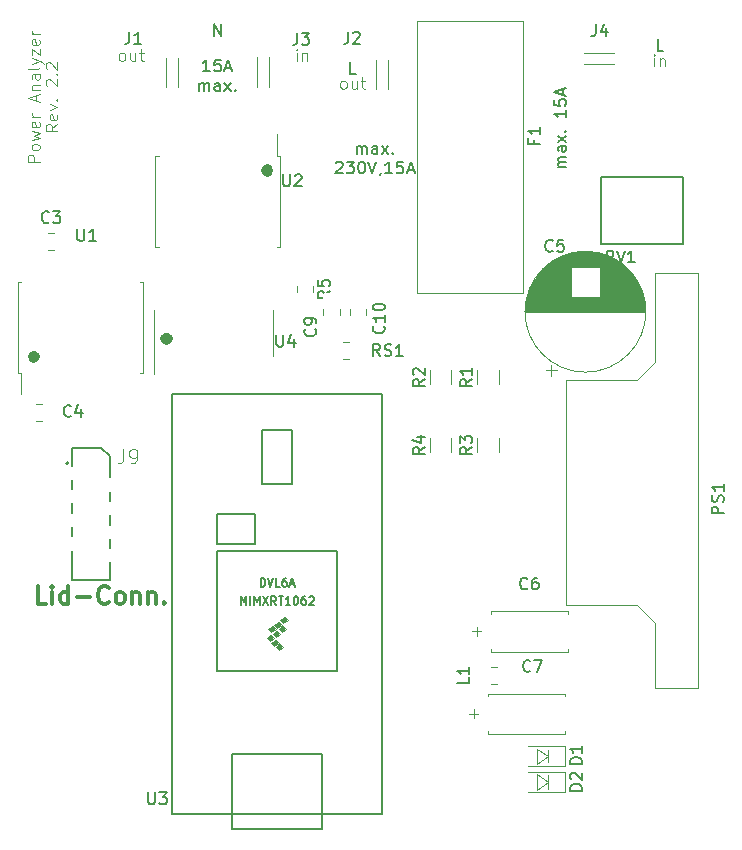
<source format=gto>
G04 #@! TF.GenerationSoftware,KiCad,Pcbnew,(5.1.5)-3*
G04 #@! TF.CreationDate,2021-12-13T19:15:31+01:00*
G04 #@! TF.ProjectId,PowerAnalyzer_ACS71020_V2,506f7765-7241-46e6-916c-797a65725f41,2.2*
G04 #@! TF.SameCoordinates,Original*
G04 #@! TF.FileFunction,Legend,Top*
G04 #@! TF.FilePolarity,Positive*
%FSLAX46Y46*%
G04 Gerber Fmt 4.6, Leading zero omitted, Abs format (unit mm)*
G04 Created by KiCad (PCBNEW (5.1.5)-3) date 2021-12-13 19:15:31*
%MOMM*%
%LPD*%
G04 APERTURE LIST*
%ADD10C,0.300000*%
%ADD11C,0.120000*%
%ADD12C,0.750000*%
%ADD13C,0.150000*%
%ADD14C,0.050000*%
%ADD15C,0.015000*%
%ADD16C,0.200000*%
%ADD17C,0.100000*%
%ADD18C,0.096520*%
%ADD19R,1.903200X0.803200*%
%ADD20R,2.662396X2.401995*%
%ADD21C,2.102000*%
%ADD22R,2.102000X2.102000*%
%ADD23C,2.602000*%
%ADD24R,1.000000X2.000000*%
%ADD25C,1.702000*%
%ADD26C,2.702000*%
%ADD27R,1.102000X1.102000*%
G04 APERTURE END LIST*
D10*
X69357142Y-170428571D02*
X68642857Y-170428571D01*
X68642857Y-168928571D01*
X69857142Y-170428571D02*
X69857142Y-169428571D01*
X69857142Y-168928571D02*
X69785714Y-169000000D01*
X69857142Y-169071428D01*
X69928571Y-169000000D01*
X69857142Y-168928571D01*
X69857142Y-169071428D01*
X71214285Y-170428571D02*
X71214285Y-168928571D01*
X71214285Y-170357142D02*
X71071428Y-170428571D01*
X70785714Y-170428571D01*
X70642857Y-170357142D01*
X70571428Y-170285714D01*
X70500000Y-170142857D01*
X70500000Y-169714285D01*
X70571428Y-169571428D01*
X70642857Y-169500000D01*
X70785714Y-169428571D01*
X71071428Y-169428571D01*
X71214285Y-169500000D01*
X71928571Y-169857142D02*
X73071428Y-169857142D01*
X74642857Y-170285714D02*
X74571428Y-170357142D01*
X74357142Y-170428571D01*
X74214285Y-170428571D01*
X74000000Y-170357142D01*
X73857142Y-170214285D01*
X73785714Y-170071428D01*
X73714285Y-169785714D01*
X73714285Y-169571428D01*
X73785714Y-169285714D01*
X73857142Y-169142857D01*
X74000000Y-169000000D01*
X74214285Y-168928571D01*
X74357142Y-168928571D01*
X74571428Y-169000000D01*
X74642857Y-169071428D01*
X75500000Y-170428571D02*
X75357142Y-170357142D01*
X75285714Y-170285714D01*
X75214285Y-170142857D01*
X75214285Y-169714285D01*
X75285714Y-169571428D01*
X75357142Y-169500000D01*
X75500000Y-169428571D01*
X75714285Y-169428571D01*
X75857142Y-169500000D01*
X75928571Y-169571428D01*
X76000000Y-169714285D01*
X76000000Y-170142857D01*
X75928571Y-170285714D01*
X75857142Y-170357142D01*
X75714285Y-170428571D01*
X75500000Y-170428571D01*
X76642857Y-169428571D02*
X76642857Y-170428571D01*
X76642857Y-169571428D02*
X76714285Y-169500000D01*
X76857142Y-169428571D01*
X77071428Y-169428571D01*
X77214285Y-169500000D01*
X77285714Y-169642857D01*
X77285714Y-170428571D01*
X78000000Y-169428571D02*
X78000000Y-170428571D01*
X78000000Y-169571428D02*
X78071428Y-169500000D01*
X78214285Y-169428571D01*
X78428571Y-169428571D01*
X78571428Y-169500000D01*
X78642857Y-169642857D01*
X78642857Y-170428571D01*
X79357142Y-170285714D02*
X79428571Y-170357142D01*
X79357142Y-170428571D01*
X79285714Y-170357142D01*
X79357142Y-170285714D01*
X79357142Y-170428571D01*
D11*
X111800000Y-183300000D02*
X110900000Y-182700000D01*
X111800000Y-182800000D02*
X111800000Y-183800000D01*
X111800000Y-186000000D02*
X111800000Y-186100000D01*
X111800000Y-184900000D02*
X111800000Y-186000000D01*
X111800000Y-185500000D02*
X110900000Y-184800000D01*
X110900000Y-186200000D02*
X111800000Y-185500000D01*
X110900000Y-184800000D02*
X110900000Y-186200000D01*
X110900000Y-184000000D02*
X111800000Y-183300000D01*
X110900000Y-182700000D02*
X110900000Y-184000000D01*
D12*
X79500000Y-147821428D02*
X79642857Y-147964285D01*
X79500000Y-148107142D01*
X79357142Y-147964285D01*
X79500000Y-147821428D01*
X79500000Y-148107142D01*
X88000000Y-133571428D02*
X88142857Y-133714285D01*
X88000000Y-133857142D01*
X87857142Y-133714285D01*
X88000000Y-133571428D01*
X88000000Y-133857142D01*
X68250000Y-149321428D02*
X68392857Y-149464285D01*
X68250000Y-149607142D01*
X68107142Y-149464285D01*
X68250000Y-149321428D01*
X68250000Y-149607142D01*
D13*
X95559523Y-125547380D02*
X95083333Y-125547380D01*
X95083333Y-124547380D01*
X121594523Y-123642380D02*
X121118333Y-123642380D01*
X121118333Y-122642380D01*
X83534285Y-122372380D02*
X83534285Y-121372380D01*
X84105714Y-122372380D01*
X84105714Y-121372380D01*
D14*
X75690476Y-124452380D02*
X75595238Y-124404761D01*
X75547619Y-124357142D01*
X75500000Y-124261904D01*
X75500000Y-123976190D01*
X75547619Y-123880952D01*
X75595238Y-123833333D01*
X75690476Y-123785714D01*
X75833333Y-123785714D01*
X75928571Y-123833333D01*
X75976190Y-123880952D01*
X76023809Y-123976190D01*
X76023809Y-124261904D01*
X75976190Y-124357142D01*
X75928571Y-124404761D01*
X75833333Y-124452380D01*
X75690476Y-124452380D01*
X76880952Y-123785714D02*
X76880952Y-124452380D01*
X76452380Y-123785714D02*
X76452380Y-124309523D01*
X76500000Y-124404761D01*
X76595238Y-124452380D01*
X76738095Y-124452380D01*
X76833333Y-124404761D01*
X76880952Y-124357142D01*
X77214285Y-123785714D02*
X77595238Y-123785714D01*
X77357142Y-123452380D02*
X77357142Y-124309523D01*
X77404761Y-124404761D01*
X77500000Y-124452380D01*
X77595238Y-124452380D01*
X90547619Y-124452380D02*
X90547619Y-123785714D01*
X90547619Y-123452380D02*
X90500000Y-123500000D01*
X90547619Y-123547619D01*
X90595238Y-123500000D01*
X90547619Y-123452380D01*
X90547619Y-123547619D01*
X91023809Y-123785714D02*
X91023809Y-124452380D01*
X91023809Y-123880952D02*
X91071428Y-123833333D01*
X91166666Y-123785714D01*
X91309523Y-123785714D01*
X91404761Y-123833333D01*
X91452380Y-123928571D01*
X91452380Y-124452380D01*
X94440476Y-126817380D02*
X94345238Y-126769761D01*
X94297619Y-126722142D01*
X94250000Y-126626904D01*
X94250000Y-126341190D01*
X94297619Y-126245952D01*
X94345238Y-126198333D01*
X94440476Y-126150714D01*
X94583333Y-126150714D01*
X94678571Y-126198333D01*
X94726190Y-126245952D01*
X94773809Y-126341190D01*
X94773809Y-126626904D01*
X94726190Y-126722142D01*
X94678571Y-126769761D01*
X94583333Y-126817380D01*
X94440476Y-126817380D01*
X95630952Y-126150714D02*
X95630952Y-126817380D01*
X95202380Y-126150714D02*
X95202380Y-126674523D01*
X95250000Y-126769761D01*
X95345238Y-126817380D01*
X95488095Y-126817380D01*
X95583333Y-126769761D01*
X95630952Y-126722142D01*
X95964285Y-126150714D02*
X96345238Y-126150714D01*
X96107142Y-125817380D02*
X96107142Y-126674523D01*
X96154761Y-126769761D01*
X96250000Y-126817380D01*
X96345238Y-126817380D01*
X120832619Y-124912380D02*
X120832619Y-124245714D01*
X120832619Y-123912380D02*
X120785000Y-123960000D01*
X120832619Y-124007619D01*
X120880238Y-123960000D01*
X120832619Y-123912380D01*
X120832619Y-124007619D01*
X121308809Y-124245714D02*
X121308809Y-124912380D01*
X121308809Y-124340952D02*
X121356428Y-124293333D01*
X121451666Y-124245714D01*
X121594523Y-124245714D01*
X121689761Y-124293333D01*
X121737380Y-124388571D01*
X121737380Y-124912380D01*
D13*
X113355380Y-133460714D02*
X112688714Y-133460714D01*
X112783952Y-133460714D02*
X112736333Y-133413095D01*
X112688714Y-133317857D01*
X112688714Y-133175000D01*
X112736333Y-133079761D01*
X112831571Y-133032142D01*
X113355380Y-133032142D01*
X112831571Y-133032142D02*
X112736333Y-132984523D01*
X112688714Y-132889285D01*
X112688714Y-132746428D01*
X112736333Y-132651190D01*
X112831571Y-132603571D01*
X113355380Y-132603571D01*
X113355380Y-131698809D02*
X112831571Y-131698809D01*
X112736333Y-131746428D01*
X112688714Y-131841666D01*
X112688714Y-132032142D01*
X112736333Y-132127380D01*
X113307761Y-131698809D02*
X113355380Y-131794047D01*
X113355380Y-132032142D01*
X113307761Y-132127380D01*
X113212523Y-132175000D01*
X113117285Y-132175000D01*
X113022047Y-132127380D01*
X112974428Y-132032142D01*
X112974428Y-131794047D01*
X112926809Y-131698809D01*
X113355380Y-131317857D02*
X112688714Y-130794047D01*
X112688714Y-131317857D02*
X113355380Y-130794047D01*
X113260142Y-130413095D02*
X113307761Y-130365476D01*
X113355380Y-130413095D01*
X113307761Y-130460714D01*
X113260142Y-130413095D01*
X113355380Y-130413095D01*
X113355380Y-128651190D02*
X113355380Y-129222619D01*
X113355380Y-128936904D02*
X112355380Y-128936904D01*
X112498238Y-129032142D01*
X112593476Y-129127380D01*
X112641095Y-129222619D01*
X112355380Y-127746428D02*
X112355380Y-128222619D01*
X112831571Y-128270238D01*
X112783952Y-128222619D01*
X112736333Y-128127380D01*
X112736333Y-127889285D01*
X112783952Y-127794047D01*
X112831571Y-127746428D01*
X112926809Y-127698809D01*
X113164904Y-127698809D01*
X113260142Y-127746428D01*
X113307761Y-127794047D01*
X113355380Y-127889285D01*
X113355380Y-128127380D01*
X113307761Y-128222619D01*
X113260142Y-128270238D01*
X113069666Y-127317857D02*
X113069666Y-126841666D01*
X113355380Y-127413095D02*
X112355380Y-127079761D01*
X113355380Y-126746428D01*
X95631190Y-132342380D02*
X95631190Y-131675714D01*
X95631190Y-131770952D02*
X95678809Y-131723333D01*
X95774047Y-131675714D01*
X95916904Y-131675714D01*
X96012142Y-131723333D01*
X96059761Y-131818571D01*
X96059761Y-132342380D01*
X96059761Y-131818571D02*
X96107380Y-131723333D01*
X96202619Y-131675714D01*
X96345476Y-131675714D01*
X96440714Y-131723333D01*
X96488333Y-131818571D01*
X96488333Y-132342380D01*
X97393095Y-132342380D02*
X97393095Y-131818571D01*
X97345476Y-131723333D01*
X97250238Y-131675714D01*
X97059761Y-131675714D01*
X96964523Y-131723333D01*
X97393095Y-132294761D02*
X97297857Y-132342380D01*
X97059761Y-132342380D01*
X96964523Y-132294761D01*
X96916904Y-132199523D01*
X96916904Y-132104285D01*
X96964523Y-132009047D01*
X97059761Y-131961428D01*
X97297857Y-131961428D01*
X97393095Y-131913809D01*
X97774047Y-132342380D02*
X98297857Y-131675714D01*
X97774047Y-131675714D02*
X98297857Y-132342380D01*
X98678809Y-132247142D02*
X98726428Y-132294761D01*
X98678809Y-132342380D01*
X98631190Y-132294761D01*
X98678809Y-132247142D01*
X98678809Y-132342380D01*
X93869285Y-133087619D02*
X93916904Y-133040000D01*
X94012142Y-132992380D01*
X94250238Y-132992380D01*
X94345476Y-133040000D01*
X94393095Y-133087619D01*
X94440714Y-133182857D01*
X94440714Y-133278095D01*
X94393095Y-133420952D01*
X93821666Y-133992380D01*
X94440714Y-133992380D01*
X94774047Y-132992380D02*
X95393095Y-132992380D01*
X95059761Y-133373333D01*
X95202619Y-133373333D01*
X95297857Y-133420952D01*
X95345476Y-133468571D01*
X95393095Y-133563809D01*
X95393095Y-133801904D01*
X95345476Y-133897142D01*
X95297857Y-133944761D01*
X95202619Y-133992380D01*
X94916904Y-133992380D01*
X94821666Y-133944761D01*
X94774047Y-133897142D01*
X96012142Y-132992380D02*
X96107380Y-132992380D01*
X96202619Y-133040000D01*
X96250238Y-133087619D01*
X96297857Y-133182857D01*
X96345476Y-133373333D01*
X96345476Y-133611428D01*
X96297857Y-133801904D01*
X96250238Y-133897142D01*
X96202619Y-133944761D01*
X96107380Y-133992380D01*
X96012142Y-133992380D01*
X95916904Y-133944761D01*
X95869285Y-133897142D01*
X95821666Y-133801904D01*
X95774047Y-133611428D01*
X95774047Y-133373333D01*
X95821666Y-133182857D01*
X95869285Y-133087619D01*
X95916904Y-133040000D01*
X96012142Y-132992380D01*
X96631190Y-132992380D02*
X96964523Y-133992380D01*
X97297857Y-132992380D01*
X97678809Y-133944761D02*
X97678809Y-133992380D01*
X97631190Y-134087619D01*
X97583571Y-134135238D01*
X98631190Y-133992380D02*
X98059761Y-133992380D01*
X98345476Y-133992380D02*
X98345476Y-132992380D01*
X98250238Y-133135238D01*
X98155000Y-133230476D01*
X98059761Y-133278095D01*
X99535952Y-132992380D02*
X99059761Y-132992380D01*
X99012142Y-133468571D01*
X99059761Y-133420952D01*
X99155000Y-133373333D01*
X99393095Y-133373333D01*
X99488333Y-133420952D01*
X99535952Y-133468571D01*
X99583571Y-133563809D01*
X99583571Y-133801904D01*
X99535952Y-133897142D01*
X99488333Y-133944761D01*
X99393095Y-133992380D01*
X99155000Y-133992380D01*
X99059761Y-133944761D01*
X99012142Y-133897142D01*
X99964523Y-133706666D02*
X100440714Y-133706666D01*
X99869285Y-133992380D02*
X100202619Y-132992380D01*
X100535952Y-133992380D01*
X83200952Y-125357380D02*
X82629523Y-125357380D01*
X82915238Y-125357380D02*
X82915238Y-124357380D01*
X82820000Y-124500238D01*
X82724761Y-124595476D01*
X82629523Y-124643095D01*
X84105714Y-124357380D02*
X83629523Y-124357380D01*
X83581904Y-124833571D01*
X83629523Y-124785952D01*
X83724761Y-124738333D01*
X83962857Y-124738333D01*
X84058095Y-124785952D01*
X84105714Y-124833571D01*
X84153333Y-124928809D01*
X84153333Y-125166904D01*
X84105714Y-125262142D01*
X84058095Y-125309761D01*
X83962857Y-125357380D01*
X83724761Y-125357380D01*
X83629523Y-125309761D01*
X83581904Y-125262142D01*
X84534285Y-125071666D02*
X85010476Y-125071666D01*
X84439047Y-125357380D02*
X84772380Y-124357380D01*
X85105714Y-125357380D01*
X82296190Y-127007380D02*
X82296190Y-126340714D01*
X82296190Y-126435952D02*
X82343809Y-126388333D01*
X82439047Y-126340714D01*
X82581904Y-126340714D01*
X82677142Y-126388333D01*
X82724761Y-126483571D01*
X82724761Y-127007380D01*
X82724761Y-126483571D02*
X82772380Y-126388333D01*
X82867619Y-126340714D01*
X83010476Y-126340714D01*
X83105714Y-126388333D01*
X83153333Y-126483571D01*
X83153333Y-127007380D01*
X84058095Y-127007380D02*
X84058095Y-126483571D01*
X84010476Y-126388333D01*
X83915238Y-126340714D01*
X83724761Y-126340714D01*
X83629523Y-126388333D01*
X84058095Y-126959761D02*
X83962857Y-127007380D01*
X83724761Y-127007380D01*
X83629523Y-126959761D01*
X83581904Y-126864523D01*
X83581904Y-126769285D01*
X83629523Y-126674047D01*
X83724761Y-126626428D01*
X83962857Y-126626428D01*
X84058095Y-126578809D01*
X84439047Y-127007380D02*
X84962857Y-126340714D01*
X84439047Y-126340714D02*
X84962857Y-127007380D01*
X85343809Y-126912142D02*
X85391428Y-126959761D01*
X85343809Y-127007380D01*
X85296190Y-126959761D01*
X85343809Y-126912142D01*
X85343809Y-127007380D01*
D15*
X68782880Y-132984190D02*
X67782880Y-132984190D01*
X67782880Y-132603238D01*
X67830500Y-132508000D01*
X67878119Y-132460380D01*
X67973357Y-132412761D01*
X68116214Y-132412761D01*
X68211452Y-132460380D01*
X68259071Y-132508000D01*
X68306690Y-132603238D01*
X68306690Y-132984190D01*
X68782880Y-131841333D02*
X68735261Y-131936571D01*
X68687642Y-131984190D01*
X68592404Y-132031809D01*
X68306690Y-132031809D01*
X68211452Y-131984190D01*
X68163833Y-131936571D01*
X68116214Y-131841333D01*
X68116214Y-131698476D01*
X68163833Y-131603238D01*
X68211452Y-131555619D01*
X68306690Y-131508000D01*
X68592404Y-131508000D01*
X68687642Y-131555619D01*
X68735261Y-131603238D01*
X68782880Y-131698476D01*
X68782880Y-131841333D01*
X68116214Y-131174666D02*
X68782880Y-130984190D01*
X68306690Y-130793714D01*
X68782880Y-130603238D01*
X68116214Y-130412761D01*
X68735261Y-129650857D02*
X68782880Y-129746095D01*
X68782880Y-129936571D01*
X68735261Y-130031809D01*
X68640023Y-130079428D01*
X68259071Y-130079428D01*
X68163833Y-130031809D01*
X68116214Y-129936571D01*
X68116214Y-129746095D01*
X68163833Y-129650857D01*
X68259071Y-129603238D01*
X68354309Y-129603238D01*
X68449547Y-130079428D01*
X68782880Y-129174666D02*
X68116214Y-129174666D01*
X68306690Y-129174666D02*
X68211452Y-129127047D01*
X68163833Y-129079428D01*
X68116214Y-128984190D01*
X68116214Y-128888952D01*
X68497166Y-127841333D02*
X68497166Y-127365142D01*
X68782880Y-127936571D02*
X67782880Y-127603238D01*
X68782880Y-127269904D01*
X68116214Y-126936571D02*
X68782880Y-126936571D01*
X68211452Y-126936571D02*
X68163833Y-126888952D01*
X68116214Y-126793714D01*
X68116214Y-126650857D01*
X68163833Y-126555619D01*
X68259071Y-126508000D01*
X68782880Y-126508000D01*
X68782880Y-125603238D02*
X68259071Y-125603238D01*
X68163833Y-125650857D01*
X68116214Y-125746095D01*
X68116214Y-125936571D01*
X68163833Y-126031809D01*
X68735261Y-125603238D02*
X68782880Y-125698476D01*
X68782880Y-125936571D01*
X68735261Y-126031809D01*
X68640023Y-126079428D01*
X68544785Y-126079428D01*
X68449547Y-126031809D01*
X68401928Y-125936571D01*
X68401928Y-125698476D01*
X68354309Y-125603238D01*
X68782880Y-124984190D02*
X68735261Y-125079428D01*
X68640023Y-125127047D01*
X67782880Y-125127047D01*
X68116214Y-124698476D02*
X68782880Y-124460380D01*
X68116214Y-124222285D02*
X68782880Y-124460380D01*
X69020976Y-124555619D01*
X69068595Y-124603238D01*
X69116214Y-124698476D01*
X68116214Y-123936571D02*
X68116214Y-123412761D01*
X68782880Y-123936571D01*
X68782880Y-123412761D01*
X68735261Y-122650857D02*
X68782880Y-122746095D01*
X68782880Y-122936571D01*
X68735261Y-123031809D01*
X68640023Y-123079428D01*
X68259071Y-123079428D01*
X68163833Y-123031809D01*
X68116214Y-122936571D01*
X68116214Y-122746095D01*
X68163833Y-122650857D01*
X68259071Y-122603238D01*
X68354309Y-122603238D01*
X68449547Y-123079428D01*
X68782880Y-122174666D02*
X68116214Y-122174666D01*
X68306690Y-122174666D02*
X68211452Y-122127047D01*
X68163833Y-122079428D01*
X68116214Y-121984190D01*
X68116214Y-121888952D01*
X70297880Y-129817523D02*
X69821690Y-130150857D01*
X70297880Y-130388952D02*
X69297880Y-130388952D01*
X69297880Y-130008000D01*
X69345500Y-129912761D01*
X69393119Y-129865142D01*
X69488357Y-129817523D01*
X69631214Y-129817523D01*
X69726452Y-129865142D01*
X69774071Y-129912761D01*
X69821690Y-130008000D01*
X69821690Y-130388952D01*
X70250261Y-129008000D02*
X70297880Y-129103238D01*
X70297880Y-129293714D01*
X70250261Y-129388952D01*
X70155023Y-129436571D01*
X69774071Y-129436571D01*
X69678833Y-129388952D01*
X69631214Y-129293714D01*
X69631214Y-129103238D01*
X69678833Y-129008000D01*
X69774071Y-128960380D01*
X69869309Y-128960380D01*
X69964547Y-129436571D01*
X69631214Y-128627047D02*
X70297880Y-128388952D01*
X69631214Y-128150857D01*
X70202642Y-127769904D02*
X70250261Y-127722285D01*
X70297880Y-127769904D01*
X70250261Y-127817523D01*
X70202642Y-127769904D01*
X70297880Y-127769904D01*
X69393119Y-126579428D02*
X69345500Y-126531809D01*
X69297880Y-126436571D01*
X69297880Y-126198476D01*
X69345500Y-126103238D01*
X69393119Y-126055619D01*
X69488357Y-126008000D01*
X69583595Y-126008000D01*
X69726452Y-126055619D01*
X70297880Y-126627047D01*
X70297880Y-126008000D01*
X70202642Y-125579428D02*
X70250261Y-125531809D01*
X70297880Y-125579428D01*
X70250261Y-125627047D01*
X70202642Y-125579428D01*
X70297880Y-125579428D01*
X69393119Y-125150857D02*
X69345500Y-125103238D01*
X69297880Y-125008000D01*
X69297880Y-124769904D01*
X69345500Y-124674666D01*
X69393119Y-124627047D01*
X69488357Y-124579428D01*
X69583595Y-124579428D01*
X69726452Y-124627047D01*
X70297880Y-125198476D01*
X70297880Y-124579428D01*
D16*
X74720000Y-159720000D02*
X74720000Y-157920000D01*
X74020000Y-157220000D02*
X71520000Y-157220000D01*
X71520000Y-157220000D02*
X71520000Y-158720000D01*
X74720000Y-160920000D02*
X74720000Y-161720000D01*
X71520000Y-159920000D02*
X71520000Y-160720000D01*
X74020000Y-157220000D02*
X74720000Y-157920000D01*
X74720000Y-164920000D02*
X74720000Y-165720000D01*
X74720000Y-166920000D02*
X74720000Y-168420000D01*
X74720000Y-168420000D02*
X71520000Y-168420000D01*
X71520000Y-168420000D02*
X71520000Y-165920000D01*
X71520000Y-163920000D02*
X71520000Y-164720000D01*
X71520000Y-161920000D02*
X71520000Y-162720000D01*
X74720000Y-162920000D02*
X74720000Y-163720000D01*
X71220000Y-158520000D02*
G75*
G03X71220000Y-158520000I-100000J0D01*
G01*
D11*
X106161007Y-172750000D02*
X105399007Y-172750000D01*
X105780007Y-172369000D02*
X105780007Y-173131000D01*
X106973006Y-174476997D02*
X113526994Y-174476997D01*
X113526994Y-174476997D02*
X113526994Y-174232738D01*
X113526994Y-171023003D02*
X106973006Y-171023003D01*
X106973006Y-171023003D02*
X106973006Y-171267262D01*
X106973006Y-174232738D02*
X106973006Y-174476997D01*
X113526994Y-171267262D02*
X113526994Y-171023003D01*
X90540000Y-143513748D02*
X90540000Y-144036252D01*
X91960000Y-143513748D02*
X91960000Y-144036252D01*
X120890000Y-142410000D02*
X124510000Y-142410000D01*
X120890000Y-149940000D02*
X120890000Y-142410000D01*
X119390000Y-151440000D02*
X120890000Y-149940000D01*
X113390000Y-151440000D02*
X119390000Y-151440000D01*
X113390000Y-170560000D02*
X113390000Y-151440000D01*
X119390000Y-170560000D02*
X113390000Y-170560000D01*
X120890000Y-172060000D02*
X119390000Y-170560000D01*
X120890000Y-177530000D02*
X120890000Y-172060000D01*
X124510000Y-177530000D02*
X120890000Y-177530000D01*
X124510000Y-142410000D02*
X124510000Y-177530000D01*
D17*
G36*
X89027000Y-174371000D02*
G01*
X88773000Y-174117000D01*
X89154000Y-173863000D01*
X89408000Y-174117000D01*
X89027000Y-174371000D01*
G37*
X89027000Y-174371000D02*
X88773000Y-174117000D01*
X89154000Y-173863000D01*
X89408000Y-174117000D01*
X89027000Y-174371000D01*
G36*
X88646000Y-173990000D02*
G01*
X88392000Y-173736000D01*
X88773000Y-173482000D01*
X89027000Y-173736000D01*
X88646000Y-173990000D01*
G37*
X88646000Y-173990000D02*
X88392000Y-173736000D01*
X88773000Y-173482000D01*
X89027000Y-173736000D01*
X88646000Y-173990000D01*
G36*
X89408000Y-172085000D02*
G01*
X89154000Y-171831000D01*
X89535000Y-171577000D01*
X89789000Y-171831000D01*
X89408000Y-172085000D01*
G37*
X89408000Y-172085000D02*
X89154000Y-171831000D01*
X89535000Y-171577000D01*
X89789000Y-171831000D01*
X89408000Y-172085000D01*
G36*
X88900000Y-172466000D02*
G01*
X88646000Y-172212000D01*
X89027000Y-171958000D01*
X89281000Y-172212000D01*
X88900000Y-172466000D01*
G37*
X88900000Y-172466000D02*
X88646000Y-172212000D01*
X89027000Y-171958000D01*
X89281000Y-172212000D01*
X88900000Y-172466000D01*
G36*
X88392000Y-172847000D02*
G01*
X88138000Y-172593000D01*
X88519000Y-172339000D01*
X88773000Y-172593000D01*
X88392000Y-172847000D01*
G37*
X88392000Y-172847000D02*
X88138000Y-172593000D01*
X88519000Y-172339000D01*
X88773000Y-172593000D01*
X88392000Y-172847000D01*
G36*
X89281000Y-172847000D02*
G01*
X89027000Y-172593000D01*
X89408000Y-172339000D01*
X89662000Y-172593000D01*
X89281000Y-172847000D01*
G37*
X89281000Y-172847000D02*
X89027000Y-172593000D01*
X89408000Y-172339000D01*
X89662000Y-172593000D01*
X89281000Y-172847000D01*
G36*
X88773000Y-173228000D02*
G01*
X88519000Y-172974000D01*
X88900000Y-172720000D01*
X89154000Y-172974000D01*
X88773000Y-173228000D01*
G37*
X88773000Y-173228000D02*
X88519000Y-172974000D01*
X88900000Y-172720000D01*
X89154000Y-172974000D01*
X88773000Y-173228000D01*
G36*
X88265000Y-173609000D02*
G01*
X88011000Y-173355000D01*
X88392000Y-173101000D01*
X88646000Y-173355000D01*
X88265000Y-173609000D01*
G37*
X88265000Y-173609000D02*
X88011000Y-173355000D01*
X88392000Y-173101000D01*
X88646000Y-173355000D01*
X88265000Y-173609000D01*
D13*
X86995000Y-165354000D02*
X83820000Y-165354000D01*
X86995000Y-162814000D02*
X86995000Y-165354000D01*
X83820000Y-162814000D02*
X86995000Y-162814000D01*
X83820000Y-165354000D02*
X83820000Y-162814000D01*
X97790000Y-188214000D02*
X80010000Y-188214000D01*
X97790000Y-152654000D02*
X97790000Y-188214000D01*
X80010000Y-152654000D02*
X97790000Y-152654000D01*
X80010000Y-188214000D02*
X80010000Y-152654000D01*
X93980000Y-165989000D02*
X93980000Y-176149000D01*
X83820000Y-165989000D02*
X83820000Y-176149000D01*
X83820000Y-176149000D02*
X93980000Y-176149000D01*
X93980000Y-165989000D02*
X83820000Y-165989000D01*
X87630000Y-160274000D02*
X87630000Y-155702000D01*
X90170000Y-160274000D02*
X87630000Y-160274000D01*
X90170000Y-155702000D02*
X90170000Y-160274000D01*
X87630000Y-155702000D02*
X90170000Y-155702000D01*
X92710000Y-183134000D02*
X92710000Y-188214000D01*
X85090000Y-183134000D02*
X85090000Y-188214000D01*
X92710000Y-183134000D02*
X85090000Y-183134000D01*
X85090000Y-189484000D02*
X85090000Y-188214000D01*
X92710000Y-189484000D02*
X85090000Y-189484000D01*
X92710000Y-188214000D02*
X92710000Y-189484000D01*
D11*
X103660000Y-157589564D02*
X103660000Y-156385436D01*
X101840000Y-157589564D02*
X101840000Y-156385436D01*
X107660000Y-157602064D02*
X107660000Y-156397936D01*
X105840000Y-157602064D02*
X105840000Y-156397936D01*
X103660000Y-151852064D02*
X103660000Y-150647936D01*
X101840000Y-151852064D02*
X101840000Y-150647936D01*
X107660000Y-151852064D02*
X107660000Y-150647936D01*
X105840000Y-151852064D02*
X105840000Y-150647936D01*
X105911007Y-179750000D02*
X105149007Y-179750000D01*
X105530007Y-179369000D02*
X105530007Y-180131000D01*
X106723006Y-181476997D02*
X113276994Y-181476997D01*
X113276994Y-181476997D02*
X113276994Y-181232738D01*
X113276994Y-178023003D02*
X106723006Y-178023003D01*
X106723006Y-178023003D02*
X106723006Y-178267262D01*
X106723006Y-181232738D02*
X106723006Y-181476997D01*
X113276994Y-178267262D02*
X113276994Y-178023003D01*
X68488748Y-153540000D02*
X69011252Y-153540000D01*
X68488748Y-154960000D02*
X69011252Y-154960000D01*
X109750000Y-144088000D02*
X109750000Y-121088000D01*
X100750000Y-144088000D02*
X109750000Y-144088000D01*
X100750000Y-121088000D02*
X100750000Y-144088000D01*
X109750000Y-121088000D02*
X100750000Y-121088000D01*
X69488748Y-140460000D02*
X70011252Y-140460000D01*
X69488748Y-139040000D02*
X70011252Y-139040000D01*
X78440000Y-147500000D02*
X78440000Y-150950000D01*
X78440000Y-147500000D02*
X78440000Y-145550000D01*
X88560000Y-147500000D02*
X88560000Y-149450000D01*
X88560000Y-147500000D02*
X88560000Y-145550000D01*
X119355000Y-124765000D02*
X113055000Y-124765000D01*
X113055000Y-124765000D02*
X113055000Y-123765000D01*
X113055000Y-123765000D02*
X119355000Y-123765000D01*
X119355000Y-124765000D02*
X119355000Y-123865000D01*
X119355000Y-123765000D02*
X119355000Y-123865000D01*
X120120000Y-145693000D02*
G75*
G03X120120000Y-145693000I-5120000J0D01*
G01*
X109920000Y-145693000D02*
X120080000Y-145693000D01*
X109920000Y-145653000D02*
X120080000Y-145653000D01*
X109920000Y-145613000D02*
X120080000Y-145613000D01*
X109921000Y-145573000D02*
X120079000Y-145573000D01*
X109922000Y-145533000D02*
X120078000Y-145533000D01*
X109923000Y-145493000D02*
X120077000Y-145493000D01*
X109925000Y-145453000D02*
X120075000Y-145453000D01*
X109927000Y-145413000D02*
X120073000Y-145413000D01*
X109930000Y-145373000D02*
X120070000Y-145373000D01*
X109932000Y-145333000D02*
X120068000Y-145333000D01*
X109935000Y-145293000D02*
X120065000Y-145293000D01*
X109938000Y-145253000D02*
X120062000Y-145253000D01*
X109942000Y-145213000D02*
X120058000Y-145213000D01*
X109946000Y-145173000D02*
X120054000Y-145173000D01*
X109950000Y-145133000D02*
X120050000Y-145133000D01*
X109955000Y-145093000D02*
X120045000Y-145093000D01*
X109960000Y-145053000D02*
X120040000Y-145053000D01*
X109965000Y-145013000D02*
X120035000Y-145013000D01*
X109970000Y-144972000D02*
X120030000Y-144972000D01*
X109976000Y-144932000D02*
X120024000Y-144932000D01*
X109982000Y-144892000D02*
X120018000Y-144892000D01*
X109989000Y-144852000D02*
X120011000Y-144852000D01*
X109996000Y-144812000D02*
X120004000Y-144812000D01*
X110003000Y-144772000D02*
X119997000Y-144772000D01*
X110010000Y-144732000D02*
X119990000Y-144732000D01*
X110018000Y-144692000D02*
X119982000Y-144692000D01*
X110026000Y-144652000D02*
X119974000Y-144652000D01*
X110035000Y-144612000D02*
X119965000Y-144612000D01*
X110044000Y-144572000D02*
X119956000Y-144572000D01*
X110053000Y-144532000D02*
X119947000Y-144532000D01*
X110062000Y-144492000D02*
X119938000Y-144492000D01*
X110072000Y-144452000D02*
X119928000Y-144452000D01*
X110082000Y-144412000D02*
X113759000Y-144412000D01*
X116241000Y-144412000D02*
X119918000Y-144412000D01*
X110093000Y-144372000D02*
X113759000Y-144372000D01*
X116241000Y-144372000D02*
X119907000Y-144372000D01*
X110103000Y-144332000D02*
X113759000Y-144332000D01*
X116241000Y-144332000D02*
X119897000Y-144332000D01*
X110115000Y-144292000D02*
X113759000Y-144292000D01*
X116241000Y-144292000D02*
X119885000Y-144292000D01*
X110126000Y-144252000D02*
X113759000Y-144252000D01*
X116241000Y-144252000D02*
X119874000Y-144252000D01*
X110138000Y-144212000D02*
X113759000Y-144212000D01*
X116241000Y-144212000D02*
X119862000Y-144212000D01*
X110150000Y-144172000D02*
X113759000Y-144172000D01*
X116241000Y-144172000D02*
X119850000Y-144172000D01*
X110163000Y-144132000D02*
X113759000Y-144132000D01*
X116241000Y-144132000D02*
X119837000Y-144132000D01*
X110176000Y-144092000D02*
X113759000Y-144092000D01*
X116241000Y-144092000D02*
X119824000Y-144092000D01*
X110189000Y-144052000D02*
X113759000Y-144052000D01*
X116241000Y-144052000D02*
X119811000Y-144052000D01*
X110203000Y-144012000D02*
X113759000Y-144012000D01*
X116241000Y-144012000D02*
X119797000Y-144012000D01*
X110217000Y-143972000D02*
X113759000Y-143972000D01*
X116241000Y-143972000D02*
X119783000Y-143972000D01*
X110232000Y-143932000D02*
X113759000Y-143932000D01*
X116241000Y-143932000D02*
X119768000Y-143932000D01*
X110246000Y-143892000D02*
X113759000Y-143892000D01*
X116241000Y-143892000D02*
X119754000Y-143892000D01*
X110262000Y-143852000D02*
X113759000Y-143852000D01*
X116241000Y-143852000D02*
X119738000Y-143852000D01*
X110277000Y-143812000D02*
X113759000Y-143812000D01*
X116241000Y-143812000D02*
X119723000Y-143812000D01*
X110293000Y-143772000D02*
X113759000Y-143772000D01*
X116241000Y-143772000D02*
X119707000Y-143772000D01*
X110310000Y-143732000D02*
X113759000Y-143732000D01*
X116241000Y-143732000D02*
X119690000Y-143732000D01*
X110326000Y-143692000D02*
X113759000Y-143692000D01*
X116241000Y-143692000D02*
X119674000Y-143692000D01*
X110343000Y-143652000D02*
X113759000Y-143652000D01*
X116241000Y-143652000D02*
X119657000Y-143652000D01*
X110361000Y-143612000D02*
X113759000Y-143612000D01*
X116241000Y-143612000D02*
X119639000Y-143612000D01*
X110379000Y-143572000D02*
X113759000Y-143572000D01*
X116241000Y-143572000D02*
X119621000Y-143572000D01*
X110397000Y-143532000D02*
X113759000Y-143532000D01*
X116241000Y-143532000D02*
X119603000Y-143532000D01*
X110416000Y-143492000D02*
X113759000Y-143492000D01*
X116241000Y-143492000D02*
X119584000Y-143492000D01*
X110436000Y-143452000D02*
X113759000Y-143452000D01*
X116241000Y-143452000D02*
X119564000Y-143452000D01*
X110455000Y-143412000D02*
X113759000Y-143412000D01*
X116241000Y-143412000D02*
X119545000Y-143412000D01*
X110475000Y-143372000D02*
X113759000Y-143372000D01*
X116241000Y-143372000D02*
X119525000Y-143372000D01*
X110496000Y-143332000D02*
X113759000Y-143332000D01*
X116241000Y-143332000D02*
X119504000Y-143332000D01*
X110517000Y-143292000D02*
X113759000Y-143292000D01*
X116241000Y-143292000D02*
X119483000Y-143292000D01*
X110538000Y-143252000D02*
X113759000Y-143252000D01*
X116241000Y-143252000D02*
X119462000Y-143252000D01*
X110560000Y-143212000D02*
X113759000Y-143212000D01*
X116241000Y-143212000D02*
X119440000Y-143212000D01*
X110583000Y-143172000D02*
X113759000Y-143172000D01*
X116241000Y-143172000D02*
X119417000Y-143172000D01*
X110605000Y-143132000D02*
X113759000Y-143132000D01*
X116241000Y-143132000D02*
X119395000Y-143132000D01*
X110629000Y-143092000D02*
X113759000Y-143092000D01*
X116241000Y-143092000D02*
X119371000Y-143092000D01*
X110653000Y-143052000D02*
X113759000Y-143052000D01*
X116241000Y-143052000D02*
X119347000Y-143052000D01*
X110677000Y-143012000D02*
X113759000Y-143012000D01*
X116241000Y-143012000D02*
X119323000Y-143012000D01*
X110702000Y-142972000D02*
X113759000Y-142972000D01*
X116241000Y-142972000D02*
X119298000Y-142972000D01*
X110727000Y-142932000D02*
X113759000Y-142932000D01*
X116241000Y-142932000D02*
X119273000Y-142932000D01*
X110753000Y-142892000D02*
X113759000Y-142892000D01*
X116241000Y-142892000D02*
X119247000Y-142892000D01*
X110779000Y-142852000D02*
X113759000Y-142852000D01*
X116241000Y-142852000D02*
X119221000Y-142852000D01*
X110806000Y-142812000D02*
X113759000Y-142812000D01*
X116241000Y-142812000D02*
X119194000Y-142812000D01*
X110834000Y-142772000D02*
X113759000Y-142772000D01*
X116241000Y-142772000D02*
X119166000Y-142772000D01*
X110862000Y-142732000D02*
X113759000Y-142732000D01*
X116241000Y-142732000D02*
X119138000Y-142732000D01*
X110890000Y-142692000D02*
X113759000Y-142692000D01*
X116241000Y-142692000D02*
X119110000Y-142692000D01*
X110920000Y-142652000D02*
X113759000Y-142652000D01*
X116241000Y-142652000D02*
X119080000Y-142652000D01*
X110950000Y-142612000D02*
X113759000Y-142612000D01*
X116241000Y-142612000D02*
X119050000Y-142612000D01*
X110980000Y-142572000D02*
X113759000Y-142572000D01*
X116241000Y-142572000D02*
X119020000Y-142572000D01*
X111011000Y-142532000D02*
X113759000Y-142532000D01*
X116241000Y-142532000D02*
X118989000Y-142532000D01*
X111043000Y-142492000D02*
X113759000Y-142492000D01*
X116241000Y-142492000D02*
X118957000Y-142492000D01*
X111075000Y-142452000D02*
X113759000Y-142452000D01*
X116241000Y-142452000D02*
X118925000Y-142452000D01*
X111108000Y-142412000D02*
X113759000Y-142412000D01*
X116241000Y-142412000D02*
X118892000Y-142412000D01*
X111142000Y-142372000D02*
X113759000Y-142372000D01*
X116241000Y-142372000D02*
X118858000Y-142372000D01*
X111176000Y-142332000D02*
X113759000Y-142332000D01*
X116241000Y-142332000D02*
X118824000Y-142332000D01*
X111211000Y-142292000D02*
X113759000Y-142292000D01*
X116241000Y-142292000D02*
X118789000Y-142292000D01*
X111247000Y-142252000D02*
X113759000Y-142252000D01*
X116241000Y-142252000D02*
X118753000Y-142252000D01*
X111284000Y-142212000D02*
X113759000Y-142212000D01*
X116241000Y-142212000D02*
X118716000Y-142212000D01*
X111321000Y-142172000D02*
X113759000Y-142172000D01*
X116241000Y-142172000D02*
X118679000Y-142172000D01*
X111360000Y-142132000D02*
X113759000Y-142132000D01*
X116241000Y-142132000D02*
X118640000Y-142132000D01*
X111399000Y-142092000D02*
X113759000Y-142092000D01*
X116241000Y-142092000D02*
X118601000Y-142092000D01*
X111439000Y-142052000D02*
X113759000Y-142052000D01*
X116241000Y-142052000D02*
X118561000Y-142052000D01*
X111480000Y-142012000D02*
X113759000Y-142012000D01*
X116241000Y-142012000D02*
X118520000Y-142012000D01*
X111522000Y-141972000D02*
X113759000Y-141972000D01*
X116241000Y-141972000D02*
X118478000Y-141972000D01*
X111564000Y-141932000D02*
X118436000Y-141932000D01*
X111608000Y-141892000D02*
X118392000Y-141892000D01*
X111653000Y-141852000D02*
X118347000Y-141852000D01*
X111699000Y-141812000D02*
X118301000Y-141812000D01*
X111746000Y-141772000D02*
X118254000Y-141772000D01*
X111794000Y-141732000D02*
X118206000Y-141732000D01*
X111844000Y-141692000D02*
X118156000Y-141692000D01*
X111894000Y-141652000D02*
X118106000Y-141652000D01*
X111946000Y-141612000D02*
X118054000Y-141612000D01*
X112000000Y-141572000D02*
X118000000Y-141572000D01*
X112055000Y-141532000D02*
X117945000Y-141532000D01*
X112111000Y-141492000D02*
X117889000Y-141492000D01*
X112170000Y-141452000D02*
X117830000Y-141452000D01*
X112230000Y-141412000D02*
X117770000Y-141412000D01*
X112291000Y-141372000D02*
X117709000Y-141372000D01*
X112355000Y-141332000D02*
X117645000Y-141332000D01*
X112421000Y-141292000D02*
X117579000Y-141292000D01*
X112490000Y-141252000D02*
X117510000Y-141252000D01*
X112561000Y-141212000D02*
X117439000Y-141212000D01*
X112635000Y-141172000D02*
X117365000Y-141172000D01*
X112711000Y-141132000D02*
X117289000Y-141132000D01*
X112791000Y-141092000D02*
X117209000Y-141092000D01*
X112875000Y-141052000D02*
X117125000Y-141052000D01*
X112963000Y-141012000D02*
X117037000Y-141012000D01*
X113056000Y-140972000D02*
X116944000Y-140972000D01*
X113154000Y-140932000D02*
X116846000Y-140932000D01*
X113258000Y-140892000D02*
X116742000Y-140892000D01*
X113370000Y-140852000D02*
X116630000Y-140852000D01*
X113490000Y-140812000D02*
X116510000Y-140812000D01*
X113622000Y-140772000D02*
X116378000Y-140772000D01*
X113770000Y-140732000D02*
X116230000Y-140732000D01*
X113938000Y-140692000D02*
X116062000Y-140692000D01*
X114138000Y-140652000D02*
X115862000Y-140652000D01*
X114401000Y-140612000D02*
X115599000Y-140612000D01*
X112125000Y-151172646D02*
X112125000Y-150172646D01*
X111625000Y-150672646D02*
X112625000Y-150672646D01*
X67245000Y-150860000D02*
X67245000Y-152675000D01*
X66990000Y-150860000D02*
X67245000Y-150860000D01*
X66990000Y-147000000D02*
X66990000Y-150860000D01*
X66990000Y-143140000D02*
X67245000Y-143140000D01*
X66990000Y-147000000D02*
X66990000Y-143140000D01*
X77510000Y-150860000D02*
X77255000Y-150860000D01*
X77510000Y-147000000D02*
X77510000Y-150860000D01*
X77510000Y-143140000D02*
X77255000Y-143140000D01*
X77510000Y-147000000D02*
X77510000Y-143140000D01*
X98290000Y-122515000D02*
X98290000Y-128815000D01*
X98290000Y-128815000D02*
X97290000Y-128815000D01*
X97290000Y-128815000D02*
X97290000Y-122515000D01*
X98290000Y-122515000D02*
X97390000Y-122515000D01*
X97290000Y-122515000D02*
X97390000Y-122515000D01*
X88168100Y-122311800D02*
X88168100Y-128611800D01*
X88168100Y-128611800D02*
X87168100Y-128611800D01*
X87168100Y-128611800D02*
X87168100Y-122311800D01*
X88168100Y-122311800D02*
X87268100Y-122311800D01*
X87168100Y-122311800D02*
X87268100Y-122311800D01*
X79510000Y-128624500D02*
X79510000Y-122324500D01*
X79510000Y-122324500D02*
X80510000Y-122324500D01*
X80510000Y-122324500D02*
X80510000Y-128624500D01*
X79510000Y-128624500D02*
X80410000Y-128624500D01*
X80510000Y-128624500D02*
X80410000Y-128624500D01*
X96460000Y-146011252D02*
X96460000Y-145488748D01*
X95040000Y-146011252D02*
X95040000Y-145488748D01*
X78598000Y-136343000D02*
X78598000Y-140203000D01*
X78598000Y-140203000D02*
X78853000Y-140203000D01*
X78598000Y-136343000D02*
X78598000Y-132483000D01*
X78598000Y-132483000D02*
X78853000Y-132483000D01*
X89118000Y-136343000D02*
X89118000Y-140203000D01*
X89118000Y-140203000D02*
X88863000Y-140203000D01*
X89118000Y-136343000D02*
X89118000Y-132483000D01*
X89118000Y-132483000D02*
X88863000Y-132483000D01*
X88863000Y-132483000D02*
X88863000Y-130668000D01*
X92790000Y-146011252D02*
X92790000Y-145488748D01*
X94210000Y-146011252D02*
X94210000Y-145488748D01*
X95011252Y-148290000D02*
X94488748Y-148290000D01*
X95011252Y-149710000D02*
X94488748Y-149710000D01*
D13*
X116300000Y-134250000D02*
X116300000Y-139950000D01*
X123300000Y-134250000D02*
X123300000Y-139950000D01*
X116300000Y-134250000D02*
X123300000Y-134250000D01*
X116300000Y-139950000D02*
X123300000Y-139950000D01*
D11*
X113250000Y-184200000D02*
X110100000Y-184200000D01*
X113250000Y-182500000D02*
X110100000Y-182500000D01*
X113250000Y-184200000D02*
X113250000Y-182500000D01*
X113250000Y-186350000D02*
X113250000Y-184650000D01*
X113250000Y-184650000D02*
X110100000Y-184650000D01*
X113250000Y-186350000D02*
X110100000Y-186350000D01*
X107511252Y-175790000D02*
X106988748Y-175790000D01*
X107511252Y-177210000D02*
X106988748Y-177210000D01*
D18*
X75864714Y-157326047D02*
X75864714Y-158187833D01*
X75807261Y-158360190D01*
X75692357Y-158475095D01*
X75519999Y-158532547D01*
X75405095Y-158532547D01*
X76496690Y-158532547D02*
X76726499Y-158532547D01*
X76841404Y-158475095D01*
X76898857Y-158417642D01*
X77013761Y-158245285D01*
X77071214Y-158015476D01*
X77071214Y-157555857D01*
X77013761Y-157440952D01*
X76956309Y-157383500D01*
X76841404Y-157326047D01*
X76611595Y-157326047D01*
X76496690Y-157383500D01*
X76439238Y-157440952D01*
X76381785Y-157555857D01*
X76381785Y-157843119D01*
X76439238Y-157958023D01*
X76496690Y-158015476D01*
X76611595Y-158072928D01*
X76841404Y-158072928D01*
X76956309Y-158015476D01*
X77013761Y-157958023D01*
X77071214Y-157843119D01*
D13*
X110083333Y-169107142D02*
X110035714Y-169154761D01*
X109892857Y-169202380D01*
X109797619Y-169202380D01*
X109654761Y-169154761D01*
X109559523Y-169059523D01*
X109511904Y-168964285D01*
X109464285Y-168773809D01*
X109464285Y-168630952D01*
X109511904Y-168440476D01*
X109559523Y-168345238D01*
X109654761Y-168250000D01*
X109797619Y-168202380D01*
X109892857Y-168202380D01*
X110035714Y-168250000D01*
X110083333Y-168297619D01*
X110940476Y-168202380D02*
X110750000Y-168202380D01*
X110654761Y-168250000D01*
X110607142Y-168297619D01*
X110511904Y-168440476D01*
X110464285Y-168630952D01*
X110464285Y-169011904D01*
X110511904Y-169107142D01*
X110559523Y-169154761D01*
X110654761Y-169202380D01*
X110845238Y-169202380D01*
X110940476Y-169154761D01*
X110988095Y-169107142D01*
X111035714Y-169011904D01*
X111035714Y-168773809D01*
X110988095Y-168678571D01*
X110940476Y-168630952D01*
X110845238Y-168583333D01*
X110654761Y-168583333D01*
X110559523Y-168630952D01*
X110511904Y-168678571D01*
X110464285Y-168773809D01*
X93352380Y-143941666D02*
X92876190Y-144275000D01*
X93352380Y-144513095D02*
X92352380Y-144513095D01*
X92352380Y-144132142D01*
X92400000Y-144036904D01*
X92447619Y-143989285D01*
X92542857Y-143941666D01*
X92685714Y-143941666D01*
X92780952Y-143989285D01*
X92828571Y-144036904D01*
X92876190Y-144132142D01*
X92876190Y-144513095D01*
X92352380Y-143036904D02*
X92352380Y-143513095D01*
X92828571Y-143560714D01*
X92780952Y-143513095D01*
X92733333Y-143417857D01*
X92733333Y-143179761D01*
X92780952Y-143084523D01*
X92828571Y-143036904D01*
X92923809Y-142989285D01*
X93161904Y-142989285D01*
X93257142Y-143036904D01*
X93304761Y-143084523D01*
X93352380Y-143179761D01*
X93352380Y-143417857D01*
X93304761Y-143513095D01*
X93257142Y-143560714D01*
X126702380Y-162764285D02*
X125702380Y-162764285D01*
X125702380Y-162383333D01*
X125750000Y-162288095D01*
X125797619Y-162240476D01*
X125892857Y-162192857D01*
X126035714Y-162192857D01*
X126130952Y-162240476D01*
X126178571Y-162288095D01*
X126226190Y-162383333D01*
X126226190Y-162764285D01*
X126654761Y-161811904D02*
X126702380Y-161669047D01*
X126702380Y-161430952D01*
X126654761Y-161335714D01*
X126607142Y-161288095D01*
X126511904Y-161240476D01*
X126416666Y-161240476D01*
X126321428Y-161288095D01*
X126273809Y-161335714D01*
X126226190Y-161430952D01*
X126178571Y-161621428D01*
X126130952Y-161716666D01*
X126083333Y-161764285D01*
X125988095Y-161811904D01*
X125892857Y-161811904D01*
X125797619Y-161764285D01*
X125750000Y-161716666D01*
X125702380Y-161621428D01*
X125702380Y-161383333D01*
X125750000Y-161240476D01*
X126702380Y-160288095D02*
X126702380Y-160859523D01*
X126702380Y-160573809D02*
X125702380Y-160573809D01*
X125845238Y-160669047D01*
X125940476Y-160764285D01*
X125988095Y-160859523D01*
X77978095Y-186396380D02*
X77978095Y-187205904D01*
X78025714Y-187301142D01*
X78073333Y-187348761D01*
X78168571Y-187396380D01*
X78359047Y-187396380D01*
X78454285Y-187348761D01*
X78501904Y-187301142D01*
X78549523Y-187205904D01*
X78549523Y-186396380D01*
X78930476Y-186396380D02*
X79549523Y-186396380D01*
X79216190Y-186777333D01*
X79359047Y-186777333D01*
X79454285Y-186824952D01*
X79501904Y-186872571D01*
X79549523Y-186967809D01*
X79549523Y-187205904D01*
X79501904Y-187301142D01*
X79454285Y-187348761D01*
X79359047Y-187396380D01*
X79073333Y-187396380D01*
X78978095Y-187348761D01*
X78930476Y-187301142D01*
X87500000Y-168972666D02*
X87500000Y-168272666D01*
X87666666Y-168272666D01*
X87766666Y-168306000D01*
X87833333Y-168372666D01*
X87866666Y-168439333D01*
X87900000Y-168572666D01*
X87900000Y-168672666D01*
X87866666Y-168806000D01*
X87833333Y-168872666D01*
X87766666Y-168939333D01*
X87666666Y-168972666D01*
X87500000Y-168972666D01*
X88100000Y-168272666D02*
X88333333Y-168972666D01*
X88566666Y-168272666D01*
X89133333Y-168972666D02*
X88800000Y-168972666D01*
X88800000Y-168272666D01*
X89666666Y-168272666D02*
X89533333Y-168272666D01*
X89466666Y-168306000D01*
X89433333Y-168339333D01*
X89366666Y-168439333D01*
X89333333Y-168572666D01*
X89333333Y-168839333D01*
X89366666Y-168906000D01*
X89400000Y-168939333D01*
X89466666Y-168972666D01*
X89600000Y-168972666D01*
X89666666Y-168939333D01*
X89700000Y-168906000D01*
X89733333Y-168839333D01*
X89733333Y-168672666D01*
X89700000Y-168606000D01*
X89666666Y-168572666D01*
X89600000Y-168539333D01*
X89466666Y-168539333D01*
X89400000Y-168572666D01*
X89366666Y-168606000D01*
X89333333Y-168672666D01*
X90000000Y-168772666D02*
X90333333Y-168772666D01*
X89933333Y-168972666D02*
X90166666Y-168272666D01*
X90400000Y-168972666D01*
X85816666Y-170496666D02*
X85816666Y-169796666D01*
X86050000Y-170296666D01*
X86283333Y-169796666D01*
X86283333Y-170496666D01*
X86616666Y-170496666D02*
X86616666Y-169796666D01*
X86950000Y-170496666D02*
X86950000Y-169796666D01*
X87183333Y-170296666D01*
X87416666Y-169796666D01*
X87416666Y-170496666D01*
X87683333Y-169796666D02*
X88150000Y-170496666D01*
X88150000Y-169796666D02*
X87683333Y-170496666D01*
X88816666Y-170496666D02*
X88583333Y-170163333D01*
X88416666Y-170496666D02*
X88416666Y-169796666D01*
X88683333Y-169796666D01*
X88750000Y-169830000D01*
X88783333Y-169863333D01*
X88816666Y-169930000D01*
X88816666Y-170030000D01*
X88783333Y-170096666D01*
X88750000Y-170130000D01*
X88683333Y-170163333D01*
X88416666Y-170163333D01*
X89016666Y-169796666D02*
X89416666Y-169796666D01*
X89216666Y-170496666D02*
X89216666Y-169796666D01*
X90016666Y-170496666D02*
X89616666Y-170496666D01*
X89816666Y-170496666D02*
X89816666Y-169796666D01*
X89750000Y-169896666D01*
X89683333Y-169963333D01*
X89616666Y-169996666D01*
X90450000Y-169796666D02*
X90516666Y-169796666D01*
X90583333Y-169830000D01*
X90616666Y-169863333D01*
X90650000Y-169930000D01*
X90683333Y-170063333D01*
X90683333Y-170230000D01*
X90650000Y-170363333D01*
X90616666Y-170430000D01*
X90583333Y-170463333D01*
X90516666Y-170496666D01*
X90450000Y-170496666D01*
X90383333Y-170463333D01*
X90350000Y-170430000D01*
X90316666Y-170363333D01*
X90283333Y-170230000D01*
X90283333Y-170063333D01*
X90316666Y-169930000D01*
X90350000Y-169863333D01*
X90383333Y-169830000D01*
X90450000Y-169796666D01*
X91283333Y-169796666D02*
X91150000Y-169796666D01*
X91083333Y-169830000D01*
X91050000Y-169863333D01*
X90983333Y-169963333D01*
X90950000Y-170096666D01*
X90950000Y-170363333D01*
X90983333Y-170430000D01*
X91016666Y-170463333D01*
X91083333Y-170496666D01*
X91216666Y-170496666D01*
X91283333Y-170463333D01*
X91316666Y-170430000D01*
X91350000Y-170363333D01*
X91350000Y-170196666D01*
X91316666Y-170130000D01*
X91283333Y-170096666D01*
X91216666Y-170063333D01*
X91083333Y-170063333D01*
X91016666Y-170096666D01*
X90983333Y-170130000D01*
X90950000Y-170196666D01*
X91616666Y-169863333D02*
X91650000Y-169830000D01*
X91716666Y-169796666D01*
X91883333Y-169796666D01*
X91950000Y-169830000D01*
X91983333Y-169863333D01*
X92016666Y-169930000D01*
X92016666Y-169996666D01*
X91983333Y-170096666D01*
X91583333Y-170496666D01*
X92016666Y-170496666D01*
X101382380Y-157154166D02*
X100906190Y-157487500D01*
X101382380Y-157725595D02*
X100382380Y-157725595D01*
X100382380Y-157344642D01*
X100430000Y-157249404D01*
X100477619Y-157201785D01*
X100572857Y-157154166D01*
X100715714Y-157154166D01*
X100810952Y-157201785D01*
X100858571Y-157249404D01*
X100906190Y-157344642D01*
X100906190Y-157725595D01*
X100715714Y-156297023D02*
X101382380Y-156297023D01*
X100334761Y-156535119D02*
X101049047Y-156773214D01*
X101049047Y-156154166D01*
X105382380Y-157166666D02*
X104906190Y-157500000D01*
X105382380Y-157738095D02*
X104382380Y-157738095D01*
X104382380Y-157357142D01*
X104430000Y-157261904D01*
X104477619Y-157214285D01*
X104572857Y-157166666D01*
X104715714Y-157166666D01*
X104810952Y-157214285D01*
X104858571Y-157261904D01*
X104906190Y-157357142D01*
X104906190Y-157738095D01*
X104382380Y-156833333D02*
X104382380Y-156214285D01*
X104763333Y-156547619D01*
X104763333Y-156404761D01*
X104810952Y-156309523D01*
X104858571Y-156261904D01*
X104953809Y-156214285D01*
X105191904Y-156214285D01*
X105287142Y-156261904D01*
X105334761Y-156309523D01*
X105382380Y-156404761D01*
X105382380Y-156690476D01*
X105334761Y-156785714D01*
X105287142Y-156833333D01*
X101382380Y-151416666D02*
X100906190Y-151750000D01*
X101382380Y-151988095D02*
X100382380Y-151988095D01*
X100382380Y-151607142D01*
X100430000Y-151511904D01*
X100477619Y-151464285D01*
X100572857Y-151416666D01*
X100715714Y-151416666D01*
X100810952Y-151464285D01*
X100858571Y-151511904D01*
X100906190Y-151607142D01*
X100906190Y-151988095D01*
X100477619Y-151035714D02*
X100430000Y-150988095D01*
X100382380Y-150892857D01*
X100382380Y-150654761D01*
X100430000Y-150559523D01*
X100477619Y-150511904D01*
X100572857Y-150464285D01*
X100668095Y-150464285D01*
X100810952Y-150511904D01*
X101382380Y-151083333D01*
X101382380Y-150464285D01*
X105382380Y-151416666D02*
X104906190Y-151750000D01*
X105382380Y-151988095D02*
X104382380Y-151988095D01*
X104382380Y-151607142D01*
X104430000Y-151511904D01*
X104477619Y-151464285D01*
X104572857Y-151416666D01*
X104715714Y-151416666D01*
X104810952Y-151464285D01*
X104858571Y-151511904D01*
X104906190Y-151607142D01*
X104906190Y-151988095D01*
X105382380Y-150464285D02*
X105382380Y-151035714D01*
X105382380Y-150750000D02*
X104382380Y-150750000D01*
X104525238Y-150845238D01*
X104620476Y-150940476D01*
X104668095Y-151035714D01*
X110333333Y-176107142D02*
X110285714Y-176154761D01*
X110142857Y-176202380D01*
X110047619Y-176202380D01*
X109904761Y-176154761D01*
X109809523Y-176059523D01*
X109761904Y-175964285D01*
X109714285Y-175773809D01*
X109714285Y-175630952D01*
X109761904Y-175440476D01*
X109809523Y-175345238D01*
X109904761Y-175250000D01*
X110047619Y-175202380D01*
X110142857Y-175202380D01*
X110285714Y-175250000D01*
X110333333Y-175297619D01*
X110666666Y-175202380D02*
X111333333Y-175202380D01*
X110904761Y-176202380D01*
X71438333Y-154497142D02*
X71390714Y-154544761D01*
X71247857Y-154592380D01*
X71152619Y-154592380D01*
X71009761Y-154544761D01*
X70914523Y-154449523D01*
X70866904Y-154354285D01*
X70819285Y-154163809D01*
X70819285Y-154020952D01*
X70866904Y-153830476D01*
X70914523Y-153735238D01*
X71009761Y-153640000D01*
X71152619Y-153592380D01*
X71247857Y-153592380D01*
X71390714Y-153640000D01*
X71438333Y-153687619D01*
X72295476Y-153925714D02*
X72295476Y-154592380D01*
X72057380Y-153544761D02*
X71819285Y-154259047D01*
X72438333Y-154259047D01*
X110639571Y-131143333D02*
X110639571Y-131476666D01*
X111163380Y-131476666D02*
X110163380Y-131476666D01*
X110163380Y-131000476D01*
X111163380Y-130095714D02*
X111163380Y-130667142D01*
X111163380Y-130381428D02*
X110163380Y-130381428D01*
X110306238Y-130476666D01*
X110401476Y-130571904D01*
X110449095Y-130667142D01*
X69583333Y-138107142D02*
X69535714Y-138154761D01*
X69392857Y-138202380D01*
X69297619Y-138202380D01*
X69154761Y-138154761D01*
X69059523Y-138059523D01*
X69011904Y-137964285D01*
X68964285Y-137773809D01*
X68964285Y-137630952D01*
X69011904Y-137440476D01*
X69059523Y-137345238D01*
X69154761Y-137250000D01*
X69297619Y-137202380D01*
X69392857Y-137202380D01*
X69535714Y-137250000D01*
X69583333Y-137297619D01*
X69916666Y-137202380D02*
X70535714Y-137202380D01*
X70202380Y-137583333D01*
X70345238Y-137583333D01*
X70440476Y-137630952D01*
X70488095Y-137678571D01*
X70535714Y-137773809D01*
X70535714Y-138011904D01*
X70488095Y-138107142D01*
X70440476Y-138154761D01*
X70345238Y-138202380D01*
X70059523Y-138202380D01*
X69964285Y-138154761D01*
X69916666Y-138107142D01*
X88838095Y-147652380D02*
X88838095Y-148461904D01*
X88885714Y-148557142D01*
X88933333Y-148604761D01*
X89028571Y-148652380D01*
X89219047Y-148652380D01*
X89314285Y-148604761D01*
X89361904Y-148557142D01*
X89409523Y-148461904D01*
X89409523Y-147652380D01*
X90314285Y-147985714D02*
X90314285Y-148652380D01*
X90076190Y-147604761D02*
X89838095Y-148319047D01*
X90457142Y-148319047D01*
X115871666Y-121372380D02*
X115871666Y-122086666D01*
X115824047Y-122229523D01*
X115728809Y-122324761D01*
X115585952Y-122372380D01*
X115490714Y-122372380D01*
X116776428Y-121705714D02*
X116776428Y-122372380D01*
X116538333Y-121324761D02*
X116300238Y-122039047D01*
X116919285Y-122039047D01*
X112219673Y-140523742D02*
X112172054Y-140571361D01*
X112029197Y-140618980D01*
X111933959Y-140618980D01*
X111791101Y-140571361D01*
X111695863Y-140476123D01*
X111648244Y-140380885D01*
X111600625Y-140190409D01*
X111600625Y-140047552D01*
X111648244Y-139857076D01*
X111695863Y-139761838D01*
X111791101Y-139666600D01*
X111933959Y-139618980D01*
X112029197Y-139618980D01*
X112172054Y-139666600D01*
X112219673Y-139714219D01*
X113124435Y-139618980D02*
X112648244Y-139618980D01*
X112600625Y-140095171D01*
X112648244Y-140047552D01*
X112743482Y-139999933D01*
X112981578Y-139999933D01*
X113076816Y-140047552D01*
X113124435Y-140095171D01*
X113172054Y-140190409D01*
X113172054Y-140428504D01*
X113124435Y-140523742D01*
X113076816Y-140571361D01*
X112981578Y-140618980D01*
X112743482Y-140618980D01*
X112648244Y-140571361D01*
X112600625Y-140523742D01*
X71988095Y-138702380D02*
X71988095Y-139511904D01*
X72035714Y-139607142D01*
X72083333Y-139654761D01*
X72178571Y-139702380D01*
X72369047Y-139702380D01*
X72464285Y-139654761D01*
X72511904Y-139607142D01*
X72559523Y-139511904D01*
X72559523Y-138702380D01*
X73559523Y-139702380D02*
X72988095Y-139702380D01*
X73273809Y-139702380D02*
X73273809Y-138702380D01*
X73178571Y-138845238D01*
X73083333Y-138940476D01*
X72988095Y-138988095D01*
X94916666Y-122007380D02*
X94916666Y-122721666D01*
X94869047Y-122864523D01*
X94773809Y-122959761D01*
X94630952Y-123007380D01*
X94535714Y-123007380D01*
X95345238Y-122102619D02*
X95392857Y-122055000D01*
X95488095Y-122007380D01*
X95726190Y-122007380D01*
X95821428Y-122055000D01*
X95869047Y-122102619D01*
X95916666Y-122197857D01*
X95916666Y-122293095D01*
X95869047Y-122435952D01*
X95297619Y-123007380D01*
X95916666Y-123007380D01*
X90596126Y-122096280D02*
X90596126Y-122810566D01*
X90548507Y-122953423D01*
X90453269Y-123048661D01*
X90310412Y-123096280D01*
X90215174Y-123096280D01*
X90977079Y-122096280D02*
X91596126Y-122096280D01*
X91262793Y-122477233D01*
X91405650Y-122477233D01*
X91500888Y-122524852D01*
X91548507Y-122572471D01*
X91596126Y-122667709D01*
X91596126Y-122905804D01*
X91548507Y-123001042D01*
X91500888Y-123048661D01*
X91405650Y-123096280D01*
X91119936Y-123096280D01*
X91024698Y-123048661D01*
X90977079Y-123001042D01*
X76374666Y-122007380D02*
X76374666Y-122721666D01*
X76327047Y-122864523D01*
X76231809Y-122959761D01*
X76088952Y-123007380D01*
X75993714Y-123007380D01*
X77374666Y-123007380D02*
X76803238Y-123007380D01*
X77088952Y-123007380D02*
X77088952Y-122007380D01*
X76993714Y-122150238D01*
X76898476Y-122245476D01*
X76803238Y-122293095D01*
X97907142Y-146917857D02*
X97954761Y-146965476D01*
X98002380Y-147108333D01*
X98002380Y-147203571D01*
X97954761Y-147346428D01*
X97859523Y-147441666D01*
X97764285Y-147489285D01*
X97573809Y-147536904D01*
X97430952Y-147536904D01*
X97240476Y-147489285D01*
X97145238Y-147441666D01*
X97050000Y-147346428D01*
X97002380Y-147203571D01*
X97002380Y-147108333D01*
X97050000Y-146965476D01*
X97097619Y-146917857D01*
X98002380Y-145965476D02*
X98002380Y-146536904D01*
X98002380Y-146251190D02*
X97002380Y-146251190D01*
X97145238Y-146346428D01*
X97240476Y-146441666D01*
X97288095Y-146536904D01*
X97002380Y-145346428D02*
X97002380Y-145251190D01*
X97050000Y-145155952D01*
X97097619Y-145108333D01*
X97192857Y-145060714D01*
X97383333Y-145013095D01*
X97621428Y-145013095D01*
X97811904Y-145060714D01*
X97907142Y-145108333D01*
X97954761Y-145155952D01*
X98002380Y-145251190D01*
X98002380Y-145346428D01*
X97954761Y-145441666D01*
X97907142Y-145489285D01*
X97811904Y-145536904D01*
X97621428Y-145584523D01*
X97383333Y-145584523D01*
X97192857Y-145536904D01*
X97097619Y-145489285D01*
X97050000Y-145441666D01*
X97002380Y-145346428D01*
X89408095Y-134072380D02*
X89408095Y-134881904D01*
X89455714Y-134977142D01*
X89503333Y-135024761D01*
X89598571Y-135072380D01*
X89789047Y-135072380D01*
X89884285Y-135024761D01*
X89931904Y-134977142D01*
X89979523Y-134881904D01*
X89979523Y-134072380D01*
X90408095Y-134167619D02*
X90455714Y-134120000D01*
X90550952Y-134072380D01*
X90789047Y-134072380D01*
X90884285Y-134120000D01*
X90931904Y-134167619D01*
X90979523Y-134262857D01*
X90979523Y-134358095D01*
X90931904Y-134500952D01*
X90360476Y-135072380D01*
X90979523Y-135072380D01*
X92107142Y-147166666D02*
X92154761Y-147214285D01*
X92202380Y-147357142D01*
X92202380Y-147452380D01*
X92154761Y-147595238D01*
X92059523Y-147690476D01*
X91964285Y-147738095D01*
X91773809Y-147785714D01*
X91630952Y-147785714D01*
X91440476Y-147738095D01*
X91345238Y-147690476D01*
X91250000Y-147595238D01*
X91202380Y-147452380D01*
X91202380Y-147357142D01*
X91250000Y-147214285D01*
X91297619Y-147166666D01*
X92202380Y-146690476D02*
X92202380Y-146500000D01*
X92154761Y-146404761D01*
X92107142Y-146357142D01*
X91964285Y-146261904D01*
X91773809Y-146214285D01*
X91392857Y-146214285D01*
X91297619Y-146261904D01*
X91250000Y-146309523D01*
X91202380Y-146404761D01*
X91202380Y-146595238D01*
X91250000Y-146690476D01*
X91297619Y-146738095D01*
X91392857Y-146785714D01*
X91630952Y-146785714D01*
X91726190Y-146738095D01*
X91773809Y-146690476D01*
X91821428Y-146595238D01*
X91821428Y-146404761D01*
X91773809Y-146309523D01*
X91726190Y-146261904D01*
X91630952Y-146214285D01*
X97607142Y-149452380D02*
X97273809Y-148976190D01*
X97035714Y-149452380D02*
X97035714Y-148452380D01*
X97416666Y-148452380D01*
X97511904Y-148500000D01*
X97559523Y-148547619D01*
X97607142Y-148642857D01*
X97607142Y-148785714D01*
X97559523Y-148880952D01*
X97511904Y-148928571D01*
X97416666Y-148976190D01*
X97035714Y-148976190D01*
X97988095Y-149404761D02*
X98130952Y-149452380D01*
X98369047Y-149452380D01*
X98464285Y-149404761D01*
X98511904Y-149357142D01*
X98559523Y-149261904D01*
X98559523Y-149166666D01*
X98511904Y-149071428D01*
X98464285Y-149023809D01*
X98369047Y-148976190D01*
X98178571Y-148928571D01*
X98083333Y-148880952D01*
X98035714Y-148833333D01*
X97988095Y-148738095D01*
X97988095Y-148642857D01*
X98035714Y-148547619D01*
X98083333Y-148500000D01*
X98178571Y-148452380D01*
X98416666Y-148452380D01*
X98559523Y-148500000D01*
X99511904Y-149452380D02*
X98940476Y-149452380D01*
X99226190Y-149452380D02*
X99226190Y-148452380D01*
X99130952Y-148595238D01*
X99035714Y-148690476D01*
X98940476Y-148738095D01*
X117370241Y-141526080D02*
X117036908Y-141049890D01*
X116798813Y-141526080D02*
X116798813Y-140526080D01*
X117179765Y-140526080D01*
X117275003Y-140573700D01*
X117322622Y-140621319D01*
X117370241Y-140716557D01*
X117370241Y-140859414D01*
X117322622Y-140954652D01*
X117275003Y-141002271D01*
X117179765Y-141049890D01*
X116798813Y-141049890D01*
X117655956Y-140526080D02*
X117989289Y-141526080D01*
X118322622Y-140526080D01*
X119179765Y-141526080D02*
X118608337Y-141526080D01*
X118894051Y-141526080D02*
X118894051Y-140526080D01*
X118798813Y-140668938D01*
X118703575Y-140764176D01*
X118608337Y-140811795D01*
X114702380Y-183988095D02*
X113702380Y-183988095D01*
X113702380Y-183750000D01*
X113750000Y-183607142D01*
X113845238Y-183511904D01*
X113940476Y-183464285D01*
X114130952Y-183416666D01*
X114273809Y-183416666D01*
X114464285Y-183464285D01*
X114559523Y-183511904D01*
X114654761Y-183607142D01*
X114702380Y-183750000D01*
X114702380Y-183988095D01*
X114702380Y-182464285D02*
X114702380Y-183035714D01*
X114702380Y-182750000D02*
X113702380Y-182750000D01*
X113845238Y-182845238D01*
X113940476Y-182940476D01*
X113988095Y-183035714D01*
X114702380Y-186238095D02*
X113702380Y-186238095D01*
X113702380Y-186000000D01*
X113750000Y-185857142D01*
X113845238Y-185761904D01*
X113940476Y-185714285D01*
X114130952Y-185666666D01*
X114273809Y-185666666D01*
X114464285Y-185714285D01*
X114559523Y-185761904D01*
X114654761Y-185857142D01*
X114702380Y-186000000D01*
X114702380Y-186238095D01*
X113797619Y-185285714D02*
X113750000Y-185238095D01*
X113702380Y-185142857D01*
X113702380Y-184904761D01*
X113750000Y-184809523D01*
X113797619Y-184761904D01*
X113892857Y-184714285D01*
X113988095Y-184714285D01*
X114130952Y-184761904D01*
X114702380Y-185333333D01*
X114702380Y-184714285D01*
X105162380Y-176666666D02*
X105162380Y-177142857D01*
X104162380Y-177142857D01*
X105162380Y-175809523D02*
X105162380Y-176380952D01*
X105162380Y-176095238D02*
X104162380Y-176095238D01*
X104305238Y-176190476D01*
X104400476Y-176285714D01*
X104448095Y-176380952D01*
%LPC*%
D19*
X71270000Y-159320000D03*
X74970000Y-160320000D03*
X71270000Y-161320000D03*
X74970000Y-162320000D03*
X71270000Y-163320000D03*
X74970000Y-164320000D03*
X71270000Y-165320000D03*
X74970000Y-166320000D03*
D20*
X108227804Y-172750000D03*
X112272196Y-172750000D03*
D17*
G36*
X91755505Y-144175311D02*
G01*
X91781925Y-144179230D01*
X91807835Y-144185720D01*
X91832983Y-144194718D01*
X91857128Y-144206138D01*
X91880038Y-144219869D01*
X91901492Y-144235780D01*
X91921282Y-144253718D01*
X91939220Y-144273508D01*
X91955131Y-144294962D01*
X91968862Y-144317872D01*
X91980282Y-144342017D01*
X91989280Y-144367165D01*
X91995770Y-144393075D01*
X91999689Y-144419495D01*
X92001000Y-144446173D01*
X92001000Y-145153827D01*
X91999689Y-145180505D01*
X91995770Y-145206925D01*
X91989280Y-145232835D01*
X91980282Y-145257983D01*
X91968862Y-145282128D01*
X91955131Y-145305038D01*
X91939220Y-145326492D01*
X91921282Y-145346282D01*
X91901492Y-145364220D01*
X91880038Y-145380131D01*
X91857128Y-145393862D01*
X91832983Y-145405282D01*
X91807835Y-145414280D01*
X91781925Y-145420770D01*
X91755505Y-145424689D01*
X91728827Y-145426000D01*
X90771173Y-145426000D01*
X90744495Y-145424689D01*
X90718075Y-145420770D01*
X90692165Y-145414280D01*
X90667017Y-145405282D01*
X90642872Y-145393862D01*
X90619962Y-145380131D01*
X90598508Y-145364220D01*
X90578718Y-145346282D01*
X90560780Y-145326492D01*
X90544869Y-145305038D01*
X90531138Y-145282128D01*
X90519718Y-145257983D01*
X90510720Y-145232835D01*
X90504230Y-145206925D01*
X90500311Y-145180505D01*
X90499000Y-145153827D01*
X90499000Y-144446173D01*
X90500311Y-144419495D01*
X90504230Y-144393075D01*
X90510720Y-144367165D01*
X90519718Y-144342017D01*
X90531138Y-144317872D01*
X90544869Y-144294962D01*
X90560780Y-144273508D01*
X90578718Y-144253718D01*
X90598508Y-144235780D01*
X90619962Y-144219869D01*
X90642872Y-144206138D01*
X90667017Y-144194718D01*
X90692165Y-144185720D01*
X90718075Y-144179230D01*
X90744495Y-144175311D01*
X90771173Y-144174000D01*
X91728827Y-144174000D01*
X91755505Y-144175311D01*
G37*
G36*
X91755505Y-142125311D02*
G01*
X91781925Y-142129230D01*
X91807835Y-142135720D01*
X91832983Y-142144718D01*
X91857128Y-142156138D01*
X91880038Y-142169869D01*
X91901492Y-142185780D01*
X91921282Y-142203718D01*
X91939220Y-142223508D01*
X91955131Y-142244962D01*
X91968862Y-142267872D01*
X91980282Y-142292017D01*
X91989280Y-142317165D01*
X91995770Y-142343075D01*
X91999689Y-142369495D01*
X92001000Y-142396173D01*
X92001000Y-143103827D01*
X91999689Y-143130505D01*
X91995770Y-143156925D01*
X91989280Y-143182835D01*
X91980282Y-143207983D01*
X91968862Y-143232128D01*
X91955131Y-143255038D01*
X91939220Y-143276492D01*
X91921282Y-143296282D01*
X91901492Y-143314220D01*
X91880038Y-143330131D01*
X91857128Y-143343862D01*
X91832983Y-143355282D01*
X91807835Y-143364280D01*
X91781925Y-143370770D01*
X91755505Y-143374689D01*
X91728827Y-143376000D01*
X90771173Y-143376000D01*
X90744495Y-143374689D01*
X90718075Y-143370770D01*
X90692165Y-143364280D01*
X90667017Y-143355282D01*
X90642872Y-143343862D01*
X90619962Y-143330131D01*
X90598508Y-143314220D01*
X90578718Y-143296282D01*
X90560780Y-143276492D01*
X90544869Y-143255038D01*
X90531138Y-143232128D01*
X90519718Y-143207983D01*
X90510720Y-143182835D01*
X90504230Y-143156925D01*
X90500311Y-143130505D01*
X90499000Y-143103827D01*
X90499000Y-142396173D01*
X90500311Y-142369495D01*
X90504230Y-142343075D01*
X90510720Y-142317165D01*
X90519718Y-142292017D01*
X90531138Y-142267872D01*
X90544869Y-142244962D01*
X90560780Y-142223508D01*
X90578718Y-142203718D01*
X90598508Y-142185780D01*
X90619962Y-142169869D01*
X90642872Y-142156138D01*
X90667017Y-142144718D01*
X90692165Y-142135720D01*
X90718075Y-142129230D01*
X90744495Y-142125311D01*
X90771173Y-142124000D01*
X91728827Y-142124000D01*
X91755505Y-142125311D01*
G37*
D21*
X122700000Y-173940000D03*
X122700000Y-168860000D03*
X122700000Y-161240000D03*
X122700000Y-156160000D03*
X122700000Y-151080000D03*
D22*
X122700000Y-146000000D03*
D23*
X117300000Y-174000000D03*
X74300000Y-131000000D03*
X117300000Y-131000000D03*
X74300000Y-174000000D03*
D24*
X92990000Y-178734000D03*
X91720000Y-178734000D03*
X90450000Y-178734000D03*
X89180000Y-178734000D03*
X87910000Y-178734000D03*
X86640000Y-178734000D03*
X85370000Y-178734000D03*
X84100000Y-178734000D03*
X90100000Y-181744000D03*
X87560000Y-181744000D03*
X93980000Y-161544000D03*
X93980000Y-159004000D03*
X91440000Y-161544000D03*
X91440000Y-159004000D03*
X88900000Y-161544000D03*
X88900000Y-159004000D03*
X86360000Y-161544000D03*
X86360000Y-159004000D03*
X83820000Y-161544000D03*
X83820000Y-159004000D03*
D25*
X96520000Y-186944000D03*
X96520000Y-184404000D03*
X96520000Y-181864000D03*
X96520000Y-179324000D03*
X96520000Y-176784000D03*
X96520000Y-174244000D03*
X96520000Y-171704000D03*
X96520000Y-169164000D03*
X96520000Y-166624000D03*
X96520000Y-164084000D03*
X96520000Y-161544000D03*
X96520000Y-159004000D03*
X96520000Y-156464000D03*
X83820000Y-184404000D03*
X81280000Y-186944000D03*
X81280000Y-184404000D03*
X81280000Y-181864000D03*
X81280000Y-179324000D03*
X81280000Y-176784000D03*
X81280000Y-174244000D03*
X81280000Y-171704000D03*
X81280000Y-169164000D03*
X81280000Y-166624000D03*
X81280000Y-164084000D03*
X81280000Y-161544000D03*
X81280000Y-159004000D03*
X81280000Y-156464000D03*
X96520000Y-153924000D03*
X93980000Y-153924000D03*
X91440000Y-153924000D03*
X81280000Y-153924000D03*
X83820000Y-153924000D03*
X86360000Y-153924000D03*
X88900000Y-153924000D03*
D17*
G36*
X103434363Y-154737790D02*
G01*
X103460369Y-154741648D01*
X103485871Y-154748035D01*
X103510624Y-154756892D01*
X103534390Y-154768133D01*
X103556939Y-154781648D01*
X103578056Y-154797309D01*
X103597535Y-154814965D01*
X103615191Y-154834444D01*
X103630852Y-154855561D01*
X103644367Y-154878110D01*
X103655608Y-154901876D01*
X103664465Y-154926629D01*
X103670852Y-154952131D01*
X103674710Y-154978137D01*
X103676000Y-155004395D01*
X103676000Y-155995605D01*
X103674710Y-156021863D01*
X103670852Y-156047869D01*
X103664465Y-156073371D01*
X103655608Y-156098124D01*
X103644367Y-156121890D01*
X103630852Y-156144439D01*
X103615191Y-156165556D01*
X103597535Y-156185035D01*
X103578056Y-156202691D01*
X103556939Y-156218352D01*
X103534390Y-156231867D01*
X103510624Y-156243108D01*
X103485871Y-156251965D01*
X103460369Y-156258352D01*
X103434363Y-156262210D01*
X103408105Y-156263500D01*
X102091895Y-156263500D01*
X102065637Y-156262210D01*
X102039631Y-156258352D01*
X102014129Y-156251965D01*
X101989376Y-156243108D01*
X101965610Y-156231867D01*
X101943061Y-156218352D01*
X101921944Y-156202691D01*
X101902465Y-156185035D01*
X101884809Y-156165556D01*
X101869148Y-156144439D01*
X101855633Y-156121890D01*
X101844392Y-156098124D01*
X101835535Y-156073371D01*
X101829148Y-156047869D01*
X101825290Y-156021863D01*
X101824000Y-155995605D01*
X101824000Y-155004395D01*
X101825290Y-154978137D01*
X101829148Y-154952131D01*
X101835535Y-154926629D01*
X101844392Y-154901876D01*
X101855633Y-154878110D01*
X101869148Y-154855561D01*
X101884809Y-154834444D01*
X101902465Y-154814965D01*
X101921944Y-154797309D01*
X101943061Y-154781648D01*
X101965610Y-154768133D01*
X101989376Y-154756892D01*
X102014129Y-154748035D01*
X102039631Y-154741648D01*
X102065637Y-154737790D01*
X102091895Y-154736500D01*
X103408105Y-154736500D01*
X103434363Y-154737790D01*
G37*
G36*
X103434363Y-157712790D02*
G01*
X103460369Y-157716648D01*
X103485871Y-157723035D01*
X103510624Y-157731892D01*
X103534390Y-157743133D01*
X103556939Y-157756648D01*
X103578056Y-157772309D01*
X103597535Y-157789965D01*
X103615191Y-157809444D01*
X103630852Y-157830561D01*
X103644367Y-157853110D01*
X103655608Y-157876876D01*
X103664465Y-157901629D01*
X103670852Y-157927131D01*
X103674710Y-157953137D01*
X103676000Y-157979395D01*
X103676000Y-158970605D01*
X103674710Y-158996863D01*
X103670852Y-159022869D01*
X103664465Y-159048371D01*
X103655608Y-159073124D01*
X103644367Y-159096890D01*
X103630852Y-159119439D01*
X103615191Y-159140556D01*
X103597535Y-159160035D01*
X103578056Y-159177691D01*
X103556939Y-159193352D01*
X103534390Y-159206867D01*
X103510624Y-159218108D01*
X103485871Y-159226965D01*
X103460369Y-159233352D01*
X103434363Y-159237210D01*
X103408105Y-159238500D01*
X102091895Y-159238500D01*
X102065637Y-159237210D01*
X102039631Y-159233352D01*
X102014129Y-159226965D01*
X101989376Y-159218108D01*
X101965610Y-159206867D01*
X101943061Y-159193352D01*
X101921944Y-159177691D01*
X101902465Y-159160035D01*
X101884809Y-159140556D01*
X101869148Y-159119439D01*
X101855633Y-159096890D01*
X101844392Y-159073124D01*
X101835535Y-159048371D01*
X101829148Y-159022869D01*
X101825290Y-158996863D01*
X101824000Y-158970605D01*
X101824000Y-157979395D01*
X101825290Y-157953137D01*
X101829148Y-157927131D01*
X101835535Y-157901629D01*
X101844392Y-157876876D01*
X101855633Y-157853110D01*
X101869148Y-157830561D01*
X101884809Y-157809444D01*
X101902465Y-157789965D01*
X101921944Y-157772309D01*
X101943061Y-157756648D01*
X101965610Y-157743133D01*
X101989376Y-157731892D01*
X102014129Y-157723035D01*
X102039631Y-157716648D01*
X102065637Y-157712790D01*
X102091895Y-157711500D01*
X103408105Y-157711500D01*
X103434363Y-157712790D01*
G37*
G36*
X107434363Y-154750290D02*
G01*
X107460369Y-154754148D01*
X107485871Y-154760535D01*
X107510624Y-154769392D01*
X107534390Y-154780633D01*
X107556939Y-154794148D01*
X107578056Y-154809809D01*
X107597535Y-154827465D01*
X107615191Y-154846944D01*
X107630852Y-154868061D01*
X107644367Y-154890610D01*
X107655608Y-154914376D01*
X107664465Y-154939129D01*
X107670852Y-154964631D01*
X107674710Y-154990637D01*
X107676000Y-155016895D01*
X107676000Y-156008105D01*
X107674710Y-156034363D01*
X107670852Y-156060369D01*
X107664465Y-156085871D01*
X107655608Y-156110624D01*
X107644367Y-156134390D01*
X107630852Y-156156939D01*
X107615191Y-156178056D01*
X107597535Y-156197535D01*
X107578056Y-156215191D01*
X107556939Y-156230852D01*
X107534390Y-156244367D01*
X107510624Y-156255608D01*
X107485871Y-156264465D01*
X107460369Y-156270852D01*
X107434363Y-156274710D01*
X107408105Y-156276000D01*
X106091895Y-156276000D01*
X106065637Y-156274710D01*
X106039631Y-156270852D01*
X106014129Y-156264465D01*
X105989376Y-156255608D01*
X105965610Y-156244367D01*
X105943061Y-156230852D01*
X105921944Y-156215191D01*
X105902465Y-156197535D01*
X105884809Y-156178056D01*
X105869148Y-156156939D01*
X105855633Y-156134390D01*
X105844392Y-156110624D01*
X105835535Y-156085871D01*
X105829148Y-156060369D01*
X105825290Y-156034363D01*
X105824000Y-156008105D01*
X105824000Y-155016895D01*
X105825290Y-154990637D01*
X105829148Y-154964631D01*
X105835535Y-154939129D01*
X105844392Y-154914376D01*
X105855633Y-154890610D01*
X105869148Y-154868061D01*
X105884809Y-154846944D01*
X105902465Y-154827465D01*
X105921944Y-154809809D01*
X105943061Y-154794148D01*
X105965610Y-154780633D01*
X105989376Y-154769392D01*
X106014129Y-154760535D01*
X106039631Y-154754148D01*
X106065637Y-154750290D01*
X106091895Y-154749000D01*
X107408105Y-154749000D01*
X107434363Y-154750290D01*
G37*
G36*
X107434363Y-157725290D02*
G01*
X107460369Y-157729148D01*
X107485871Y-157735535D01*
X107510624Y-157744392D01*
X107534390Y-157755633D01*
X107556939Y-157769148D01*
X107578056Y-157784809D01*
X107597535Y-157802465D01*
X107615191Y-157821944D01*
X107630852Y-157843061D01*
X107644367Y-157865610D01*
X107655608Y-157889376D01*
X107664465Y-157914129D01*
X107670852Y-157939631D01*
X107674710Y-157965637D01*
X107676000Y-157991895D01*
X107676000Y-158983105D01*
X107674710Y-159009363D01*
X107670852Y-159035369D01*
X107664465Y-159060871D01*
X107655608Y-159085624D01*
X107644367Y-159109390D01*
X107630852Y-159131939D01*
X107615191Y-159153056D01*
X107597535Y-159172535D01*
X107578056Y-159190191D01*
X107556939Y-159205852D01*
X107534390Y-159219367D01*
X107510624Y-159230608D01*
X107485871Y-159239465D01*
X107460369Y-159245852D01*
X107434363Y-159249710D01*
X107408105Y-159251000D01*
X106091895Y-159251000D01*
X106065637Y-159249710D01*
X106039631Y-159245852D01*
X106014129Y-159239465D01*
X105989376Y-159230608D01*
X105965610Y-159219367D01*
X105943061Y-159205852D01*
X105921944Y-159190191D01*
X105902465Y-159172535D01*
X105884809Y-159153056D01*
X105869148Y-159131939D01*
X105855633Y-159109390D01*
X105844392Y-159085624D01*
X105835535Y-159060871D01*
X105829148Y-159035369D01*
X105825290Y-159009363D01*
X105824000Y-158983105D01*
X105824000Y-157991895D01*
X105825290Y-157965637D01*
X105829148Y-157939631D01*
X105835535Y-157914129D01*
X105844392Y-157889376D01*
X105855633Y-157865610D01*
X105869148Y-157843061D01*
X105884809Y-157821944D01*
X105902465Y-157802465D01*
X105921944Y-157784809D01*
X105943061Y-157769148D01*
X105965610Y-157755633D01*
X105989376Y-157744392D01*
X106014129Y-157735535D01*
X106039631Y-157729148D01*
X106065637Y-157725290D01*
X106091895Y-157724000D01*
X107408105Y-157724000D01*
X107434363Y-157725290D01*
G37*
G36*
X103434363Y-149000290D02*
G01*
X103460369Y-149004148D01*
X103485871Y-149010535D01*
X103510624Y-149019392D01*
X103534390Y-149030633D01*
X103556939Y-149044148D01*
X103578056Y-149059809D01*
X103597535Y-149077465D01*
X103615191Y-149096944D01*
X103630852Y-149118061D01*
X103644367Y-149140610D01*
X103655608Y-149164376D01*
X103664465Y-149189129D01*
X103670852Y-149214631D01*
X103674710Y-149240637D01*
X103676000Y-149266895D01*
X103676000Y-150258105D01*
X103674710Y-150284363D01*
X103670852Y-150310369D01*
X103664465Y-150335871D01*
X103655608Y-150360624D01*
X103644367Y-150384390D01*
X103630852Y-150406939D01*
X103615191Y-150428056D01*
X103597535Y-150447535D01*
X103578056Y-150465191D01*
X103556939Y-150480852D01*
X103534390Y-150494367D01*
X103510624Y-150505608D01*
X103485871Y-150514465D01*
X103460369Y-150520852D01*
X103434363Y-150524710D01*
X103408105Y-150526000D01*
X102091895Y-150526000D01*
X102065637Y-150524710D01*
X102039631Y-150520852D01*
X102014129Y-150514465D01*
X101989376Y-150505608D01*
X101965610Y-150494367D01*
X101943061Y-150480852D01*
X101921944Y-150465191D01*
X101902465Y-150447535D01*
X101884809Y-150428056D01*
X101869148Y-150406939D01*
X101855633Y-150384390D01*
X101844392Y-150360624D01*
X101835535Y-150335871D01*
X101829148Y-150310369D01*
X101825290Y-150284363D01*
X101824000Y-150258105D01*
X101824000Y-149266895D01*
X101825290Y-149240637D01*
X101829148Y-149214631D01*
X101835535Y-149189129D01*
X101844392Y-149164376D01*
X101855633Y-149140610D01*
X101869148Y-149118061D01*
X101884809Y-149096944D01*
X101902465Y-149077465D01*
X101921944Y-149059809D01*
X101943061Y-149044148D01*
X101965610Y-149030633D01*
X101989376Y-149019392D01*
X102014129Y-149010535D01*
X102039631Y-149004148D01*
X102065637Y-149000290D01*
X102091895Y-148999000D01*
X103408105Y-148999000D01*
X103434363Y-149000290D01*
G37*
G36*
X103434363Y-151975290D02*
G01*
X103460369Y-151979148D01*
X103485871Y-151985535D01*
X103510624Y-151994392D01*
X103534390Y-152005633D01*
X103556939Y-152019148D01*
X103578056Y-152034809D01*
X103597535Y-152052465D01*
X103615191Y-152071944D01*
X103630852Y-152093061D01*
X103644367Y-152115610D01*
X103655608Y-152139376D01*
X103664465Y-152164129D01*
X103670852Y-152189631D01*
X103674710Y-152215637D01*
X103676000Y-152241895D01*
X103676000Y-153233105D01*
X103674710Y-153259363D01*
X103670852Y-153285369D01*
X103664465Y-153310871D01*
X103655608Y-153335624D01*
X103644367Y-153359390D01*
X103630852Y-153381939D01*
X103615191Y-153403056D01*
X103597535Y-153422535D01*
X103578056Y-153440191D01*
X103556939Y-153455852D01*
X103534390Y-153469367D01*
X103510624Y-153480608D01*
X103485871Y-153489465D01*
X103460369Y-153495852D01*
X103434363Y-153499710D01*
X103408105Y-153501000D01*
X102091895Y-153501000D01*
X102065637Y-153499710D01*
X102039631Y-153495852D01*
X102014129Y-153489465D01*
X101989376Y-153480608D01*
X101965610Y-153469367D01*
X101943061Y-153455852D01*
X101921944Y-153440191D01*
X101902465Y-153422535D01*
X101884809Y-153403056D01*
X101869148Y-153381939D01*
X101855633Y-153359390D01*
X101844392Y-153335624D01*
X101835535Y-153310871D01*
X101829148Y-153285369D01*
X101825290Y-153259363D01*
X101824000Y-153233105D01*
X101824000Y-152241895D01*
X101825290Y-152215637D01*
X101829148Y-152189631D01*
X101835535Y-152164129D01*
X101844392Y-152139376D01*
X101855633Y-152115610D01*
X101869148Y-152093061D01*
X101884809Y-152071944D01*
X101902465Y-152052465D01*
X101921944Y-152034809D01*
X101943061Y-152019148D01*
X101965610Y-152005633D01*
X101989376Y-151994392D01*
X102014129Y-151985535D01*
X102039631Y-151979148D01*
X102065637Y-151975290D01*
X102091895Y-151974000D01*
X103408105Y-151974000D01*
X103434363Y-151975290D01*
G37*
G36*
X107434363Y-149000290D02*
G01*
X107460369Y-149004148D01*
X107485871Y-149010535D01*
X107510624Y-149019392D01*
X107534390Y-149030633D01*
X107556939Y-149044148D01*
X107578056Y-149059809D01*
X107597535Y-149077465D01*
X107615191Y-149096944D01*
X107630852Y-149118061D01*
X107644367Y-149140610D01*
X107655608Y-149164376D01*
X107664465Y-149189129D01*
X107670852Y-149214631D01*
X107674710Y-149240637D01*
X107676000Y-149266895D01*
X107676000Y-150258105D01*
X107674710Y-150284363D01*
X107670852Y-150310369D01*
X107664465Y-150335871D01*
X107655608Y-150360624D01*
X107644367Y-150384390D01*
X107630852Y-150406939D01*
X107615191Y-150428056D01*
X107597535Y-150447535D01*
X107578056Y-150465191D01*
X107556939Y-150480852D01*
X107534390Y-150494367D01*
X107510624Y-150505608D01*
X107485871Y-150514465D01*
X107460369Y-150520852D01*
X107434363Y-150524710D01*
X107408105Y-150526000D01*
X106091895Y-150526000D01*
X106065637Y-150524710D01*
X106039631Y-150520852D01*
X106014129Y-150514465D01*
X105989376Y-150505608D01*
X105965610Y-150494367D01*
X105943061Y-150480852D01*
X105921944Y-150465191D01*
X105902465Y-150447535D01*
X105884809Y-150428056D01*
X105869148Y-150406939D01*
X105855633Y-150384390D01*
X105844392Y-150360624D01*
X105835535Y-150335871D01*
X105829148Y-150310369D01*
X105825290Y-150284363D01*
X105824000Y-150258105D01*
X105824000Y-149266895D01*
X105825290Y-149240637D01*
X105829148Y-149214631D01*
X105835535Y-149189129D01*
X105844392Y-149164376D01*
X105855633Y-149140610D01*
X105869148Y-149118061D01*
X105884809Y-149096944D01*
X105902465Y-149077465D01*
X105921944Y-149059809D01*
X105943061Y-149044148D01*
X105965610Y-149030633D01*
X105989376Y-149019392D01*
X106014129Y-149010535D01*
X106039631Y-149004148D01*
X106065637Y-149000290D01*
X106091895Y-148999000D01*
X107408105Y-148999000D01*
X107434363Y-149000290D01*
G37*
G36*
X107434363Y-151975290D02*
G01*
X107460369Y-151979148D01*
X107485871Y-151985535D01*
X107510624Y-151994392D01*
X107534390Y-152005633D01*
X107556939Y-152019148D01*
X107578056Y-152034809D01*
X107597535Y-152052465D01*
X107615191Y-152071944D01*
X107630852Y-152093061D01*
X107644367Y-152115610D01*
X107655608Y-152139376D01*
X107664465Y-152164129D01*
X107670852Y-152189631D01*
X107674710Y-152215637D01*
X107676000Y-152241895D01*
X107676000Y-153233105D01*
X107674710Y-153259363D01*
X107670852Y-153285369D01*
X107664465Y-153310871D01*
X107655608Y-153335624D01*
X107644367Y-153359390D01*
X107630852Y-153381939D01*
X107615191Y-153403056D01*
X107597535Y-153422535D01*
X107578056Y-153440191D01*
X107556939Y-153455852D01*
X107534390Y-153469367D01*
X107510624Y-153480608D01*
X107485871Y-153489465D01*
X107460369Y-153495852D01*
X107434363Y-153499710D01*
X107408105Y-153501000D01*
X106091895Y-153501000D01*
X106065637Y-153499710D01*
X106039631Y-153495852D01*
X106014129Y-153489465D01*
X105989376Y-153480608D01*
X105965610Y-153469367D01*
X105943061Y-153455852D01*
X105921944Y-153440191D01*
X105902465Y-153422535D01*
X105884809Y-153403056D01*
X105869148Y-153381939D01*
X105855633Y-153359390D01*
X105844392Y-153335624D01*
X105835535Y-153310871D01*
X105829148Y-153285369D01*
X105825290Y-153259363D01*
X105824000Y-153233105D01*
X105824000Y-152241895D01*
X105825290Y-152215637D01*
X105829148Y-152189631D01*
X105835535Y-152164129D01*
X105844392Y-152139376D01*
X105855633Y-152115610D01*
X105869148Y-152093061D01*
X105884809Y-152071944D01*
X105902465Y-152052465D01*
X105921944Y-152034809D01*
X105943061Y-152019148D01*
X105965610Y-152005633D01*
X105989376Y-151994392D01*
X106014129Y-151985535D01*
X106039631Y-151979148D01*
X106065637Y-151975290D01*
X106091895Y-151974000D01*
X107408105Y-151974000D01*
X107434363Y-151975290D01*
G37*
D20*
X107977804Y-179750000D03*
X112022196Y-179750000D03*
D17*
G36*
X70155506Y-153500311D02*
G01*
X70181926Y-153504230D01*
X70207835Y-153510720D01*
X70232984Y-153519718D01*
X70257129Y-153531138D01*
X70280039Y-153544869D01*
X70301492Y-153560780D01*
X70321283Y-153578717D01*
X70339220Y-153598508D01*
X70355131Y-153619961D01*
X70368862Y-153642871D01*
X70380282Y-153667016D01*
X70389280Y-153692165D01*
X70395770Y-153718074D01*
X70399689Y-153744494D01*
X70401000Y-153771172D01*
X70401000Y-154728828D01*
X70399689Y-154755506D01*
X70395770Y-154781926D01*
X70389280Y-154807835D01*
X70380282Y-154832984D01*
X70368862Y-154857129D01*
X70355131Y-154880039D01*
X70339220Y-154901492D01*
X70321283Y-154921283D01*
X70301492Y-154939220D01*
X70280039Y-154955131D01*
X70257129Y-154968862D01*
X70232984Y-154980282D01*
X70207835Y-154989280D01*
X70181926Y-154995770D01*
X70155506Y-154999689D01*
X70128828Y-155001000D01*
X69421172Y-155001000D01*
X69394494Y-154999689D01*
X69368074Y-154995770D01*
X69342165Y-154989280D01*
X69317016Y-154980282D01*
X69292871Y-154968862D01*
X69269961Y-154955131D01*
X69248508Y-154939220D01*
X69228717Y-154921283D01*
X69210780Y-154901492D01*
X69194869Y-154880039D01*
X69181138Y-154857129D01*
X69169718Y-154832984D01*
X69160720Y-154807835D01*
X69154230Y-154781926D01*
X69150311Y-154755506D01*
X69149000Y-154728828D01*
X69149000Y-153771172D01*
X69150311Y-153744494D01*
X69154230Y-153718074D01*
X69160720Y-153692165D01*
X69169718Y-153667016D01*
X69181138Y-153642871D01*
X69194869Y-153619961D01*
X69210780Y-153598508D01*
X69228717Y-153578717D01*
X69248508Y-153560780D01*
X69269961Y-153544869D01*
X69292871Y-153531138D01*
X69317016Y-153519718D01*
X69342165Y-153510720D01*
X69368074Y-153504230D01*
X69394494Y-153500311D01*
X69421172Y-153499000D01*
X70128828Y-153499000D01*
X70155506Y-153500311D01*
G37*
G36*
X68105506Y-153500311D02*
G01*
X68131926Y-153504230D01*
X68157835Y-153510720D01*
X68182984Y-153519718D01*
X68207129Y-153531138D01*
X68230039Y-153544869D01*
X68251492Y-153560780D01*
X68271283Y-153578717D01*
X68289220Y-153598508D01*
X68305131Y-153619961D01*
X68318862Y-153642871D01*
X68330282Y-153667016D01*
X68339280Y-153692165D01*
X68345770Y-153718074D01*
X68349689Y-153744494D01*
X68351000Y-153771172D01*
X68351000Y-154728828D01*
X68349689Y-154755506D01*
X68345770Y-154781926D01*
X68339280Y-154807835D01*
X68330282Y-154832984D01*
X68318862Y-154857129D01*
X68305131Y-154880039D01*
X68289220Y-154901492D01*
X68271283Y-154921283D01*
X68251492Y-154939220D01*
X68230039Y-154955131D01*
X68207129Y-154968862D01*
X68182984Y-154980282D01*
X68157835Y-154989280D01*
X68131926Y-154995770D01*
X68105506Y-154999689D01*
X68078828Y-155001000D01*
X67371172Y-155001000D01*
X67344494Y-154999689D01*
X67318074Y-154995770D01*
X67292165Y-154989280D01*
X67267016Y-154980282D01*
X67242871Y-154968862D01*
X67219961Y-154955131D01*
X67198508Y-154939220D01*
X67178717Y-154921283D01*
X67160780Y-154901492D01*
X67144869Y-154880039D01*
X67131138Y-154857129D01*
X67119718Y-154832984D01*
X67110720Y-154807835D01*
X67104230Y-154781926D01*
X67100311Y-154755506D01*
X67099000Y-154728828D01*
X67099000Y-153771172D01*
X67100311Y-153744494D01*
X67104230Y-153718074D01*
X67110720Y-153692165D01*
X67119718Y-153667016D01*
X67131138Y-153642871D01*
X67144869Y-153619961D01*
X67160780Y-153598508D01*
X67178717Y-153578717D01*
X67198508Y-153560780D01*
X67219961Y-153544869D01*
X67242871Y-153531138D01*
X67267016Y-153519718D01*
X67292165Y-153510720D01*
X67318074Y-153504230D01*
X67344494Y-153500311D01*
X67371172Y-153499000D01*
X68078828Y-153499000D01*
X68105506Y-153500311D01*
G37*
D21*
X105250000Y-125088000D03*
X105250000Y-140088000D03*
D26*
X105250000Y-132588000D03*
D17*
G36*
X69105506Y-139000311D02*
G01*
X69131926Y-139004230D01*
X69157835Y-139010720D01*
X69182984Y-139019718D01*
X69207129Y-139031138D01*
X69230039Y-139044869D01*
X69251492Y-139060780D01*
X69271283Y-139078717D01*
X69289220Y-139098508D01*
X69305131Y-139119961D01*
X69318862Y-139142871D01*
X69330282Y-139167016D01*
X69339280Y-139192165D01*
X69345770Y-139218074D01*
X69349689Y-139244494D01*
X69351000Y-139271172D01*
X69351000Y-140228828D01*
X69349689Y-140255506D01*
X69345770Y-140281926D01*
X69339280Y-140307835D01*
X69330282Y-140332984D01*
X69318862Y-140357129D01*
X69305131Y-140380039D01*
X69289220Y-140401492D01*
X69271283Y-140421283D01*
X69251492Y-140439220D01*
X69230039Y-140455131D01*
X69207129Y-140468862D01*
X69182984Y-140480282D01*
X69157835Y-140489280D01*
X69131926Y-140495770D01*
X69105506Y-140499689D01*
X69078828Y-140501000D01*
X68371172Y-140501000D01*
X68344494Y-140499689D01*
X68318074Y-140495770D01*
X68292165Y-140489280D01*
X68267016Y-140480282D01*
X68242871Y-140468862D01*
X68219961Y-140455131D01*
X68198508Y-140439220D01*
X68178717Y-140421283D01*
X68160780Y-140401492D01*
X68144869Y-140380039D01*
X68131138Y-140357129D01*
X68119718Y-140332984D01*
X68110720Y-140307835D01*
X68104230Y-140281926D01*
X68100311Y-140255506D01*
X68099000Y-140228828D01*
X68099000Y-139271172D01*
X68100311Y-139244494D01*
X68104230Y-139218074D01*
X68110720Y-139192165D01*
X68119718Y-139167016D01*
X68131138Y-139142871D01*
X68144869Y-139119961D01*
X68160780Y-139098508D01*
X68178717Y-139078717D01*
X68198508Y-139060780D01*
X68219961Y-139044869D01*
X68242871Y-139031138D01*
X68267016Y-139019718D01*
X68292165Y-139010720D01*
X68318074Y-139004230D01*
X68344494Y-139000311D01*
X68371172Y-138999000D01*
X69078828Y-138999000D01*
X69105506Y-139000311D01*
G37*
G36*
X71155506Y-139000311D02*
G01*
X71181926Y-139004230D01*
X71207835Y-139010720D01*
X71232984Y-139019718D01*
X71257129Y-139031138D01*
X71280039Y-139044869D01*
X71301492Y-139060780D01*
X71321283Y-139078717D01*
X71339220Y-139098508D01*
X71355131Y-139119961D01*
X71368862Y-139142871D01*
X71380282Y-139167016D01*
X71389280Y-139192165D01*
X71395770Y-139218074D01*
X71399689Y-139244494D01*
X71401000Y-139271172D01*
X71401000Y-140228828D01*
X71399689Y-140255506D01*
X71395770Y-140281926D01*
X71389280Y-140307835D01*
X71380282Y-140332984D01*
X71368862Y-140357129D01*
X71355131Y-140380039D01*
X71339220Y-140401492D01*
X71321283Y-140421283D01*
X71301492Y-140439220D01*
X71280039Y-140455131D01*
X71257129Y-140468862D01*
X71232984Y-140480282D01*
X71207835Y-140489280D01*
X71181926Y-140495770D01*
X71155506Y-140499689D01*
X71128828Y-140501000D01*
X70421172Y-140501000D01*
X70394494Y-140499689D01*
X70368074Y-140495770D01*
X70342165Y-140489280D01*
X70317016Y-140480282D01*
X70292871Y-140468862D01*
X70269961Y-140455131D01*
X70248508Y-140439220D01*
X70228717Y-140421283D01*
X70210780Y-140401492D01*
X70194869Y-140380039D01*
X70181138Y-140357129D01*
X70169718Y-140332984D01*
X70160720Y-140307835D01*
X70154230Y-140281926D01*
X70150311Y-140255506D01*
X70149000Y-140228828D01*
X70149000Y-139271172D01*
X70150311Y-139244494D01*
X70154230Y-139218074D01*
X70160720Y-139192165D01*
X70169718Y-139167016D01*
X70181138Y-139142871D01*
X70194869Y-139119961D01*
X70210780Y-139098508D01*
X70228717Y-139078717D01*
X70248508Y-139060780D01*
X70269961Y-139044869D01*
X70292871Y-139031138D01*
X70317016Y-139019718D01*
X70342165Y-139010720D01*
X70368074Y-139004230D01*
X70394494Y-139000311D01*
X70421172Y-138999000D01*
X71128828Y-138999000D01*
X71155506Y-139000311D01*
G37*
G36*
X79247702Y-148949845D02*
G01*
X79264738Y-148952372D01*
X79281445Y-148956557D01*
X79297661Y-148962359D01*
X79313230Y-148969723D01*
X79328003Y-148978577D01*
X79341836Y-148988837D01*
X79354597Y-149000403D01*
X79366163Y-149013164D01*
X79376423Y-149026997D01*
X79385277Y-149041770D01*
X79392641Y-149057339D01*
X79398443Y-149073555D01*
X79402628Y-149090262D01*
X79405155Y-149107298D01*
X79406000Y-149124500D01*
X79406000Y-150825500D01*
X79405155Y-150842702D01*
X79402628Y-150859738D01*
X79398443Y-150876445D01*
X79392641Y-150892661D01*
X79385277Y-150908230D01*
X79376423Y-150923003D01*
X79366163Y-150936836D01*
X79354597Y-150949597D01*
X79341836Y-150961163D01*
X79328003Y-150971423D01*
X79313230Y-150980277D01*
X79297661Y-150987641D01*
X79281445Y-150993443D01*
X79264738Y-150997628D01*
X79247702Y-151000155D01*
X79230500Y-151001000D01*
X78879500Y-151001000D01*
X78862298Y-151000155D01*
X78845262Y-150997628D01*
X78828555Y-150993443D01*
X78812339Y-150987641D01*
X78796770Y-150980277D01*
X78781997Y-150971423D01*
X78768164Y-150961163D01*
X78755403Y-150949597D01*
X78743837Y-150936836D01*
X78733577Y-150923003D01*
X78724723Y-150908230D01*
X78717359Y-150892661D01*
X78711557Y-150876445D01*
X78707372Y-150859738D01*
X78704845Y-150842702D01*
X78704000Y-150825500D01*
X78704000Y-149124500D01*
X78704845Y-149107298D01*
X78707372Y-149090262D01*
X78711557Y-149073555D01*
X78717359Y-149057339D01*
X78724723Y-149041770D01*
X78733577Y-149026997D01*
X78743837Y-149013164D01*
X78755403Y-149000403D01*
X78768164Y-148988837D01*
X78781997Y-148978577D01*
X78796770Y-148969723D01*
X78812339Y-148962359D01*
X78828555Y-148956557D01*
X78845262Y-148952372D01*
X78862298Y-148949845D01*
X78879500Y-148949000D01*
X79230500Y-148949000D01*
X79247702Y-148949845D01*
G37*
G36*
X80517702Y-148949845D02*
G01*
X80534738Y-148952372D01*
X80551445Y-148956557D01*
X80567661Y-148962359D01*
X80583230Y-148969723D01*
X80598003Y-148978577D01*
X80611836Y-148988837D01*
X80624597Y-149000403D01*
X80636163Y-149013164D01*
X80646423Y-149026997D01*
X80655277Y-149041770D01*
X80662641Y-149057339D01*
X80668443Y-149073555D01*
X80672628Y-149090262D01*
X80675155Y-149107298D01*
X80676000Y-149124500D01*
X80676000Y-150825500D01*
X80675155Y-150842702D01*
X80672628Y-150859738D01*
X80668443Y-150876445D01*
X80662641Y-150892661D01*
X80655277Y-150908230D01*
X80646423Y-150923003D01*
X80636163Y-150936836D01*
X80624597Y-150949597D01*
X80611836Y-150961163D01*
X80598003Y-150971423D01*
X80583230Y-150980277D01*
X80567661Y-150987641D01*
X80551445Y-150993443D01*
X80534738Y-150997628D01*
X80517702Y-151000155D01*
X80500500Y-151001000D01*
X80149500Y-151001000D01*
X80132298Y-151000155D01*
X80115262Y-150997628D01*
X80098555Y-150993443D01*
X80082339Y-150987641D01*
X80066770Y-150980277D01*
X80051997Y-150971423D01*
X80038164Y-150961163D01*
X80025403Y-150949597D01*
X80013837Y-150936836D01*
X80003577Y-150923003D01*
X79994723Y-150908230D01*
X79987359Y-150892661D01*
X79981557Y-150876445D01*
X79977372Y-150859738D01*
X79974845Y-150842702D01*
X79974000Y-150825500D01*
X79974000Y-149124500D01*
X79974845Y-149107298D01*
X79977372Y-149090262D01*
X79981557Y-149073555D01*
X79987359Y-149057339D01*
X79994723Y-149041770D01*
X80003577Y-149026997D01*
X80013837Y-149013164D01*
X80025403Y-149000403D01*
X80038164Y-148988837D01*
X80051997Y-148978577D01*
X80066770Y-148969723D01*
X80082339Y-148962359D01*
X80098555Y-148956557D01*
X80115262Y-148952372D01*
X80132298Y-148949845D01*
X80149500Y-148949000D01*
X80500500Y-148949000D01*
X80517702Y-148949845D01*
G37*
G36*
X81787702Y-148949845D02*
G01*
X81804738Y-148952372D01*
X81821445Y-148956557D01*
X81837661Y-148962359D01*
X81853230Y-148969723D01*
X81868003Y-148978577D01*
X81881836Y-148988837D01*
X81894597Y-149000403D01*
X81906163Y-149013164D01*
X81916423Y-149026997D01*
X81925277Y-149041770D01*
X81932641Y-149057339D01*
X81938443Y-149073555D01*
X81942628Y-149090262D01*
X81945155Y-149107298D01*
X81946000Y-149124500D01*
X81946000Y-150825500D01*
X81945155Y-150842702D01*
X81942628Y-150859738D01*
X81938443Y-150876445D01*
X81932641Y-150892661D01*
X81925277Y-150908230D01*
X81916423Y-150923003D01*
X81906163Y-150936836D01*
X81894597Y-150949597D01*
X81881836Y-150961163D01*
X81868003Y-150971423D01*
X81853230Y-150980277D01*
X81837661Y-150987641D01*
X81821445Y-150993443D01*
X81804738Y-150997628D01*
X81787702Y-151000155D01*
X81770500Y-151001000D01*
X81419500Y-151001000D01*
X81402298Y-151000155D01*
X81385262Y-150997628D01*
X81368555Y-150993443D01*
X81352339Y-150987641D01*
X81336770Y-150980277D01*
X81321997Y-150971423D01*
X81308164Y-150961163D01*
X81295403Y-150949597D01*
X81283837Y-150936836D01*
X81273577Y-150923003D01*
X81264723Y-150908230D01*
X81257359Y-150892661D01*
X81251557Y-150876445D01*
X81247372Y-150859738D01*
X81244845Y-150842702D01*
X81244000Y-150825500D01*
X81244000Y-149124500D01*
X81244845Y-149107298D01*
X81247372Y-149090262D01*
X81251557Y-149073555D01*
X81257359Y-149057339D01*
X81264723Y-149041770D01*
X81273577Y-149026997D01*
X81283837Y-149013164D01*
X81295403Y-149000403D01*
X81308164Y-148988837D01*
X81321997Y-148978577D01*
X81336770Y-148969723D01*
X81352339Y-148962359D01*
X81368555Y-148956557D01*
X81385262Y-148952372D01*
X81402298Y-148949845D01*
X81419500Y-148949000D01*
X81770500Y-148949000D01*
X81787702Y-148949845D01*
G37*
G36*
X83057702Y-148949845D02*
G01*
X83074738Y-148952372D01*
X83091445Y-148956557D01*
X83107661Y-148962359D01*
X83123230Y-148969723D01*
X83138003Y-148978577D01*
X83151836Y-148988837D01*
X83164597Y-149000403D01*
X83176163Y-149013164D01*
X83186423Y-149026997D01*
X83195277Y-149041770D01*
X83202641Y-149057339D01*
X83208443Y-149073555D01*
X83212628Y-149090262D01*
X83215155Y-149107298D01*
X83216000Y-149124500D01*
X83216000Y-150825500D01*
X83215155Y-150842702D01*
X83212628Y-150859738D01*
X83208443Y-150876445D01*
X83202641Y-150892661D01*
X83195277Y-150908230D01*
X83186423Y-150923003D01*
X83176163Y-150936836D01*
X83164597Y-150949597D01*
X83151836Y-150961163D01*
X83138003Y-150971423D01*
X83123230Y-150980277D01*
X83107661Y-150987641D01*
X83091445Y-150993443D01*
X83074738Y-150997628D01*
X83057702Y-151000155D01*
X83040500Y-151001000D01*
X82689500Y-151001000D01*
X82672298Y-151000155D01*
X82655262Y-150997628D01*
X82638555Y-150993443D01*
X82622339Y-150987641D01*
X82606770Y-150980277D01*
X82591997Y-150971423D01*
X82578164Y-150961163D01*
X82565403Y-150949597D01*
X82553837Y-150936836D01*
X82543577Y-150923003D01*
X82534723Y-150908230D01*
X82527359Y-150892661D01*
X82521557Y-150876445D01*
X82517372Y-150859738D01*
X82514845Y-150842702D01*
X82514000Y-150825500D01*
X82514000Y-149124500D01*
X82514845Y-149107298D01*
X82517372Y-149090262D01*
X82521557Y-149073555D01*
X82527359Y-149057339D01*
X82534723Y-149041770D01*
X82543577Y-149026997D01*
X82553837Y-149013164D01*
X82565403Y-149000403D01*
X82578164Y-148988837D01*
X82591997Y-148978577D01*
X82606770Y-148969723D01*
X82622339Y-148962359D01*
X82638555Y-148956557D01*
X82655262Y-148952372D01*
X82672298Y-148949845D01*
X82689500Y-148949000D01*
X83040500Y-148949000D01*
X83057702Y-148949845D01*
G37*
G36*
X84327702Y-148949845D02*
G01*
X84344738Y-148952372D01*
X84361445Y-148956557D01*
X84377661Y-148962359D01*
X84393230Y-148969723D01*
X84408003Y-148978577D01*
X84421836Y-148988837D01*
X84434597Y-149000403D01*
X84446163Y-149013164D01*
X84456423Y-149026997D01*
X84465277Y-149041770D01*
X84472641Y-149057339D01*
X84478443Y-149073555D01*
X84482628Y-149090262D01*
X84485155Y-149107298D01*
X84486000Y-149124500D01*
X84486000Y-150825500D01*
X84485155Y-150842702D01*
X84482628Y-150859738D01*
X84478443Y-150876445D01*
X84472641Y-150892661D01*
X84465277Y-150908230D01*
X84456423Y-150923003D01*
X84446163Y-150936836D01*
X84434597Y-150949597D01*
X84421836Y-150961163D01*
X84408003Y-150971423D01*
X84393230Y-150980277D01*
X84377661Y-150987641D01*
X84361445Y-150993443D01*
X84344738Y-150997628D01*
X84327702Y-151000155D01*
X84310500Y-151001000D01*
X83959500Y-151001000D01*
X83942298Y-151000155D01*
X83925262Y-150997628D01*
X83908555Y-150993443D01*
X83892339Y-150987641D01*
X83876770Y-150980277D01*
X83861997Y-150971423D01*
X83848164Y-150961163D01*
X83835403Y-150949597D01*
X83823837Y-150936836D01*
X83813577Y-150923003D01*
X83804723Y-150908230D01*
X83797359Y-150892661D01*
X83791557Y-150876445D01*
X83787372Y-150859738D01*
X83784845Y-150842702D01*
X83784000Y-150825500D01*
X83784000Y-149124500D01*
X83784845Y-149107298D01*
X83787372Y-149090262D01*
X83791557Y-149073555D01*
X83797359Y-149057339D01*
X83804723Y-149041770D01*
X83813577Y-149026997D01*
X83823837Y-149013164D01*
X83835403Y-149000403D01*
X83848164Y-148988837D01*
X83861997Y-148978577D01*
X83876770Y-148969723D01*
X83892339Y-148962359D01*
X83908555Y-148956557D01*
X83925262Y-148952372D01*
X83942298Y-148949845D01*
X83959500Y-148949000D01*
X84310500Y-148949000D01*
X84327702Y-148949845D01*
G37*
G36*
X85597702Y-148949845D02*
G01*
X85614738Y-148952372D01*
X85631445Y-148956557D01*
X85647661Y-148962359D01*
X85663230Y-148969723D01*
X85678003Y-148978577D01*
X85691836Y-148988837D01*
X85704597Y-149000403D01*
X85716163Y-149013164D01*
X85726423Y-149026997D01*
X85735277Y-149041770D01*
X85742641Y-149057339D01*
X85748443Y-149073555D01*
X85752628Y-149090262D01*
X85755155Y-149107298D01*
X85756000Y-149124500D01*
X85756000Y-150825500D01*
X85755155Y-150842702D01*
X85752628Y-150859738D01*
X85748443Y-150876445D01*
X85742641Y-150892661D01*
X85735277Y-150908230D01*
X85726423Y-150923003D01*
X85716163Y-150936836D01*
X85704597Y-150949597D01*
X85691836Y-150961163D01*
X85678003Y-150971423D01*
X85663230Y-150980277D01*
X85647661Y-150987641D01*
X85631445Y-150993443D01*
X85614738Y-150997628D01*
X85597702Y-151000155D01*
X85580500Y-151001000D01*
X85229500Y-151001000D01*
X85212298Y-151000155D01*
X85195262Y-150997628D01*
X85178555Y-150993443D01*
X85162339Y-150987641D01*
X85146770Y-150980277D01*
X85131997Y-150971423D01*
X85118164Y-150961163D01*
X85105403Y-150949597D01*
X85093837Y-150936836D01*
X85083577Y-150923003D01*
X85074723Y-150908230D01*
X85067359Y-150892661D01*
X85061557Y-150876445D01*
X85057372Y-150859738D01*
X85054845Y-150842702D01*
X85054000Y-150825500D01*
X85054000Y-149124500D01*
X85054845Y-149107298D01*
X85057372Y-149090262D01*
X85061557Y-149073555D01*
X85067359Y-149057339D01*
X85074723Y-149041770D01*
X85083577Y-149026997D01*
X85093837Y-149013164D01*
X85105403Y-149000403D01*
X85118164Y-148988837D01*
X85131997Y-148978577D01*
X85146770Y-148969723D01*
X85162339Y-148962359D01*
X85178555Y-148956557D01*
X85195262Y-148952372D01*
X85212298Y-148949845D01*
X85229500Y-148949000D01*
X85580500Y-148949000D01*
X85597702Y-148949845D01*
G37*
G36*
X86867702Y-148949845D02*
G01*
X86884738Y-148952372D01*
X86901445Y-148956557D01*
X86917661Y-148962359D01*
X86933230Y-148969723D01*
X86948003Y-148978577D01*
X86961836Y-148988837D01*
X86974597Y-149000403D01*
X86986163Y-149013164D01*
X86996423Y-149026997D01*
X87005277Y-149041770D01*
X87012641Y-149057339D01*
X87018443Y-149073555D01*
X87022628Y-149090262D01*
X87025155Y-149107298D01*
X87026000Y-149124500D01*
X87026000Y-150825500D01*
X87025155Y-150842702D01*
X87022628Y-150859738D01*
X87018443Y-150876445D01*
X87012641Y-150892661D01*
X87005277Y-150908230D01*
X86996423Y-150923003D01*
X86986163Y-150936836D01*
X86974597Y-150949597D01*
X86961836Y-150961163D01*
X86948003Y-150971423D01*
X86933230Y-150980277D01*
X86917661Y-150987641D01*
X86901445Y-150993443D01*
X86884738Y-150997628D01*
X86867702Y-151000155D01*
X86850500Y-151001000D01*
X86499500Y-151001000D01*
X86482298Y-151000155D01*
X86465262Y-150997628D01*
X86448555Y-150993443D01*
X86432339Y-150987641D01*
X86416770Y-150980277D01*
X86401997Y-150971423D01*
X86388164Y-150961163D01*
X86375403Y-150949597D01*
X86363837Y-150936836D01*
X86353577Y-150923003D01*
X86344723Y-150908230D01*
X86337359Y-150892661D01*
X86331557Y-150876445D01*
X86327372Y-150859738D01*
X86324845Y-150842702D01*
X86324000Y-150825500D01*
X86324000Y-149124500D01*
X86324845Y-149107298D01*
X86327372Y-149090262D01*
X86331557Y-149073555D01*
X86337359Y-149057339D01*
X86344723Y-149041770D01*
X86353577Y-149026997D01*
X86363837Y-149013164D01*
X86375403Y-149000403D01*
X86388164Y-148988837D01*
X86401997Y-148978577D01*
X86416770Y-148969723D01*
X86432339Y-148962359D01*
X86448555Y-148956557D01*
X86465262Y-148952372D01*
X86482298Y-148949845D01*
X86499500Y-148949000D01*
X86850500Y-148949000D01*
X86867702Y-148949845D01*
G37*
G36*
X88137702Y-148949845D02*
G01*
X88154738Y-148952372D01*
X88171445Y-148956557D01*
X88187661Y-148962359D01*
X88203230Y-148969723D01*
X88218003Y-148978577D01*
X88231836Y-148988837D01*
X88244597Y-149000403D01*
X88256163Y-149013164D01*
X88266423Y-149026997D01*
X88275277Y-149041770D01*
X88282641Y-149057339D01*
X88288443Y-149073555D01*
X88292628Y-149090262D01*
X88295155Y-149107298D01*
X88296000Y-149124500D01*
X88296000Y-150825500D01*
X88295155Y-150842702D01*
X88292628Y-150859738D01*
X88288443Y-150876445D01*
X88282641Y-150892661D01*
X88275277Y-150908230D01*
X88266423Y-150923003D01*
X88256163Y-150936836D01*
X88244597Y-150949597D01*
X88231836Y-150961163D01*
X88218003Y-150971423D01*
X88203230Y-150980277D01*
X88187661Y-150987641D01*
X88171445Y-150993443D01*
X88154738Y-150997628D01*
X88137702Y-151000155D01*
X88120500Y-151001000D01*
X87769500Y-151001000D01*
X87752298Y-151000155D01*
X87735262Y-150997628D01*
X87718555Y-150993443D01*
X87702339Y-150987641D01*
X87686770Y-150980277D01*
X87671997Y-150971423D01*
X87658164Y-150961163D01*
X87645403Y-150949597D01*
X87633837Y-150936836D01*
X87623577Y-150923003D01*
X87614723Y-150908230D01*
X87607359Y-150892661D01*
X87601557Y-150876445D01*
X87597372Y-150859738D01*
X87594845Y-150842702D01*
X87594000Y-150825500D01*
X87594000Y-149124500D01*
X87594845Y-149107298D01*
X87597372Y-149090262D01*
X87601557Y-149073555D01*
X87607359Y-149057339D01*
X87614723Y-149041770D01*
X87623577Y-149026997D01*
X87633837Y-149013164D01*
X87645403Y-149000403D01*
X87658164Y-148988837D01*
X87671997Y-148978577D01*
X87686770Y-148969723D01*
X87702339Y-148962359D01*
X87718555Y-148956557D01*
X87735262Y-148952372D01*
X87752298Y-148949845D01*
X87769500Y-148949000D01*
X88120500Y-148949000D01*
X88137702Y-148949845D01*
G37*
G36*
X88137702Y-143999845D02*
G01*
X88154738Y-144002372D01*
X88171445Y-144006557D01*
X88187661Y-144012359D01*
X88203230Y-144019723D01*
X88218003Y-144028577D01*
X88231836Y-144038837D01*
X88244597Y-144050403D01*
X88256163Y-144063164D01*
X88266423Y-144076997D01*
X88275277Y-144091770D01*
X88282641Y-144107339D01*
X88288443Y-144123555D01*
X88292628Y-144140262D01*
X88295155Y-144157298D01*
X88296000Y-144174500D01*
X88296000Y-145875500D01*
X88295155Y-145892702D01*
X88292628Y-145909738D01*
X88288443Y-145926445D01*
X88282641Y-145942661D01*
X88275277Y-145958230D01*
X88266423Y-145973003D01*
X88256163Y-145986836D01*
X88244597Y-145999597D01*
X88231836Y-146011163D01*
X88218003Y-146021423D01*
X88203230Y-146030277D01*
X88187661Y-146037641D01*
X88171445Y-146043443D01*
X88154738Y-146047628D01*
X88137702Y-146050155D01*
X88120500Y-146051000D01*
X87769500Y-146051000D01*
X87752298Y-146050155D01*
X87735262Y-146047628D01*
X87718555Y-146043443D01*
X87702339Y-146037641D01*
X87686770Y-146030277D01*
X87671997Y-146021423D01*
X87658164Y-146011163D01*
X87645403Y-145999597D01*
X87633837Y-145986836D01*
X87623577Y-145973003D01*
X87614723Y-145958230D01*
X87607359Y-145942661D01*
X87601557Y-145926445D01*
X87597372Y-145909738D01*
X87594845Y-145892702D01*
X87594000Y-145875500D01*
X87594000Y-144174500D01*
X87594845Y-144157298D01*
X87597372Y-144140262D01*
X87601557Y-144123555D01*
X87607359Y-144107339D01*
X87614723Y-144091770D01*
X87623577Y-144076997D01*
X87633837Y-144063164D01*
X87645403Y-144050403D01*
X87658164Y-144038837D01*
X87671997Y-144028577D01*
X87686770Y-144019723D01*
X87702339Y-144012359D01*
X87718555Y-144006557D01*
X87735262Y-144002372D01*
X87752298Y-143999845D01*
X87769500Y-143999000D01*
X88120500Y-143999000D01*
X88137702Y-143999845D01*
G37*
G36*
X86867702Y-143999845D02*
G01*
X86884738Y-144002372D01*
X86901445Y-144006557D01*
X86917661Y-144012359D01*
X86933230Y-144019723D01*
X86948003Y-144028577D01*
X86961836Y-144038837D01*
X86974597Y-144050403D01*
X86986163Y-144063164D01*
X86996423Y-144076997D01*
X87005277Y-144091770D01*
X87012641Y-144107339D01*
X87018443Y-144123555D01*
X87022628Y-144140262D01*
X87025155Y-144157298D01*
X87026000Y-144174500D01*
X87026000Y-145875500D01*
X87025155Y-145892702D01*
X87022628Y-145909738D01*
X87018443Y-145926445D01*
X87012641Y-145942661D01*
X87005277Y-145958230D01*
X86996423Y-145973003D01*
X86986163Y-145986836D01*
X86974597Y-145999597D01*
X86961836Y-146011163D01*
X86948003Y-146021423D01*
X86933230Y-146030277D01*
X86917661Y-146037641D01*
X86901445Y-146043443D01*
X86884738Y-146047628D01*
X86867702Y-146050155D01*
X86850500Y-146051000D01*
X86499500Y-146051000D01*
X86482298Y-146050155D01*
X86465262Y-146047628D01*
X86448555Y-146043443D01*
X86432339Y-146037641D01*
X86416770Y-146030277D01*
X86401997Y-146021423D01*
X86388164Y-146011163D01*
X86375403Y-145999597D01*
X86363837Y-145986836D01*
X86353577Y-145973003D01*
X86344723Y-145958230D01*
X86337359Y-145942661D01*
X86331557Y-145926445D01*
X86327372Y-145909738D01*
X86324845Y-145892702D01*
X86324000Y-145875500D01*
X86324000Y-144174500D01*
X86324845Y-144157298D01*
X86327372Y-144140262D01*
X86331557Y-144123555D01*
X86337359Y-144107339D01*
X86344723Y-144091770D01*
X86353577Y-144076997D01*
X86363837Y-144063164D01*
X86375403Y-144050403D01*
X86388164Y-144038837D01*
X86401997Y-144028577D01*
X86416770Y-144019723D01*
X86432339Y-144012359D01*
X86448555Y-144006557D01*
X86465262Y-144002372D01*
X86482298Y-143999845D01*
X86499500Y-143999000D01*
X86850500Y-143999000D01*
X86867702Y-143999845D01*
G37*
G36*
X85597702Y-143999845D02*
G01*
X85614738Y-144002372D01*
X85631445Y-144006557D01*
X85647661Y-144012359D01*
X85663230Y-144019723D01*
X85678003Y-144028577D01*
X85691836Y-144038837D01*
X85704597Y-144050403D01*
X85716163Y-144063164D01*
X85726423Y-144076997D01*
X85735277Y-144091770D01*
X85742641Y-144107339D01*
X85748443Y-144123555D01*
X85752628Y-144140262D01*
X85755155Y-144157298D01*
X85756000Y-144174500D01*
X85756000Y-145875500D01*
X85755155Y-145892702D01*
X85752628Y-145909738D01*
X85748443Y-145926445D01*
X85742641Y-145942661D01*
X85735277Y-145958230D01*
X85726423Y-145973003D01*
X85716163Y-145986836D01*
X85704597Y-145999597D01*
X85691836Y-146011163D01*
X85678003Y-146021423D01*
X85663230Y-146030277D01*
X85647661Y-146037641D01*
X85631445Y-146043443D01*
X85614738Y-146047628D01*
X85597702Y-146050155D01*
X85580500Y-146051000D01*
X85229500Y-146051000D01*
X85212298Y-146050155D01*
X85195262Y-146047628D01*
X85178555Y-146043443D01*
X85162339Y-146037641D01*
X85146770Y-146030277D01*
X85131997Y-146021423D01*
X85118164Y-146011163D01*
X85105403Y-145999597D01*
X85093837Y-145986836D01*
X85083577Y-145973003D01*
X85074723Y-145958230D01*
X85067359Y-145942661D01*
X85061557Y-145926445D01*
X85057372Y-145909738D01*
X85054845Y-145892702D01*
X85054000Y-145875500D01*
X85054000Y-144174500D01*
X85054845Y-144157298D01*
X85057372Y-144140262D01*
X85061557Y-144123555D01*
X85067359Y-144107339D01*
X85074723Y-144091770D01*
X85083577Y-144076997D01*
X85093837Y-144063164D01*
X85105403Y-144050403D01*
X85118164Y-144038837D01*
X85131997Y-144028577D01*
X85146770Y-144019723D01*
X85162339Y-144012359D01*
X85178555Y-144006557D01*
X85195262Y-144002372D01*
X85212298Y-143999845D01*
X85229500Y-143999000D01*
X85580500Y-143999000D01*
X85597702Y-143999845D01*
G37*
G36*
X84327702Y-143999845D02*
G01*
X84344738Y-144002372D01*
X84361445Y-144006557D01*
X84377661Y-144012359D01*
X84393230Y-144019723D01*
X84408003Y-144028577D01*
X84421836Y-144038837D01*
X84434597Y-144050403D01*
X84446163Y-144063164D01*
X84456423Y-144076997D01*
X84465277Y-144091770D01*
X84472641Y-144107339D01*
X84478443Y-144123555D01*
X84482628Y-144140262D01*
X84485155Y-144157298D01*
X84486000Y-144174500D01*
X84486000Y-145875500D01*
X84485155Y-145892702D01*
X84482628Y-145909738D01*
X84478443Y-145926445D01*
X84472641Y-145942661D01*
X84465277Y-145958230D01*
X84456423Y-145973003D01*
X84446163Y-145986836D01*
X84434597Y-145999597D01*
X84421836Y-146011163D01*
X84408003Y-146021423D01*
X84393230Y-146030277D01*
X84377661Y-146037641D01*
X84361445Y-146043443D01*
X84344738Y-146047628D01*
X84327702Y-146050155D01*
X84310500Y-146051000D01*
X83959500Y-146051000D01*
X83942298Y-146050155D01*
X83925262Y-146047628D01*
X83908555Y-146043443D01*
X83892339Y-146037641D01*
X83876770Y-146030277D01*
X83861997Y-146021423D01*
X83848164Y-146011163D01*
X83835403Y-145999597D01*
X83823837Y-145986836D01*
X83813577Y-145973003D01*
X83804723Y-145958230D01*
X83797359Y-145942661D01*
X83791557Y-145926445D01*
X83787372Y-145909738D01*
X83784845Y-145892702D01*
X83784000Y-145875500D01*
X83784000Y-144174500D01*
X83784845Y-144157298D01*
X83787372Y-144140262D01*
X83791557Y-144123555D01*
X83797359Y-144107339D01*
X83804723Y-144091770D01*
X83813577Y-144076997D01*
X83823837Y-144063164D01*
X83835403Y-144050403D01*
X83848164Y-144038837D01*
X83861997Y-144028577D01*
X83876770Y-144019723D01*
X83892339Y-144012359D01*
X83908555Y-144006557D01*
X83925262Y-144002372D01*
X83942298Y-143999845D01*
X83959500Y-143999000D01*
X84310500Y-143999000D01*
X84327702Y-143999845D01*
G37*
G36*
X83057702Y-143999845D02*
G01*
X83074738Y-144002372D01*
X83091445Y-144006557D01*
X83107661Y-144012359D01*
X83123230Y-144019723D01*
X83138003Y-144028577D01*
X83151836Y-144038837D01*
X83164597Y-144050403D01*
X83176163Y-144063164D01*
X83186423Y-144076997D01*
X83195277Y-144091770D01*
X83202641Y-144107339D01*
X83208443Y-144123555D01*
X83212628Y-144140262D01*
X83215155Y-144157298D01*
X83216000Y-144174500D01*
X83216000Y-145875500D01*
X83215155Y-145892702D01*
X83212628Y-145909738D01*
X83208443Y-145926445D01*
X83202641Y-145942661D01*
X83195277Y-145958230D01*
X83186423Y-145973003D01*
X83176163Y-145986836D01*
X83164597Y-145999597D01*
X83151836Y-146011163D01*
X83138003Y-146021423D01*
X83123230Y-146030277D01*
X83107661Y-146037641D01*
X83091445Y-146043443D01*
X83074738Y-146047628D01*
X83057702Y-146050155D01*
X83040500Y-146051000D01*
X82689500Y-146051000D01*
X82672298Y-146050155D01*
X82655262Y-146047628D01*
X82638555Y-146043443D01*
X82622339Y-146037641D01*
X82606770Y-146030277D01*
X82591997Y-146021423D01*
X82578164Y-146011163D01*
X82565403Y-145999597D01*
X82553837Y-145986836D01*
X82543577Y-145973003D01*
X82534723Y-145958230D01*
X82527359Y-145942661D01*
X82521557Y-145926445D01*
X82517372Y-145909738D01*
X82514845Y-145892702D01*
X82514000Y-145875500D01*
X82514000Y-144174500D01*
X82514845Y-144157298D01*
X82517372Y-144140262D01*
X82521557Y-144123555D01*
X82527359Y-144107339D01*
X82534723Y-144091770D01*
X82543577Y-144076997D01*
X82553837Y-144063164D01*
X82565403Y-144050403D01*
X82578164Y-144038837D01*
X82591997Y-144028577D01*
X82606770Y-144019723D01*
X82622339Y-144012359D01*
X82638555Y-144006557D01*
X82655262Y-144002372D01*
X82672298Y-143999845D01*
X82689500Y-143999000D01*
X83040500Y-143999000D01*
X83057702Y-143999845D01*
G37*
G36*
X81787702Y-143999845D02*
G01*
X81804738Y-144002372D01*
X81821445Y-144006557D01*
X81837661Y-144012359D01*
X81853230Y-144019723D01*
X81868003Y-144028577D01*
X81881836Y-144038837D01*
X81894597Y-144050403D01*
X81906163Y-144063164D01*
X81916423Y-144076997D01*
X81925277Y-144091770D01*
X81932641Y-144107339D01*
X81938443Y-144123555D01*
X81942628Y-144140262D01*
X81945155Y-144157298D01*
X81946000Y-144174500D01*
X81946000Y-145875500D01*
X81945155Y-145892702D01*
X81942628Y-145909738D01*
X81938443Y-145926445D01*
X81932641Y-145942661D01*
X81925277Y-145958230D01*
X81916423Y-145973003D01*
X81906163Y-145986836D01*
X81894597Y-145999597D01*
X81881836Y-146011163D01*
X81868003Y-146021423D01*
X81853230Y-146030277D01*
X81837661Y-146037641D01*
X81821445Y-146043443D01*
X81804738Y-146047628D01*
X81787702Y-146050155D01*
X81770500Y-146051000D01*
X81419500Y-146051000D01*
X81402298Y-146050155D01*
X81385262Y-146047628D01*
X81368555Y-146043443D01*
X81352339Y-146037641D01*
X81336770Y-146030277D01*
X81321997Y-146021423D01*
X81308164Y-146011163D01*
X81295403Y-145999597D01*
X81283837Y-145986836D01*
X81273577Y-145973003D01*
X81264723Y-145958230D01*
X81257359Y-145942661D01*
X81251557Y-145926445D01*
X81247372Y-145909738D01*
X81244845Y-145892702D01*
X81244000Y-145875500D01*
X81244000Y-144174500D01*
X81244845Y-144157298D01*
X81247372Y-144140262D01*
X81251557Y-144123555D01*
X81257359Y-144107339D01*
X81264723Y-144091770D01*
X81273577Y-144076997D01*
X81283837Y-144063164D01*
X81295403Y-144050403D01*
X81308164Y-144038837D01*
X81321997Y-144028577D01*
X81336770Y-144019723D01*
X81352339Y-144012359D01*
X81368555Y-144006557D01*
X81385262Y-144002372D01*
X81402298Y-143999845D01*
X81419500Y-143999000D01*
X81770500Y-143999000D01*
X81787702Y-143999845D01*
G37*
G36*
X80517702Y-143999845D02*
G01*
X80534738Y-144002372D01*
X80551445Y-144006557D01*
X80567661Y-144012359D01*
X80583230Y-144019723D01*
X80598003Y-144028577D01*
X80611836Y-144038837D01*
X80624597Y-144050403D01*
X80636163Y-144063164D01*
X80646423Y-144076997D01*
X80655277Y-144091770D01*
X80662641Y-144107339D01*
X80668443Y-144123555D01*
X80672628Y-144140262D01*
X80675155Y-144157298D01*
X80676000Y-144174500D01*
X80676000Y-145875500D01*
X80675155Y-145892702D01*
X80672628Y-145909738D01*
X80668443Y-145926445D01*
X80662641Y-145942661D01*
X80655277Y-145958230D01*
X80646423Y-145973003D01*
X80636163Y-145986836D01*
X80624597Y-145999597D01*
X80611836Y-146011163D01*
X80598003Y-146021423D01*
X80583230Y-146030277D01*
X80567661Y-146037641D01*
X80551445Y-146043443D01*
X80534738Y-146047628D01*
X80517702Y-146050155D01*
X80500500Y-146051000D01*
X80149500Y-146051000D01*
X80132298Y-146050155D01*
X80115262Y-146047628D01*
X80098555Y-146043443D01*
X80082339Y-146037641D01*
X80066770Y-146030277D01*
X80051997Y-146021423D01*
X80038164Y-146011163D01*
X80025403Y-145999597D01*
X80013837Y-145986836D01*
X80003577Y-145973003D01*
X79994723Y-145958230D01*
X79987359Y-145942661D01*
X79981557Y-145926445D01*
X79977372Y-145909738D01*
X79974845Y-145892702D01*
X79974000Y-145875500D01*
X79974000Y-144174500D01*
X79974845Y-144157298D01*
X79977372Y-144140262D01*
X79981557Y-144123555D01*
X79987359Y-144107339D01*
X79994723Y-144091770D01*
X80003577Y-144076997D01*
X80013837Y-144063164D01*
X80025403Y-144050403D01*
X80038164Y-144038837D01*
X80051997Y-144028577D01*
X80066770Y-144019723D01*
X80082339Y-144012359D01*
X80098555Y-144006557D01*
X80115262Y-144002372D01*
X80132298Y-143999845D01*
X80149500Y-143999000D01*
X80500500Y-143999000D01*
X80517702Y-143999845D01*
G37*
G36*
X79247702Y-143999845D02*
G01*
X79264738Y-144002372D01*
X79281445Y-144006557D01*
X79297661Y-144012359D01*
X79313230Y-144019723D01*
X79328003Y-144028577D01*
X79341836Y-144038837D01*
X79354597Y-144050403D01*
X79366163Y-144063164D01*
X79376423Y-144076997D01*
X79385277Y-144091770D01*
X79392641Y-144107339D01*
X79398443Y-144123555D01*
X79402628Y-144140262D01*
X79405155Y-144157298D01*
X79406000Y-144174500D01*
X79406000Y-145875500D01*
X79405155Y-145892702D01*
X79402628Y-145909738D01*
X79398443Y-145926445D01*
X79392641Y-145942661D01*
X79385277Y-145958230D01*
X79376423Y-145973003D01*
X79366163Y-145986836D01*
X79354597Y-145999597D01*
X79341836Y-146011163D01*
X79328003Y-146021423D01*
X79313230Y-146030277D01*
X79297661Y-146037641D01*
X79281445Y-146043443D01*
X79264738Y-146047628D01*
X79247702Y-146050155D01*
X79230500Y-146051000D01*
X78879500Y-146051000D01*
X78862298Y-146050155D01*
X78845262Y-146047628D01*
X78828555Y-146043443D01*
X78812339Y-146037641D01*
X78796770Y-146030277D01*
X78781997Y-146021423D01*
X78768164Y-146011163D01*
X78755403Y-145999597D01*
X78743837Y-145986836D01*
X78733577Y-145973003D01*
X78724723Y-145958230D01*
X78717359Y-145942661D01*
X78711557Y-145926445D01*
X78707372Y-145909738D01*
X78704845Y-145892702D01*
X78704000Y-145875500D01*
X78704000Y-144174500D01*
X78704845Y-144157298D01*
X78707372Y-144140262D01*
X78711557Y-144123555D01*
X78717359Y-144107339D01*
X78724723Y-144091770D01*
X78733577Y-144076997D01*
X78743837Y-144063164D01*
X78755403Y-144050403D01*
X78768164Y-144038837D01*
X78781997Y-144028577D01*
X78796770Y-144019723D01*
X78812339Y-144012359D01*
X78828555Y-144006557D01*
X78845262Y-144002372D01*
X78862298Y-143999845D01*
X78879500Y-143999000D01*
X79230500Y-143999000D01*
X79247702Y-143999845D01*
G37*
D23*
X113730000Y-124265000D03*
X118680000Y-124265000D03*
D21*
X115000000Y-143193000D03*
D22*
X115000000Y-148193000D03*
D17*
G36*
X67997702Y-150574845D02*
G01*
X68014738Y-150577372D01*
X68031445Y-150581557D01*
X68047661Y-150587359D01*
X68063230Y-150594723D01*
X68078003Y-150603577D01*
X68091836Y-150613837D01*
X68104597Y-150625403D01*
X68116163Y-150638164D01*
X68126423Y-150651997D01*
X68135277Y-150666770D01*
X68142641Y-150682339D01*
X68148443Y-150698555D01*
X68152628Y-150715262D01*
X68155155Y-150732298D01*
X68156000Y-150749500D01*
X68156000Y-152550500D01*
X68155155Y-152567702D01*
X68152628Y-152584738D01*
X68148443Y-152601445D01*
X68142641Y-152617661D01*
X68135277Y-152633230D01*
X68126423Y-152648003D01*
X68116163Y-152661836D01*
X68104597Y-152674597D01*
X68091836Y-152686163D01*
X68078003Y-152696423D01*
X68063230Y-152705277D01*
X68047661Y-152712641D01*
X68031445Y-152718443D01*
X68014738Y-152722628D01*
X67997702Y-152725155D01*
X67980500Y-152726000D01*
X67629500Y-152726000D01*
X67612298Y-152725155D01*
X67595262Y-152722628D01*
X67578555Y-152718443D01*
X67562339Y-152712641D01*
X67546770Y-152705277D01*
X67531997Y-152696423D01*
X67518164Y-152686163D01*
X67505403Y-152674597D01*
X67493837Y-152661836D01*
X67483577Y-152648003D01*
X67474723Y-152633230D01*
X67467359Y-152617661D01*
X67461557Y-152601445D01*
X67457372Y-152584738D01*
X67454845Y-152567702D01*
X67454000Y-152550500D01*
X67454000Y-150749500D01*
X67454845Y-150732298D01*
X67457372Y-150715262D01*
X67461557Y-150698555D01*
X67467359Y-150682339D01*
X67474723Y-150666770D01*
X67483577Y-150651997D01*
X67493837Y-150638164D01*
X67505403Y-150625403D01*
X67518164Y-150613837D01*
X67531997Y-150603577D01*
X67546770Y-150594723D01*
X67562339Y-150587359D01*
X67578555Y-150581557D01*
X67595262Y-150577372D01*
X67612298Y-150574845D01*
X67629500Y-150574000D01*
X67980500Y-150574000D01*
X67997702Y-150574845D01*
G37*
G36*
X69267702Y-150574845D02*
G01*
X69284738Y-150577372D01*
X69301445Y-150581557D01*
X69317661Y-150587359D01*
X69333230Y-150594723D01*
X69348003Y-150603577D01*
X69361836Y-150613837D01*
X69374597Y-150625403D01*
X69386163Y-150638164D01*
X69396423Y-150651997D01*
X69405277Y-150666770D01*
X69412641Y-150682339D01*
X69418443Y-150698555D01*
X69422628Y-150715262D01*
X69425155Y-150732298D01*
X69426000Y-150749500D01*
X69426000Y-152550500D01*
X69425155Y-152567702D01*
X69422628Y-152584738D01*
X69418443Y-152601445D01*
X69412641Y-152617661D01*
X69405277Y-152633230D01*
X69396423Y-152648003D01*
X69386163Y-152661836D01*
X69374597Y-152674597D01*
X69361836Y-152686163D01*
X69348003Y-152696423D01*
X69333230Y-152705277D01*
X69317661Y-152712641D01*
X69301445Y-152718443D01*
X69284738Y-152722628D01*
X69267702Y-152725155D01*
X69250500Y-152726000D01*
X68899500Y-152726000D01*
X68882298Y-152725155D01*
X68865262Y-152722628D01*
X68848555Y-152718443D01*
X68832339Y-152712641D01*
X68816770Y-152705277D01*
X68801997Y-152696423D01*
X68788164Y-152686163D01*
X68775403Y-152674597D01*
X68763837Y-152661836D01*
X68753577Y-152648003D01*
X68744723Y-152633230D01*
X68737359Y-152617661D01*
X68731557Y-152601445D01*
X68727372Y-152584738D01*
X68724845Y-152567702D01*
X68724000Y-152550500D01*
X68724000Y-150749500D01*
X68724845Y-150732298D01*
X68727372Y-150715262D01*
X68731557Y-150698555D01*
X68737359Y-150682339D01*
X68744723Y-150666770D01*
X68753577Y-150651997D01*
X68763837Y-150638164D01*
X68775403Y-150625403D01*
X68788164Y-150613837D01*
X68801997Y-150603577D01*
X68816770Y-150594723D01*
X68832339Y-150587359D01*
X68848555Y-150581557D01*
X68865262Y-150577372D01*
X68882298Y-150574845D01*
X68899500Y-150574000D01*
X69250500Y-150574000D01*
X69267702Y-150574845D01*
G37*
G36*
X70537702Y-150574845D02*
G01*
X70554738Y-150577372D01*
X70571445Y-150581557D01*
X70587661Y-150587359D01*
X70603230Y-150594723D01*
X70618003Y-150603577D01*
X70631836Y-150613837D01*
X70644597Y-150625403D01*
X70656163Y-150638164D01*
X70666423Y-150651997D01*
X70675277Y-150666770D01*
X70682641Y-150682339D01*
X70688443Y-150698555D01*
X70692628Y-150715262D01*
X70695155Y-150732298D01*
X70696000Y-150749500D01*
X70696000Y-152550500D01*
X70695155Y-152567702D01*
X70692628Y-152584738D01*
X70688443Y-152601445D01*
X70682641Y-152617661D01*
X70675277Y-152633230D01*
X70666423Y-152648003D01*
X70656163Y-152661836D01*
X70644597Y-152674597D01*
X70631836Y-152686163D01*
X70618003Y-152696423D01*
X70603230Y-152705277D01*
X70587661Y-152712641D01*
X70571445Y-152718443D01*
X70554738Y-152722628D01*
X70537702Y-152725155D01*
X70520500Y-152726000D01*
X70169500Y-152726000D01*
X70152298Y-152725155D01*
X70135262Y-152722628D01*
X70118555Y-152718443D01*
X70102339Y-152712641D01*
X70086770Y-152705277D01*
X70071997Y-152696423D01*
X70058164Y-152686163D01*
X70045403Y-152674597D01*
X70033837Y-152661836D01*
X70023577Y-152648003D01*
X70014723Y-152633230D01*
X70007359Y-152617661D01*
X70001557Y-152601445D01*
X69997372Y-152584738D01*
X69994845Y-152567702D01*
X69994000Y-152550500D01*
X69994000Y-150749500D01*
X69994845Y-150732298D01*
X69997372Y-150715262D01*
X70001557Y-150698555D01*
X70007359Y-150682339D01*
X70014723Y-150666770D01*
X70023577Y-150651997D01*
X70033837Y-150638164D01*
X70045403Y-150625403D01*
X70058164Y-150613837D01*
X70071997Y-150603577D01*
X70086770Y-150594723D01*
X70102339Y-150587359D01*
X70118555Y-150581557D01*
X70135262Y-150577372D01*
X70152298Y-150574845D01*
X70169500Y-150574000D01*
X70520500Y-150574000D01*
X70537702Y-150574845D01*
G37*
G36*
X71807702Y-150574845D02*
G01*
X71824738Y-150577372D01*
X71841445Y-150581557D01*
X71857661Y-150587359D01*
X71873230Y-150594723D01*
X71888003Y-150603577D01*
X71901836Y-150613837D01*
X71914597Y-150625403D01*
X71926163Y-150638164D01*
X71936423Y-150651997D01*
X71945277Y-150666770D01*
X71952641Y-150682339D01*
X71958443Y-150698555D01*
X71962628Y-150715262D01*
X71965155Y-150732298D01*
X71966000Y-150749500D01*
X71966000Y-152550500D01*
X71965155Y-152567702D01*
X71962628Y-152584738D01*
X71958443Y-152601445D01*
X71952641Y-152617661D01*
X71945277Y-152633230D01*
X71936423Y-152648003D01*
X71926163Y-152661836D01*
X71914597Y-152674597D01*
X71901836Y-152686163D01*
X71888003Y-152696423D01*
X71873230Y-152705277D01*
X71857661Y-152712641D01*
X71841445Y-152718443D01*
X71824738Y-152722628D01*
X71807702Y-152725155D01*
X71790500Y-152726000D01*
X71439500Y-152726000D01*
X71422298Y-152725155D01*
X71405262Y-152722628D01*
X71388555Y-152718443D01*
X71372339Y-152712641D01*
X71356770Y-152705277D01*
X71341997Y-152696423D01*
X71328164Y-152686163D01*
X71315403Y-152674597D01*
X71303837Y-152661836D01*
X71293577Y-152648003D01*
X71284723Y-152633230D01*
X71277359Y-152617661D01*
X71271557Y-152601445D01*
X71267372Y-152584738D01*
X71264845Y-152567702D01*
X71264000Y-152550500D01*
X71264000Y-150749500D01*
X71264845Y-150732298D01*
X71267372Y-150715262D01*
X71271557Y-150698555D01*
X71277359Y-150682339D01*
X71284723Y-150666770D01*
X71293577Y-150651997D01*
X71303837Y-150638164D01*
X71315403Y-150625403D01*
X71328164Y-150613837D01*
X71341997Y-150603577D01*
X71356770Y-150594723D01*
X71372339Y-150587359D01*
X71388555Y-150581557D01*
X71405262Y-150577372D01*
X71422298Y-150574845D01*
X71439500Y-150574000D01*
X71790500Y-150574000D01*
X71807702Y-150574845D01*
G37*
G36*
X73077702Y-150574845D02*
G01*
X73094738Y-150577372D01*
X73111445Y-150581557D01*
X73127661Y-150587359D01*
X73143230Y-150594723D01*
X73158003Y-150603577D01*
X73171836Y-150613837D01*
X73184597Y-150625403D01*
X73196163Y-150638164D01*
X73206423Y-150651997D01*
X73215277Y-150666770D01*
X73222641Y-150682339D01*
X73228443Y-150698555D01*
X73232628Y-150715262D01*
X73235155Y-150732298D01*
X73236000Y-150749500D01*
X73236000Y-152550500D01*
X73235155Y-152567702D01*
X73232628Y-152584738D01*
X73228443Y-152601445D01*
X73222641Y-152617661D01*
X73215277Y-152633230D01*
X73206423Y-152648003D01*
X73196163Y-152661836D01*
X73184597Y-152674597D01*
X73171836Y-152686163D01*
X73158003Y-152696423D01*
X73143230Y-152705277D01*
X73127661Y-152712641D01*
X73111445Y-152718443D01*
X73094738Y-152722628D01*
X73077702Y-152725155D01*
X73060500Y-152726000D01*
X72709500Y-152726000D01*
X72692298Y-152725155D01*
X72675262Y-152722628D01*
X72658555Y-152718443D01*
X72642339Y-152712641D01*
X72626770Y-152705277D01*
X72611997Y-152696423D01*
X72598164Y-152686163D01*
X72585403Y-152674597D01*
X72573837Y-152661836D01*
X72563577Y-152648003D01*
X72554723Y-152633230D01*
X72547359Y-152617661D01*
X72541557Y-152601445D01*
X72537372Y-152584738D01*
X72534845Y-152567702D01*
X72534000Y-152550500D01*
X72534000Y-150749500D01*
X72534845Y-150732298D01*
X72537372Y-150715262D01*
X72541557Y-150698555D01*
X72547359Y-150682339D01*
X72554723Y-150666770D01*
X72563577Y-150651997D01*
X72573837Y-150638164D01*
X72585403Y-150625403D01*
X72598164Y-150613837D01*
X72611997Y-150603577D01*
X72626770Y-150594723D01*
X72642339Y-150587359D01*
X72658555Y-150581557D01*
X72675262Y-150577372D01*
X72692298Y-150574845D01*
X72709500Y-150574000D01*
X73060500Y-150574000D01*
X73077702Y-150574845D01*
G37*
G36*
X74347702Y-150574845D02*
G01*
X74364738Y-150577372D01*
X74381445Y-150581557D01*
X74397661Y-150587359D01*
X74413230Y-150594723D01*
X74428003Y-150603577D01*
X74441836Y-150613837D01*
X74454597Y-150625403D01*
X74466163Y-150638164D01*
X74476423Y-150651997D01*
X74485277Y-150666770D01*
X74492641Y-150682339D01*
X74498443Y-150698555D01*
X74502628Y-150715262D01*
X74505155Y-150732298D01*
X74506000Y-150749500D01*
X74506000Y-152550500D01*
X74505155Y-152567702D01*
X74502628Y-152584738D01*
X74498443Y-152601445D01*
X74492641Y-152617661D01*
X74485277Y-152633230D01*
X74476423Y-152648003D01*
X74466163Y-152661836D01*
X74454597Y-152674597D01*
X74441836Y-152686163D01*
X74428003Y-152696423D01*
X74413230Y-152705277D01*
X74397661Y-152712641D01*
X74381445Y-152718443D01*
X74364738Y-152722628D01*
X74347702Y-152725155D01*
X74330500Y-152726000D01*
X73979500Y-152726000D01*
X73962298Y-152725155D01*
X73945262Y-152722628D01*
X73928555Y-152718443D01*
X73912339Y-152712641D01*
X73896770Y-152705277D01*
X73881997Y-152696423D01*
X73868164Y-152686163D01*
X73855403Y-152674597D01*
X73843837Y-152661836D01*
X73833577Y-152648003D01*
X73824723Y-152633230D01*
X73817359Y-152617661D01*
X73811557Y-152601445D01*
X73807372Y-152584738D01*
X73804845Y-152567702D01*
X73804000Y-152550500D01*
X73804000Y-150749500D01*
X73804845Y-150732298D01*
X73807372Y-150715262D01*
X73811557Y-150698555D01*
X73817359Y-150682339D01*
X73824723Y-150666770D01*
X73833577Y-150651997D01*
X73843837Y-150638164D01*
X73855403Y-150625403D01*
X73868164Y-150613837D01*
X73881997Y-150603577D01*
X73896770Y-150594723D01*
X73912339Y-150587359D01*
X73928555Y-150581557D01*
X73945262Y-150577372D01*
X73962298Y-150574845D01*
X73979500Y-150574000D01*
X74330500Y-150574000D01*
X74347702Y-150574845D01*
G37*
G36*
X75617702Y-150574845D02*
G01*
X75634738Y-150577372D01*
X75651445Y-150581557D01*
X75667661Y-150587359D01*
X75683230Y-150594723D01*
X75698003Y-150603577D01*
X75711836Y-150613837D01*
X75724597Y-150625403D01*
X75736163Y-150638164D01*
X75746423Y-150651997D01*
X75755277Y-150666770D01*
X75762641Y-150682339D01*
X75768443Y-150698555D01*
X75772628Y-150715262D01*
X75775155Y-150732298D01*
X75776000Y-150749500D01*
X75776000Y-152550500D01*
X75775155Y-152567702D01*
X75772628Y-152584738D01*
X75768443Y-152601445D01*
X75762641Y-152617661D01*
X75755277Y-152633230D01*
X75746423Y-152648003D01*
X75736163Y-152661836D01*
X75724597Y-152674597D01*
X75711836Y-152686163D01*
X75698003Y-152696423D01*
X75683230Y-152705277D01*
X75667661Y-152712641D01*
X75651445Y-152718443D01*
X75634738Y-152722628D01*
X75617702Y-152725155D01*
X75600500Y-152726000D01*
X75249500Y-152726000D01*
X75232298Y-152725155D01*
X75215262Y-152722628D01*
X75198555Y-152718443D01*
X75182339Y-152712641D01*
X75166770Y-152705277D01*
X75151997Y-152696423D01*
X75138164Y-152686163D01*
X75125403Y-152674597D01*
X75113837Y-152661836D01*
X75103577Y-152648003D01*
X75094723Y-152633230D01*
X75087359Y-152617661D01*
X75081557Y-152601445D01*
X75077372Y-152584738D01*
X75074845Y-152567702D01*
X75074000Y-152550500D01*
X75074000Y-150749500D01*
X75074845Y-150732298D01*
X75077372Y-150715262D01*
X75081557Y-150698555D01*
X75087359Y-150682339D01*
X75094723Y-150666770D01*
X75103577Y-150651997D01*
X75113837Y-150638164D01*
X75125403Y-150625403D01*
X75138164Y-150613837D01*
X75151997Y-150603577D01*
X75166770Y-150594723D01*
X75182339Y-150587359D01*
X75198555Y-150581557D01*
X75215262Y-150577372D01*
X75232298Y-150574845D01*
X75249500Y-150574000D01*
X75600500Y-150574000D01*
X75617702Y-150574845D01*
G37*
G36*
X76887702Y-150574845D02*
G01*
X76904738Y-150577372D01*
X76921445Y-150581557D01*
X76937661Y-150587359D01*
X76953230Y-150594723D01*
X76968003Y-150603577D01*
X76981836Y-150613837D01*
X76994597Y-150625403D01*
X77006163Y-150638164D01*
X77016423Y-150651997D01*
X77025277Y-150666770D01*
X77032641Y-150682339D01*
X77038443Y-150698555D01*
X77042628Y-150715262D01*
X77045155Y-150732298D01*
X77046000Y-150749500D01*
X77046000Y-152550500D01*
X77045155Y-152567702D01*
X77042628Y-152584738D01*
X77038443Y-152601445D01*
X77032641Y-152617661D01*
X77025277Y-152633230D01*
X77016423Y-152648003D01*
X77006163Y-152661836D01*
X76994597Y-152674597D01*
X76981836Y-152686163D01*
X76968003Y-152696423D01*
X76953230Y-152705277D01*
X76937661Y-152712641D01*
X76921445Y-152718443D01*
X76904738Y-152722628D01*
X76887702Y-152725155D01*
X76870500Y-152726000D01*
X76519500Y-152726000D01*
X76502298Y-152725155D01*
X76485262Y-152722628D01*
X76468555Y-152718443D01*
X76452339Y-152712641D01*
X76436770Y-152705277D01*
X76421997Y-152696423D01*
X76408164Y-152686163D01*
X76395403Y-152674597D01*
X76383837Y-152661836D01*
X76373577Y-152648003D01*
X76364723Y-152633230D01*
X76357359Y-152617661D01*
X76351557Y-152601445D01*
X76347372Y-152584738D01*
X76344845Y-152567702D01*
X76344000Y-152550500D01*
X76344000Y-150749500D01*
X76344845Y-150732298D01*
X76347372Y-150715262D01*
X76351557Y-150698555D01*
X76357359Y-150682339D01*
X76364723Y-150666770D01*
X76373577Y-150651997D01*
X76383837Y-150638164D01*
X76395403Y-150625403D01*
X76408164Y-150613837D01*
X76421997Y-150603577D01*
X76436770Y-150594723D01*
X76452339Y-150587359D01*
X76468555Y-150581557D01*
X76485262Y-150577372D01*
X76502298Y-150574845D01*
X76519500Y-150574000D01*
X76870500Y-150574000D01*
X76887702Y-150574845D01*
G37*
G36*
X76887702Y-141274845D02*
G01*
X76904738Y-141277372D01*
X76921445Y-141281557D01*
X76937661Y-141287359D01*
X76953230Y-141294723D01*
X76968003Y-141303577D01*
X76981836Y-141313837D01*
X76994597Y-141325403D01*
X77006163Y-141338164D01*
X77016423Y-141351997D01*
X77025277Y-141366770D01*
X77032641Y-141382339D01*
X77038443Y-141398555D01*
X77042628Y-141415262D01*
X77045155Y-141432298D01*
X77046000Y-141449500D01*
X77046000Y-143250500D01*
X77045155Y-143267702D01*
X77042628Y-143284738D01*
X77038443Y-143301445D01*
X77032641Y-143317661D01*
X77025277Y-143333230D01*
X77016423Y-143348003D01*
X77006163Y-143361836D01*
X76994597Y-143374597D01*
X76981836Y-143386163D01*
X76968003Y-143396423D01*
X76953230Y-143405277D01*
X76937661Y-143412641D01*
X76921445Y-143418443D01*
X76904738Y-143422628D01*
X76887702Y-143425155D01*
X76870500Y-143426000D01*
X76519500Y-143426000D01*
X76502298Y-143425155D01*
X76485262Y-143422628D01*
X76468555Y-143418443D01*
X76452339Y-143412641D01*
X76436770Y-143405277D01*
X76421997Y-143396423D01*
X76408164Y-143386163D01*
X76395403Y-143374597D01*
X76383837Y-143361836D01*
X76373577Y-143348003D01*
X76364723Y-143333230D01*
X76357359Y-143317661D01*
X76351557Y-143301445D01*
X76347372Y-143284738D01*
X76344845Y-143267702D01*
X76344000Y-143250500D01*
X76344000Y-141449500D01*
X76344845Y-141432298D01*
X76347372Y-141415262D01*
X76351557Y-141398555D01*
X76357359Y-141382339D01*
X76364723Y-141366770D01*
X76373577Y-141351997D01*
X76383837Y-141338164D01*
X76395403Y-141325403D01*
X76408164Y-141313837D01*
X76421997Y-141303577D01*
X76436770Y-141294723D01*
X76452339Y-141287359D01*
X76468555Y-141281557D01*
X76485262Y-141277372D01*
X76502298Y-141274845D01*
X76519500Y-141274000D01*
X76870500Y-141274000D01*
X76887702Y-141274845D01*
G37*
G36*
X75617702Y-141274845D02*
G01*
X75634738Y-141277372D01*
X75651445Y-141281557D01*
X75667661Y-141287359D01*
X75683230Y-141294723D01*
X75698003Y-141303577D01*
X75711836Y-141313837D01*
X75724597Y-141325403D01*
X75736163Y-141338164D01*
X75746423Y-141351997D01*
X75755277Y-141366770D01*
X75762641Y-141382339D01*
X75768443Y-141398555D01*
X75772628Y-141415262D01*
X75775155Y-141432298D01*
X75776000Y-141449500D01*
X75776000Y-143250500D01*
X75775155Y-143267702D01*
X75772628Y-143284738D01*
X75768443Y-143301445D01*
X75762641Y-143317661D01*
X75755277Y-143333230D01*
X75746423Y-143348003D01*
X75736163Y-143361836D01*
X75724597Y-143374597D01*
X75711836Y-143386163D01*
X75698003Y-143396423D01*
X75683230Y-143405277D01*
X75667661Y-143412641D01*
X75651445Y-143418443D01*
X75634738Y-143422628D01*
X75617702Y-143425155D01*
X75600500Y-143426000D01*
X75249500Y-143426000D01*
X75232298Y-143425155D01*
X75215262Y-143422628D01*
X75198555Y-143418443D01*
X75182339Y-143412641D01*
X75166770Y-143405277D01*
X75151997Y-143396423D01*
X75138164Y-143386163D01*
X75125403Y-143374597D01*
X75113837Y-143361836D01*
X75103577Y-143348003D01*
X75094723Y-143333230D01*
X75087359Y-143317661D01*
X75081557Y-143301445D01*
X75077372Y-143284738D01*
X75074845Y-143267702D01*
X75074000Y-143250500D01*
X75074000Y-141449500D01*
X75074845Y-141432298D01*
X75077372Y-141415262D01*
X75081557Y-141398555D01*
X75087359Y-141382339D01*
X75094723Y-141366770D01*
X75103577Y-141351997D01*
X75113837Y-141338164D01*
X75125403Y-141325403D01*
X75138164Y-141313837D01*
X75151997Y-141303577D01*
X75166770Y-141294723D01*
X75182339Y-141287359D01*
X75198555Y-141281557D01*
X75215262Y-141277372D01*
X75232298Y-141274845D01*
X75249500Y-141274000D01*
X75600500Y-141274000D01*
X75617702Y-141274845D01*
G37*
G36*
X74347702Y-141274845D02*
G01*
X74364738Y-141277372D01*
X74381445Y-141281557D01*
X74397661Y-141287359D01*
X74413230Y-141294723D01*
X74428003Y-141303577D01*
X74441836Y-141313837D01*
X74454597Y-141325403D01*
X74466163Y-141338164D01*
X74476423Y-141351997D01*
X74485277Y-141366770D01*
X74492641Y-141382339D01*
X74498443Y-141398555D01*
X74502628Y-141415262D01*
X74505155Y-141432298D01*
X74506000Y-141449500D01*
X74506000Y-143250500D01*
X74505155Y-143267702D01*
X74502628Y-143284738D01*
X74498443Y-143301445D01*
X74492641Y-143317661D01*
X74485277Y-143333230D01*
X74476423Y-143348003D01*
X74466163Y-143361836D01*
X74454597Y-143374597D01*
X74441836Y-143386163D01*
X74428003Y-143396423D01*
X74413230Y-143405277D01*
X74397661Y-143412641D01*
X74381445Y-143418443D01*
X74364738Y-143422628D01*
X74347702Y-143425155D01*
X74330500Y-143426000D01*
X73979500Y-143426000D01*
X73962298Y-143425155D01*
X73945262Y-143422628D01*
X73928555Y-143418443D01*
X73912339Y-143412641D01*
X73896770Y-143405277D01*
X73881997Y-143396423D01*
X73868164Y-143386163D01*
X73855403Y-143374597D01*
X73843837Y-143361836D01*
X73833577Y-143348003D01*
X73824723Y-143333230D01*
X73817359Y-143317661D01*
X73811557Y-143301445D01*
X73807372Y-143284738D01*
X73804845Y-143267702D01*
X73804000Y-143250500D01*
X73804000Y-141449500D01*
X73804845Y-141432298D01*
X73807372Y-141415262D01*
X73811557Y-141398555D01*
X73817359Y-141382339D01*
X73824723Y-141366770D01*
X73833577Y-141351997D01*
X73843837Y-141338164D01*
X73855403Y-141325403D01*
X73868164Y-141313837D01*
X73881997Y-141303577D01*
X73896770Y-141294723D01*
X73912339Y-141287359D01*
X73928555Y-141281557D01*
X73945262Y-141277372D01*
X73962298Y-141274845D01*
X73979500Y-141274000D01*
X74330500Y-141274000D01*
X74347702Y-141274845D01*
G37*
G36*
X73077702Y-141274845D02*
G01*
X73094738Y-141277372D01*
X73111445Y-141281557D01*
X73127661Y-141287359D01*
X73143230Y-141294723D01*
X73158003Y-141303577D01*
X73171836Y-141313837D01*
X73184597Y-141325403D01*
X73196163Y-141338164D01*
X73206423Y-141351997D01*
X73215277Y-141366770D01*
X73222641Y-141382339D01*
X73228443Y-141398555D01*
X73232628Y-141415262D01*
X73235155Y-141432298D01*
X73236000Y-141449500D01*
X73236000Y-143250500D01*
X73235155Y-143267702D01*
X73232628Y-143284738D01*
X73228443Y-143301445D01*
X73222641Y-143317661D01*
X73215277Y-143333230D01*
X73206423Y-143348003D01*
X73196163Y-143361836D01*
X73184597Y-143374597D01*
X73171836Y-143386163D01*
X73158003Y-143396423D01*
X73143230Y-143405277D01*
X73127661Y-143412641D01*
X73111445Y-143418443D01*
X73094738Y-143422628D01*
X73077702Y-143425155D01*
X73060500Y-143426000D01*
X72709500Y-143426000D01*
X72692298Y-143425155D01*
X72675262Y-143422628D01*
X72658555Y-143418443D01*
X72642339Y-143412641D01*
X72626770Y-143405277D01*
X72611997Y-143396423D01*
X72598164Y-143386163D01*
X72585403Y-143374597D01*
X72573837Y-143361836D01*
X72563577Y-143348003D01*
X72554723Y-143333230D01*
X72547359Y-143317661D01*
X72541557Y-143301445D01*
X72537372Y-143284738D01*
X72534845Y-143267702D01*
X72534000Y-143250500D01*
X72534000Y-141449500D01*
X72534845Y-141432298D01*
X72537372Y-141415262D01*
X72541557Y-141398555D01*
X72547359Y-141382339D01*
X72554723Y-141366770D01*
X72563577Y-141351997D01*
X72573837Y-141338164D01*
X72585403Y-141325403D01*
X72598164Y-141313837D01*
X72611997Y-141303577D01*
X72626770Y-141294723D01*
X72642339Y-141287359D01*
X72658555Y-141281557D01*
X72675262Y-141277372D01*
X72692298Y-141274845D01*
X72709500Y-141274000D01*
X73060500Y-141274000D01*
X73077702Y-141274845D01*
G37*
G36*
X71807702Y-141274845D02*
G01*
X71824738Y-141277372D01*
X71841445Y-141281557D01*
X71857661Y-141287359D01*
X71873230Y-141294723D01*
X71888003Y-141303577D01*
X71901836Y-141313837D01*
X71914597Y-141325403D01*
X71926163Y-141338164D01*
X71936423Y-141351997D01*
X71945277Y-141366770D01*
X71952641Y-141382339D01*
X71958443Y-141398555D01*
X71962628Y-141415262D01*
X71965155Y-141432298D01*
X71966000Y-141449500D01*
X71966000Y-143250500D01*
X71965155Y-143267702D01*
X71962628Y-143284738D01*
X71958443Y-143301445D01*
X71952641Y-143317661D01*
X71945277Y-143333230D01*
X71936423Y-143348003D01*
X71926163Y-143361836D01*
X71914597Y-143374597D01*
X71901836Y-143386163D01*
X71888003Y-143396423D01*
X71873230Y-143405277D01*
X71857661Y-143412641D01*
X71841445Y-143418443D01*
X71824738Y-143422628D01*
X71807702Y-143425155D01*
X71790500Y-143426000D01*
X71439500Y-143426000D01*
X71422298Y-143425155D01*
X71405262Y-143422628D01*
X71388555Y-143418443D01*
X71372339Y-143412641D01*
X71356770Y-143405277D01*
X71341997Y-143396423D01*
X71328164Y-143386163D01*
X71315403Y-143374597D01*
X71303837Y-143361836D01*
X71293577Y-143348003D01*
X71284723Y-143333230D01*
X71277359Y-143317661D01*
X71271557Y-143301445D01*
X71267372Y-143284738D01*
X71264845Y-143267702D01*
X71264000Y-143250500D01*
X71264000Y-141449500D01*
X71264845Y-141432298D01*
X71267372Y-141415262D01*
X71271557Y-141398555D01*
X71277359Y-141382339D01*
X71284723Y-141366770D01*
X71293577Y-141351997D01*
X71303837Y-141338164D01*
X71315403Y-141325403D01*
X71328164Y-141313837D01*
X71341997Y-141303577D01*
X71356770Y-141294723D01*
X71372339Y-141287359D01*
X71388555Y-141281557D01*
X71405262Y-141277372D01*
X71422298Y-141274845D01*
X71439500Y-141274000D01*
X71790500Y-141274000D01*
X71807702Y-141274845D01*
G37*
G36*
X70537702Y-141274845D02*
G01*
X70554738Y-141277372D01*
X70571445Y-141281557D01*
X70587661Y-141287359D01*
X70603230Y-141294723D01*
X70618003Y-141303577D01*
X70631836Y-141313837D01*
X70644597Y-141325403D01*
X70656163Y-141338164D01*
X70666423Y-141351997D01*
X70675277Y-141366770D01*
X70682641Y-141382339D01*
X70688443Y-141398555D01*
X70692628Y-141415262D01*
X70695155Y-141432298D01*
X70696000Y-141449500D01*
X70696000Y-143250500D01*
X70695155Y-143267702D01*
X70692628Y-143284738D01*
X70688443Y-143301445D01*
X70682641Y-143317661D01*
X70675277Y-143333230D01*
X70666423Y-143348003D01*
X70656163Y-143361836D01*
X70644597Y-143374597D01*
X70631836Y-143386163D01*
X70618003Y-143396423D01*
X70603230Y-143405277D01*
X70587661Y-143412641D01*
X70571445Y-143418443D01*
X70554738Y-143422628D01*
X70537702Y-143425155D01*
X70520500Y-143426000D01*
X70169500Y-143426000D01*
X70152298Y-143425155D01*
X70135262Y-143422628D01*
X70118555Y-143418443D01*
X70102339Y-143412641D01*
X70086770Y-143405277D01*
X70071997Y-143396423D01*
X70058164Y-143386163D01*
X70045403Y-143374597D01*
X70033837Y-143361836D01*
X70023577Y-143348003D01*
X70014723Y-143333230D01*
X70007359Y-143317661D01*
X70001557Y-143301445D01*
X69997372Y-143284738D01*
X69994845Y-143267702D01*
X69994000Y-143250500D01*
X69994000Y-141449500D01*
X69994845Y-141432298D01*
X69997372Y-141415262D01*
X70001557Y-141398555D01*
X70007359Y-141382339D01*
X70014723Y-141366770D01*
X70023577Y-141351997D01*
X70033837Y-141338164D01*
X70045403Y-141325403D01*
X70058164Y-141313837D01*
X70071997Y-141303577D01*
X70086770Y-141294723D01*
X70102339Y-141287359D01*
X70118555Y-141281557D01*
X70135262Y-141277372D01*
X70152298Y-141274845D01*
X70169500Y-141274000D01*
X70520500Y-141274000D01*
X70537702Y-141274845D01*
G37*
G36*
X69267702Y-141274845D02*
G01*
X69284738Y-141277372D01*
X69301445Y-141281557D01*
X69317661Y-141287359D01*
X69333230Y-141294723D01*
X69348003Y-141303577D01*
X69361836Y-141313837D01*
X69374597Y-141325403D01*
X69386163Y-141338164D01*
X69396423Y-141351997D01*
X69405277Y-141366770D01*
X69412641Y-141382339D01*
X69418443Y-141398555D01*
X69422628Y-141415262D01*
X69425155Y-141432298D01*
X69426000Y-141449500D01*
X69426000Y-143250500D01*
X69425155Y-143267702D01*
X69422628Y-143284738D01*
X69418443Y-143301445D01*
X69412641Y-143317661D01*
X69405277Y-143333230D01*
X69396423Y-143348003D01*
X69386163Y-143361836D01*
X69374597Y-143374597D01*
X69361836Y-143386163D01*
X69348003Y-143396423D01*
X69333230Y-143405277D01*
X69317661Y-143412641D01*
X69301445Y-143418443D01*
X69284738Y-143422628D01*
X69267702Y-143425155D01*
X69250500Y-143426000D01*
X68899500Y-143426000D01*
X68882298Y-143425155D01*
X68865262Y-143422628D01*
X68848555Y-143418443D01*
X68832339Y-143412641D01*
X68816770Y-143405277D01*
X68801997Y-143396423D01*
X68788164Y-143386163D01*
X68775403Y-143374597D01*
X68763837Y-143361836D01*
X68753577Y-143348003D01*
X68744723Y-143333230D01*
X68737359Y-143317661D01*
X68731557Y-143301445D01*
X68727372Y-143284738D01*
X68724845Y-143267702D01*
X68724000Y-143250500D01*
X68724000Y-141449500D01*
X68724845Y-141432298D01*
X68727372Y-141415262D01*
X68731557Y-141398555D01*
X68737359Y-141382339D01*
X68744723Y-141366770D01*
X68753577Y-141351997D01*
X68763837Y-141338164D01*
X68775403Y-141325403D01*
X68788164Y-141313837D01*
X68801997Y-141303577D01*
X68816770Y-141294723D01*
X68832339Y-141287359D01*
X68848555Y-141281557D01*
X68865262Y-141277372D01*
X68882298Y-141274845D01*
X68899500Y-141274000D01*
X69250500Y-141274000D01*
X69267702Y-141274845D01*
G37*
G36*
X67997702Y-141274845D02*
G01*
X68014738Y-141277372D01*
X68031445Y-141281557D01*
X68047661Y-141287359D01*
X68063230Y-141294723D01*
X68078003Y-141303577D01*
X68091836Y-141313837D01*
X68104597Y-141325403D01*
X68116163Y-141338164D01*
X68126423Y-141351997D01*
X68135277Y-141366770D01*
X68142641Y-141382339D01*
X68148443Y-141398555D01*
X68152628Y-141415262D01*
X68155155Y-141432298D01*
X68156000Y-141449500D01*
X68156000Y-143250500D01*
X68155155Y-143267702D01*
X68152628Y-143284738D01*
X68148443Y-143301445D01*
X68142641Y-143317661D01*
X68135277Y-143333230D01*
X68126423Y-143348003D01*
X68116163Y-143361836D01*
X68104597Y-143374597D01*
X68091836Y-143386163D01*
X68078003Y-143396423D01*
X68063230Y-143405277D01*
X68047661Y-143412641D01*
X68031445Y-143418443D01*
X68014738Y-143422628D01*
X67997702Y-143425155D01*
X67980500Y-143426000D01*
X67629500Y-143426000D01*
X67612298Y-143425155D01*
X67595262Y-143422628D01*
X67578555Y-143418443D01*
X67562339Y-143412641D01*
X67546770Y-143405277D01*
X67531997Y-143396423D01*
X67518164Y-143386163D01*
X67505403Y-143374597D01*
X67493837Y-143361836D01*
X67483577Y-143348003D01*
X67474723Y-143333230D01*
X67467359Y-143317661D01*
X67461557Y-143301445D01*
X67457372Y-143284738D01*
X67454845Y-143267702D01*
X67454000Y-143250500D01*
X67454000Y-141449500D01*
X67454845Y-141432298D01*
X67457372Y-141415262D01*
X67461557Y-141398555D01*
X67467359Y-141382339D01*
X67474723Y-141366770D01*
X67483577Y-141351997D01*
X67493837Y-141338164D01*
X67505403Y-141325403D01*
X67518164Y-141313837D01*
X67531997Y-141303577D01*
X67546770Y-141294723D01*
X67562339Y-141287359D01*
X67578555Y-141281557D01*
X67595262Y-141277372D01*
X67612298Y-141274845D01*
X67629500Y-141274000D01*
X67980500Y-141274000D01*
X67997702Y-141274845D01*
G37*
D23*
X97790000Y-128140000D03*
X97790000Y-123190000D03*
X87668100Y-127936800D03*
X87668100Y-122986800D03*
X80010000Y-122999500D03*
X80010000Y-127949500D03*
D17*
G36*
X96255506Y-146150311D02*
G01*
X96281926Y-146154230D01*
X96307835Y-146160720D01*
X96332984Y-146169718D01*
X96357129Y-146181138D01*
X96380039Y-146194869D01*
X96401492Y-146210780D01*
X96421283Y-146228717D01*
X96439220Y-146248508D01*
X96455131Y-146269961D01*
X96468862Y-146292871D01*
X96480282Y-146317016D01*
X96489280Y-146342165D01*
X96495770Y-146368074D01*
X96499689Y-146394494D01*
X96501000Y-146421172D01*
X96501000Y-147128828D01*
X96499689Y-147155506D01*
X96495770Y-147181926D01*
X96489280Y-147207835D01*
X96480282Y-147232984D01*
X96468862Y-147257129D01*
X96455131Y-147280039D01*
X96439220Y-147301492D01*
X96421283Y-147321283D01*
X96401492Y-147339220D01*
X96380039Y-147355131D01*
X96357129Y-147368862D01*
X96332984Y-147380282D01*
X96307835Y-147389280D01*
X96281926Y-147395770D01*
X96255506Y-147399689D01*
X96228828Y-147401000D01*
X95271172Y-147401000D01*
X95244494Y-147399689D01*
X95218074Y-147395770D01*
X95192165Y-147389280D01*
X95167016Y-147380282D01*
X95142871Y-147368862D01*
X95119961Y-147355131D01*
X95098508Y-147339220D01*
X95078717Y-147321283D01*
X95060780Y-147301492D01*
X95044869Y-147280039D01*
X95031138Y-147257129D01*
X95019718Y-147232984D01*
X95010720Y-147207835D01*
X95004230Y-147181926D01*
X95000311Y-147155506D01*
X94999000Y-147128828D01*
X94999000Y-146421172D01*
X95000311Y-146394494D01*
X95004230Y-146368074D01*
X95010720Y-146342165D01*
X95019718Y-146317016D01*
X95031138Y-146292871D01*
X95044869Y-146269961D01*
X95060780Y-146248508D01*
X95078717Y-146228717D01*
X95098508Y-146210780D01*
X95119961Y-146194869D01*
X95142871Y-146181138D01*
X95167016Y-146169718D01*
X95192165Y-146160720D01*
X95218074Y-146154230D01*
X95244494Y-146150311D01*
X95271172Y-146149000D01*
X96228828Y-146149000D01*
X96255506Y-146150311D01*
G37*
G36*
X96255506Y-144100311D02*
G01*
X96281926Y-144104230D01*
X96307835Y-144110720D01*
X96332984Y-144119718D01*
X96357129Y-144131138D01*
X96380039Y-144144869D01*
X96401492Y-144160780D01*
X96421283Y-144178717D01*
X96439220Y-144198508D01*
X96455131Y-144219961D01*
X96468862Y-144242871D01*
X96480282Y-144267016D01*
X96489280Y-144292165D01*
X96495770Y-144318074D01*
X96499689Y-144344494D01*
X96501000Y-144371172D01*
X96501000Y-145078828D01*
X96499689Y-145105506D01*
X96495770Y-145131926D01*
X96489280Y-145157835D01*
X96480282Y-145182984D01*
X96468862Y-145207129D01*
X96455131Y-145230039D01*
X96439220Y-145251492D01*
X96421283Y-145271283D01*
X96401492Y-145289220D01*
X96380039Y-145305131D01*
X96357129Y-145318862D01*
X96332984Y-145330282D01*
X96307835Y-145339280D01*
X96281926Y-145345770D01*
X96255506Y-145349689D01*
X96228828Y-145351000D01*
X95271172Y-145351000D01*
X95244494Y-145349689D01*
X95218074Y-145345770D01*
X95192165Y-145339280D01*
X95167016Y-145330282D01*
X95142871Y-145318862D01*
X95119961Y-145305131D01*
X95098508Y-145289220D01*
X95078717Y-145271283D01*
X95060780Y-145251492D01*
X95044869Y-145230039D01*
X95031138Y-145207129D01*
X95019718Y-145182984D01*
X95010720Y-145157835D01*
X95004230Y-145131926D01*
X95000311Y-145105506D01*
X94999000Y-145078828D01*
X94999000Y-144371172D01*
X95000311Y-144344494D01*
X95004230Y-144318074D01*
X95010720Y-144292165D01*
X95019718Y-144267016D01*
X95031138Y-144242871D01*
X95044869Y-144219961D01*
X95060780Y-144198508D01*
X95078717Y-144178717D01*
X95098508Y-144160780D01*
X95119961Y-144144869D01*
X95142871Y-144131138D01*
X95167016Y-144119718D01*
X95192165Y-144110720D01*
X95218074Y-144104230D01*
X95244494Y-144100311D01*
X95271172Y-144099000D01*
X96228828Y-144099000D01*
X96255506Y-144100311D01*
G37*
G36*
X88495702Y-139917845D02*
G01*
X88512738Y-139920372D01*
X88529445Y-139924557D01*
X88545661Y-139930359D01*
X88561230Y-139937723D01*
X88576003Y-139946577D01*
X88589836Y-139956837D01*
X88602597Y-139968403D01*
X88614163Y-139981164D01*
X88624423Y-139994997D01*
X88633277Y-140009770D01*
X88640641Y-140025339D01*
X88646443Y-140041555D01*
X88650628Y-140058262D01*
X88653155Y-140075298D01*
X88654000Y-140092500D01*
X88654000Y-141893500D01*
X88653155Y-141910702D01*
X88650628Y-141927738D01*
X88646443Y-141944445D01*
X88640641Y-141960661D01*
X88633277Y-141976230D01*
X88624423Y-141991003D01*
X88614163Y-142004836D01*
X88602597Y-142017597D01*
X88589836Y-142029163D01*
X88576003Y-142039423D01*
X88561230Y-142048277D01*
X88545661Y-142055641D01*
X88529445Y-142061443D01*
X88512738Y-142065628D01*
X88495702Y-142068155D01*
X88478500Y-142069000D01*
X88127500Y-142069000D01*
X88110298Y-142068155D01*
X88093262Y-142065628D01*
X88076555Y-142061443D01*
X88060339Y-142055641D01*
X88044770Y-142048277D01*
X88029997Y-142039423D01*
X88016164Y-142029163D01*
X88003403Y-142017597D01*
X87991837Y-142004836D01*
X87981577Y-141991003D01*
X87972723Y-141976230D01*
X87965359Y-141960661D01*
X87959557Y-141944445D01*
X87955372Y-141927738D01*
X87952845Y-141910702D01*
X87952000Y-141893500D01*
X87952000Y-140092500D01*
X87952845Y-140075298D01*
X87955372Y-140058262D01*
X87959557Y-140041555D01*
X87965359Y-140025339D01*
X87972723Y-140009770D01*
X87981577Y-139994997D01*
X87991837Y-139981164D01*
X88003403Y-139968403D01*
X88016164Y-139956837D01*
X88029997Y-139946577D01*
X88044770Y-139937723D01*
X88060339Y-139930359D01*
X88076555Y-139924557D01*
X88093262Y-139920372D01*
X88110298Y-139917845D01*
X88127500Y-139917000D01*
X88478500Y-139917000D01*
X88495702Y-139917845D01*
G37*
G36*
X87225702Y-139917845D02*
G01*
X87242738Y-139920372D01*
X87259445Y-139924557D01*
X87275661Y-139930359D01*
X87291230Y-139937723D01*
X87306003Y-139946577D01*
X87319836Y-139956837D01*
X87332597Y-139968403D01*
X87344163Y-139981164D01*
X87354423Y-139994997D01*
X87363277Y-140009770D01*
X87370641Y-140025339D01*
X87376443Y-140041555D01*
X87380628Y-140058262D01*
X87383155Y-140075298D01*
X87384000Y-140092500D01*
X87384000Y-141893500D01*
X87383155Y-141910702D01*
X87380628Y-141927738D01*
X87376443Y-141944445D01*
X87370641Y-141960661D01*
X87363277Y-141976230D01*
X87354423Y-141991003D01*
X87344163Y-142004836D01*
X87332597Y-142017597D01*
X87319836Y-142029163D01*
X87306003Y-142039423D01*
X87291230Y-142048277D01*
X87275661Y-142055641D01*
X87259445Y-142061443D01*
X87242738Y-142065628D01*
X87225702Y-142068155D01*
X87208500Y-142069000D01*
X86857500Y-142069000D01*
X86840298Y-142068155D01*
X86823262Y-142065628D01*
X86806555Y-142061443D01*
X86790339Y-142055641D01*
X86774770Y-142048277D01*
X86759997Y-142039423D01*
X86746164Y-142029163D01*
X86733403Y-142017597D01*
X86721837Y-142004836D01*
X86711577Y-141991003D01*
X86702723Y-141976230D01*
X86695359Y-141960661D01*
X86689557Y-141944445D01*
X86685372Y-141927738D01*
X86682845Y-141910702D01*
X86682000Y-141893500D01*
X86682000Y-140092500D01*
X86682845Y-140075298D01*
X86685372Y-140058262D01*
X86689557Y-140041555D01*
X86695359Y-140025339D01*
X86702723Y-140009770D01*
X86711577Y-139994997D01*
X86721837Y-139981164D01*
X86733403Y-139968403D01*
X86746164Y-139956837D01*
X86759997Y-139946577D01*
X86774770Y-139937723D01*
X86790339Y-139930359D01*
X86806555Y-139924557D01*
X86823262Y-139920372D01*
X86840298Y-139917845D01*
X86857500Y-139917000D01*
X87208500Y-139917000D01*
X87225702Y-139917845D01*
G37*
G36*
X85955702Y-139917845D02*
G01*
X85972738Y-139920372D01*
X85989445Y-139924557D01*
X86005661Y-139930359D01*
X86021230Y-139937723D01*
X86036003Y-139946577D01*
X86049836Y-139956837D01*
X86062597Y-139968403D01*
X86074163Y-139981164D01*
X86084423Y-139994997D01*
X86093277Y-140009770D01*
X86100641Y-140025339D01*
X86106443Y-140041555D01*
X86110628Y-140058262D01*
X86113155Y-140075298D01*
X86114000Y-140092500D01*
X86114000Y-141893500D01*
X86113155Y-141910702D01*
X86110628Y-141927738D01*
X86106443Y-141944445D01*
X86100641Y-141960661D01*
X86093277Y-141976230D01*
X86084423Y-141991003D01*
X86074163Y-142004836D01*
X86062597Y-142017597D01*
X86049836Y-142029163D01*
X86036003Y-142039423D01*
X86021230Y-142048277D01*
X86005661Y-142055641D01*
X85989445Y-142061443D01*
X85972738Y-142065628D01*
X85955702Y-142068155D01*
X85938500Y-142069000D01*
X85587500Y-142069000D01*
X85570298Y-142068155D01*
X85553262Y-142065628D01*
X85536555Y-142061443D01*
X85520339Y-142055641D01*
X85504770Y-142048277D01*
X85489997Y-142039423D01*
X85476164Y-142029163D01*
X85463403Y-142017597D01*
X85451837Y-142004836D01*
X85441577Y-141991003D01*
X85432723Y-141976230D01*
X85425359Y-141960661D01*
X85419557Y-141944445D01*
X85415372Y-141927738D01*
X85412845Y-141910702D01*
X85412000Y-141893500D01*
X85412000Y-140092500D01*
X85412845Y-140075298D01*
X85415372Y-140058262D01*
X85419557Y-140041555D01*
X85425359Y-140025339D01*
X85432723Y-140009770D01*
X85441577Y-139994997D01*
X85451837Y-139981164D01*
X85463403Y-139968403D01*
X85476164Y-139956837D01*
X85489997Y-139946577D01*
X85504770Y-139937723D01*
X85520339Y-139930359D01*
X85536555Y-139924557D01*
X85553262Y-139920372D01*
X85570298Y-139917845D01*
X85587500Y-139917000D01*
X85938500Y-139917000D01*
X85955702Y-139917845D01*
G37*
G36*
X84685702Y-139917845D02*
G01*
X84702738Y-139920372D01*
X84719445Y-139924557D01*
X84735661Y-139930359D01*
X84751230Y-139937723D01*
X84766003Y-139946577D01*
X84779836Y-139956837D01*
X84792597Y-139968403D01*
X84804163Y-139981164D01*
X84814423Y-139994997D01*
X84823277Y-140009770D01*
X84830641Y-140025339D01*
X84836443Y-140041555D01*
X84840628Y-140058262D01*
X84843155Y-140075298D01*
X84844000Y-140092500D01*
X84844000Y-141893500D01*
X84843155Y-141910702D01*
X84840628Y-141927738D01*
X84836443Y-141944445D01*
X84830641Y-141960661D01*
X84823277Y-141976230D01*
X84814423Y-141991003D01*
X84804163Y-142004836D01*
X84792597Y-142017597D01*
X84779836Y-142029163D01*
X84766003Y-142039423D01*
X84751230Y-142048277D01*
X84735661Y-142055641D01*
X84719445Y-142061443D01*
X84702738Y-142065628D01*
X84685702Y-142068155D01*
X84668500Y-142069000D01*
X84317500Y-142069000D01*
X84300298Y-142068155D01*
X84283262Y-142065628D01*
X84266555Y-142061443D01*
X84250339Y-142055641D01*
X84234770Y-142048277D01*
X84219997Y-142039423D01*
X84206164Y-142029163D01*
X84193403Y-142017597D01*
X84181837Y-142004836D01*
X84171577Y-141991003D01*
X84162723Y-141976230D01*
X84155359Y-141960661D01*
X84149557Y-141944445D01*
X84145372Y-141927738D01*
X84142845Y-141910702D01*
X84142000Y-141893500D01*
X84142000Y-140092500D01*
X84142845Y-140075298D01*
X84145372Y-140058262D01*
X84149557Y-140041555D01*
X84155359Y-140025339D01*
X84162723Y-140009770D01*
X84171577Y-139994997D01*
X84181837Y-139981164D01*
X84193403Y-139968403D01*
X84206164Y-139956837D01*
X84219997Y-139946577D01*
X84234770Y-139937723D01*
X84250339Y-139930359D01*
X84266555Y-139924557D01*
X84283262Y-139920372D01*
X84300298Y-139917845D01*
X84317500Y-139917000D01*
X84668500Y-139917000D01*
X84685702Y-139917845D01*
G37*
G36*
X83415702Y-139917845D02*
G01*
X83432738Y-139920372D01*
X83449445Y-139924557D01*
X83465661Y-139930359D01*
X83481230Y-139937723D01*
X83496003Y-139946577D01*
X83509836Y-139956837D01*
X83522597Y-139968403D01*
X83534163Y-139981164D01*
X83544423Y-139994997D01*
X83553277Y-140009770D01*
X83560641Y-140025339D01*
X83566443Y-140041555D01*
X83570628Y-140058262D01*
X83573155Y-140075298D01*
X83574000Y-140092500D01*
X83574000Y-141893500D01*
X83573155Y-141910702D01*
X83570628Y-141927738D01*
X83566443Y-141944445D01*
X83560641Y-141960661D01*
X83553277Y-141976230D01*
X83544423Y-141991003D01*
X83534163Y-142004836D01*
X83522597Y-142017597D01*
X83509836Y-142029163D01*
X83496003Y-142039423D01*
X83481230Y-142048277D01*
X83465661Y-142055641D01*
X83449445Y-142061443D01*
X83432738Y-142065628D01*
X83415702Y-142068155D01*
X83398500Y-142069000D01*
X83047500Y-142069000D01*
X83030298Y-142068155D01*
X83013262Y-142065628D01*
X82996555Y-142061443D01*
X82980339Y-142055641D01*
X82964770Y-142048277D01*
X82949997Y-142039423D01*
X82936164Y-142029163D01*
X82923403Y-142017597D01*
X82911837Y-142004836D01*
X82901577Y-141991003D01*
X82892723Y-141976230D01*
X82885359Y-141960661D01*
X82879557Y-141944445D01*
X82875372Y-141927738D01*
X82872845Y-141910702D01*
X82872000Y-141893500D01*
X82872000Y-140092500D01*
X82872845Y-140075298D01*
X82875372Y-140058262D01*
X82879557Y-140041555D01*
X82885359Y-140025339D01*
X82892723Y-140009770D01*
X82901577Y-139994997D01*
X82911837Y-139981164D01*
X82923403Y-139968403D01*
X82936164Y-139956837D01*
X82949997Y-139946577D01*
X82964770Y-139937723D01*
X82980339Y-139930359D01*
X82996555Y-139924557D01*
X83013262Y-139920372D01*
X83030298Y-139917845D01*
X83047500Y-139917000D01*
X83398500Y-139917000D01*
X83415702Y-139917845D01*
G37*
G36*
X82145702Y-139917845D02*
G01*
X82162738Y-139920372D01*
X82179445Y-139924557D01*
X82195661Y-139930359D01*
X82211230Y-139937723D01*
X82226003Y-139946577D01*
X82239836Y-139956837D01*
X82252597Y-139968403D01*
X82264163Y-139981164D01*
X82274423Y-139994997D01*
X82283277Y-140009770D01*
X82290641Y-140025339D01*
X82296443Y-140041555D01*
X82300628Y-140058262D01*
X82303155Y-140075298D01*
X82304000Y-140092500D01*
X82304000Y-141893500D01*
X82303155Y-141910702D01*
X82300628Y-141927738D01*
X82296443Y-141944445D01*
X82290641Y-141960661D01*
X82283277Y-141976230D01*
X82274423Y-141991003D01*
X82264163Y-142004836D01*
X82252597Y-142017597D01*
X82239836Y-142029163D01*
X82226003Y-142039423D01*
X82211230Y-142048277D01*
X82195661Y-142055641D01*
X82179445Y-142061443D01*
X82162738Y-142065628D01*
X82145702Y-142068155D01*
X82128500Y-142069000D01*
X81777500Y-142069000D01*
X81760298Y-142068155D01*
X81743262Y-142065628D01*
X81726555Y-142061443D01*
X81710339Y-142055641D01*
X81694770Y-142048277D01*
X81679997Y-142039423D01*
X81666164Y-142029163D01*
X81653403Y-142017597D01*
X81641837Y-142004836D01*
X81631577Y-141991003D01*
X81622723Y-141976230D01*
X81615359Y-141960661D01*
X81609557Y-141944445D01*
X81605372Y-141927738D01*
X81602845Y-141910702D01*
X81602000Y-141893500D01*
X81602000Y-140092500D01*
X81602845Y-140075298D01*
X81605372Y-140058262D01*
X81609557Y-140041555D01*
X81615359Y-140025339D01*
X81622723Y-140009770D01*
X81631577Y-139994997D01*
X81641837Y-139981164D01*
X81653403Y-139968403D01*
X81666164Y-139956837D01*
X81679997Y-139946577D01*
X81694770Y-139937723D01*
X81710339Y-139930359D01*
X81726555Y-139924557D01*
X81743262Y-139920372D01*
X81760298Y-139917845D01*
X81777500Y-139917000D01*
X82128500Y-139917000D01*
X82145702Y-139917845D01*
G37*
G36*
X80875702Y-139917845D02*
G01*
X80892738Y-139920372D01*
X80909445Y-139924557D01*
X80925661Y-139930359D01*
X80941230Y-139937723D01*
X80956003Y-139946577D01*
X80969836Y-139956837D01*
X80982597Y-139968403D01*
X80994163Y-139981164D01*
X81004423Y-139994997D01*
X81013277Y-140009770D01*
X81020641Y-140025339D01*
X81026443Y-140041555D01*
X81030628Y-140058262D01*
X81033155Y-140075298D01*
X81034000Y-140092500D01*
X81034000Y-141893500D01*
X81033155Y-141910702D01*
X81030628Y-141927738D01*
X81026443Y-141944445D01*
X81020641Y-141960661D01*
X81013277Y-141976230D01*
X81004423Y-141991003D01*
X80994163Y-142004836D01*
X80982597Y-142017597D01*
X80969836Y-142029163D01*
X80956003Y-142039423D01*
X80941230Y-142048277D01*
X80925661Y-142055641D01*
X80909445Y-142061443D01*
X80892738Y-142065628D01*
X80875702Y-142068155D01*
X80858500Y-142069000D01*
X80507500Y-142069000D01*
X80490298Y-142068155D01*
X80473262Y-142065628D01*
X80456555Y-142061443D01*
X80440339Y-142055641D01*
X80424770Y-142048277D01*
X80409997Y-142039423D01*
X80396164Y-142029163D01*
X80383403Y-142017597D01*
X80371837Y-142004836D01*
X80361577Y-141991003D01*
X80352723Y-141976230D01*
X80345359Y-141960661D01*
X80339557Y-141944445D01*
X80335372Y-141927738D01*
X80332845Y-141910702D01*
X80332000Y-141893500D01*
X80332000Y-140092500D01*
X80332845Y-140075298D01*
X80335372Y-140058262D01*
X80339557Y-140041555D01*
X80345359Y-140025339D01*
X80352723Y-140009770D01*
X80361577Y-139994997D01*
X80371837Y-139981164D01*
X80383403Y-139968403D01*
X80396164Y-139956837D01*
X80409997Y-139946577D01*
X80424770Y-139937723D01*
X80440339Y-139930359D01*
X80456555Y-139924557D01*
X80473262Y-139920372D01*
X80490298Y-139917845D01*
X80507500Y-139917000D01*
X80858500Y-139917000D01*
X80875702Y-139917845D01*
G37*
G36*
X79605702Y-139917845D02*
G01*
X79622738Y-139920372D01*
X79639445Y-139924557D01*
X79655661Y-139930359D01*
X79671230Y-139937723D01*
X79686003Y-139946577D01*
X79699836Y-139956837D01*
X79712597Y-139968403D01*
X79724163Y-139981164D01*
X79734423Y-139994997D01*
X79743277Y-140009770D01*
X79750641Y-140025339D01*
X79756443Y-140041555D01*
X79760628Y-140058262D01*
X79763155Y-140075298D01*
X79764000Y-140092500D01*
X79764000Y-141893500D01*
X79763155Y-141910702D01*
X79760628Y-141927738D01*
X79756443Y-141944445D01*
X79750641Y-141960661D01*
X79743277Y-141976230D01*
X79734423Y-141991003D01*
X79724163Y-142004836D01*
X79712597Y-142017597D01*
X79699836Y-142029163D01*
X79686003Y-142039423D01*
X79671230Y-142048277D01*
X79655661Y-142055641D01*
X79639445Y-142061443D01*
X79622738Y-142065628D01*
X79605702Y-142068155D01*
X79588500Y-142069000D01*
X79237500Y-142069000D01*
X79220298Y-142068155D01*
X79203262Y-142065628D01*
X79186555Y-142061443D01*
X79170339Y-142055641D01*
X79154770Y-142048277D01*
X79139997Y-142039423D01*
X79126164Y-142029163D01*
X79113403Y-142017597D01*
X79101837Y-142004836D01*
X79091577Y-141991003D01*
X79082723Y-141976230D01*
X79075359Y-141960661D01*
X79069557Y-141944445D01*
X79065372Y-141927738D01*
X79062845Y-141910702D01*
X79062000Y-141893500D01*
X79062000Y-140092500D01*
X79062845Y-140075298D01*
X79065372Y-140058262D01*
X79069557Y-140041555D01*
X79075359Y-140025339D01*
X79082723Y-140009770D01*
X79091577Y-139994997D01*
X79101837Y-139981164D01*
X79113403Y-139968403D01*
X79126164Y-139956837D01*
X79139997Y-139946577D01*
X79154770Y-139937723D01*
X79170339Y-139930359D01*
X79186555Y-139924557D01*
X79203262Y-139920372D01*
X79220298Y-139917845D01*
X79237500Y-139917000D01*
X79588500Y-139917000D01*
X79605702Y-139917845D01*
G37*
G36*
X79605702Y-130617845D02*
G01*
X79622738Y-130620372D01*
X79639445Y-130624557D01*
X79655661Y-130630359D01*
X79671230Y-130637723D01*
X79686003Y-130646577D01*
X79699836Y-130656837D01*
X79712597Y-130668403D01*
X79724163Y-130681164D01*
X79734423Y-130694997D01*
X79743277Y-130709770D01*
X79750641Y-130725339D01*
X79756443Y-130741555D01*
X79760628Y-130758262D01*
X79763155Y-130775298D01*
X79764000Y-130792500D01*
X79764000Y-132593500D01*
X79763155Y-132610702D01*
X79760628Y-132627738D01*
X79756443Y-132644445D01*
X79750641Y-132660661D01*
X79743277Y-132676230D01*
X79734423Y-132691003D01*
X79724163Y-132704836D01*
X79712597Y-132717597D01*
X79699836Y-132729163D01*
X79686003Y-132739423D01*
X79671230Y-132748277D01*
X79655661Y-132755641D01*
X79639445Y-132761443D01*
X79622738Y-132765628D01*
X79605702Y-132768155D01*
X79588500Y-132769000D01*
X79237500Y-132769000D01*
X79220298Y-132768155D01*
X79203262Y-132765628D01*
X79186555Y-132761443D01*
X79170339Y-132755641D01*
X79154770Y-132748277D01*
X79139997Y-132739423D01*
X79126164Y-132729163D01*
X79113403Y-132717597D01*
X79101837Y-132704836D01*
X79091577Y-132691003D01*
X79082723Y-132676230D01*
X79075359Y-132660661D01*
X79069557Y-132644445D01*
X79065372Y-132627738D01*
X79062845Y-132610702D01*
X79062000Y-132593500D01*
X79062000Y-130792500D01*
X79062845Y-130775298D01*
X79065372Y-130758262D01*
X79069557Y-130741555D01*
X79075359Y-130725339D01*
X79082723Y-130709770D01*
X79091577Y-130694997D01*
X79101837Y-130681164D01*
X79113403Y-130668403D01*
X79126164Y-130656837D01*
X79139997Y-130646577D01*
X79154770Y-130637723D01*
X79170339Y-130630359D01*
X79186555Y-130624557D01*
X79203262Y-130620372D01*
X79220298Y-130617845D01*
X79237500Y-130617000D01*
X79588500Y-130617000D01*
X79605702Y-130617845D01*
G37*
G36*
X80875702Y-130617845D02*
G01*
X80892738Y-130620372D01*
X80909445Y-130624557D01*
X80925661Y-130630359D01*
X80941230Y-130637723D01*
X80956003Y-130646577D01*
X80969836Y-130656837D01*
X80982597Y-130668403D01*
X80994163Y-130681164D01*
X81004423Y-130694997D01*
X81013277Y-130709770D01*
X81020641Y-130725339D01*
X81026443Y-130741555D01*
X81030628Y-130758262D01*
X81033155Y-130775298D01*
X81034000Y-130792500D01*
X81034000Y-132593500D01*
X81033155Y-132610702D01*
X81030628Y-132627738D01*
X81026443Y-132644445D01*
X81020641Y-132660661D01*
X81013277Y-132676230D01*
X81004423Y-132691003D01*
X80994163Y-132704836D01*
X80982597Y-132717597D01*
X80969836Y-132729163D01*
X80956003Y-132739423D01*
X80941230Y-132748277D01*
X80925661Y-132755641D01*
X80909445Y-132761443D01*
X80892738Y-132765628D01*
X80875702Y-132768155D01*
X80858500Y-132769000D01*
X80507500Y-132769000D01*
X80490298Y-132768155D01*
X80473262Y-132765628D01*
X80456555Y-132761443D01*
X80440339Y-132755641D01*
X80424770Y-132748277D01*
X80409997Y-132739423D01*
X80396164Y-132729163D01*
X80383403Y-132717597D01*
X80371837Y-132704836D01*
X80361577Y-132691003D01*
X80352723Y-132676230D01*
X80345359Y-132660661D01*
X80339557Y-132644445D01*
X80335372Y-132627738D01*
X80332845Y-132610702D01*
X80332000Y-132593500D01*
X80332000Y-130792500D01*
X80332845Y-130775298D01*
X80335372Y-130758262D01*
X80339557Y-130741555D01*
X80345359Y-130725339D01*
X80352723Y-130709770D01*
X80361577Y-130694997D01*
X80371837Y-130681164D01*
X80383403Y-130668403D01*
X80396164Y-130656837D01*
X80409997Y-130646577D01*
X80424770Y-130637723D01*
X80440339Y-130630359D01*
X80456555Y-130624557D01*
X80473262Y-130620372D01*
X80490298Y-130617845D01*
X80507500Y-130617000D01*
X80858500Y-130617000D01*
X80875702Y-130617845D01*
G37*
G36*
X82145702Y-130617845D02*
G01*
X82162738Y-130620372D01*
X82179445Y-130624557D01*
X82195661Y-130630359D01*
X82211230Y-130637723D01*
X82226003Y-130646577D01*
X82239836Y-130656837D01*
X82252597Y-130668403D01*
X82264163Y-130681164D01*
X82274423Y-130694997D01*
X82283277Y-130709770D01*
X82290641Y-130725339D01*
X82296443Y-130741555D01*
X82300628Y-130758262D01*
X82303155Y-130775298D01*
X82304000Y-130792500D01*
X82304000Y-132593500D01*
X82303155Y-132610702D01*
X82300628Y-132627738D01*
X82296443Y-132644445D01*
X82290641Y-132660661D01*
X82283277Y-132676230D01*
X82274423Y-132691003D01*
X82264163Y-132704836D01*
X82252597Y-132717597D01*
X82239836Y-132729163D01*
X82226003Y-132739423D01*
X82211230Y-132748277D01*
X82195661Y-132755641D01*
X82179445Y-132761443D01*
X82162738Y-132765628D01*
X82145702Y-132768155D01*
X82128500Y-132769000D01*
X81777500Y-132769000D01*
X81760298Y-132768155D01*
X81743262Y-132765628D01*
X81726555Y-132761443D01*
X81710339Y-132755641D01*
X81694770Y-132748277D01*
X81679997Y-132739423D01*
X81666164Y-132729163D01*
X81653403Y-132717597D01*
X81641837Y-132704836D01*
X81631577Y-132691003D01*
X81622723Y-132676230D01*
X81615359Y-132660661D01*
X81609557Y-132644445D01*
X81605372Y-132627738D01*
X81602845Y-132610702D01*
X81602000Y-132593500D01*
X81602000Y-130792500D01*
X81602845Y-130775298D01*
X81605372Y-130758262D01*
X81609557Y-130741555D01*
X81615359Y-130725339D01*
X81622723Y-130709770D01*
X81631577Y-130694997D01*
X81641837Y-130681164D01*
X81653403Y-130668403D01*
X81666164Y-130656837D01*
X81679997Y-130646577D01*
X81694770Y-130637723D01*
X81710339Y-130630359D01*
X81726555Y-130624557D01*
X81743262Y-130620372D01*
X81760298Y-130617845D01*
X81777500Y-130617000D01*
X82128500Y-130617000D01*
X82145702Y-130617845D01*
G37*
G36*
X83415702Y-130617845D02*
G01*
X83432738Y-130620372D01*
X83449445Y-130624557D01*
X83465661Y-130630359D01*
X83481230Y-130637723D01*
X83496003Y-130646577D01*
X83509836Y-130656837D01*
X83522597Y-130668403D01*
X83534163Y-130681164D01*
X83544423Y-130694997D01*
X83553277Y-130709770D01*
X83560641Y-130725339D01*
X83566443Y-130741555D01*
X83570628Y-130758262D01*
X83573155Y-130775298D01*
X83574000Y-130792500D01*
X83574000Y-132593500D01*
X83573155Y-132610702D01*
X83570628Y-132627738D01*
X83566443Y-132644445D01*
X83560641Y-132660661D01*
X83553277Y-132676230D01*
X83544423Y-132691003D01*
X83534163Y-132704836D01*
X83522597Y-132717597D01*
X83509836Y-132729163D01*
X83496003Y-132739423D01*
X83481230Y-132748277D01*
X83465661Y-132755641D01*
X83449445Y-132761443D01*
X83432738Y-132765628D01*
X83415702Y-132768155D01*
X83398500Y-132769000D01*
X83047500Y-132769000D01*
X83030298Y-132768155D01*
X83013262Y-132765628D01*
X82996555Y-132761443D01*
X82980339Y-132755641D01*
X82964770Y-132748277D01*
X82949997Y-132739423D01*
X82936164Y-132729163D01*
X82923403Y-132717597D01*
X82911837Y-132704836D01*
X82901577Y-132691003D01*
X82892723Y-132676230D01*
X82885359Y-132660661D01*
X82879557Y-132644445D01*
X82875372Y-132627738D01*
X82872845Y-132610702D01*
X82872000Y-132593500D01*
X82872000Y-130792500D01*
X82872845Y-130775298D01*
X82875372Y-130758262D01*
X82879557Y-130741555D01*
X82885359Y-130725339D01*
X82892723Y-130709770D01*
X82901577Y-130694997D01*
X82911837Y-130681164D01*
X82923403Y-130668403D01*
X82936164Y-130656837D01*
X82949997Y-130646577D01*
X82964770Y-130637723D01*
X82980339Y-130630359D01*
X82996555Y-130624557D01*
X83013262Y-130620372D01*
X83030298Y-130617845D01*
X83047500Y-130617000D01*
X83398500Y-130617000D01*
X83415702Y-130617845D01*
G37*
G36*
X84685702Y-130617845D02*
G01*
X84702738Y-130620372D01*
X84719445Y-130624557D01*
X84735661Y-130630359D01*
X84751230Y-130637723D01*
X84766003Y-130646577D01*
X84779836Y-130656837D01*
X84792597Y-130668403D01*
X84804163Y-130681164D01*
X84814423Y-130694997D01*
X84823277Y-130709770D01*
X84830641Y-130725339D01*
X84836443Y-130741555D01*
X84840628Y-130758262D01*
X84843155Y-130775298D01*
X84844000Y-130792500D01*
X84844000Y-132593500D01*
X84843155Y-132610702D01*
X84840628Y-132627738D01*
X84836443Y-132644445D01*
X84830641Y-132660661D01*
X84823277Y-132676230D01*
X84814423Y-132691003D01*
X84804163Y-132704836D01*
X84792597Y-132717597D01*
X84779836Y-132729163D01*
X84766003Y-132739423D01*
X84751230Y-132748277D01*
X84735661Y-132755641D01*
X84719445Y-132761443D01*
X84702738Y-132765628D01*
X84685702Y-132768155D01*
X84668500Y-132769000D01*
X84317500Y-132769000D01*
X84300298Y-132768155D01*
X84283262Y-132765628D01*
X84266555Y-132761443D01*
X84250339Y-132755641D01*
X84234770Y-132748277D01*
X84219997Y-132739423D01*
X84206164Y-132729163D01*
X84193403Y-132717597D01*
X84181837Y-132704836D01*
X84171577Y-132691003D01*
X84162723Y-132676230D01*
X84155359Y-132660661D01*
X84149557Y-132644445D01*
X84145372Y-132627738D01*
X84142845Y-132610702D01*
X84142000Y-132593500D01*
X84142000Y-130792500D01*
X84142845Y-130775298D01*
X84145372Y-130758262D01*
X84149557Y-130741555D01*
X84155359Y-130725339D01*
X84162723Y-130709770D01*
X84171577Y-130694997D01*
X84181837Y-130681164D01*
X84193403Y-130668403D01*
X84206164Y-130656837D01*
X84219997Y-130646577D01*
X84234770Y-130637723D01*
X84250339Y-130630359D01*
X84266555Y-130624557D01*
X84283262Y-130620372D01*
X84300298Y-130617845D01*
X84317500Y-130617000D01*
X84668500Y-130617000D01*
X84685702Y-130617845D01*
G37*
G36*
X85955702Y-130617845D02*
G01*
X85972738Y-130620372D01*
X85989445Y-130624557D01*
X86005661Y-130630359D01*
X86021230Y-130637723D01*
X86036003Y-130646577D01*
X86049836Y-130656837D01*
X86062597Y-130668403D01*
X86074163Y-130681164D01*
X86084423Y-130694997D01*
X86093277Y-130709770D01*
X86100641Y-130725339D01*
X86106443Y-130741555D01*
X86110628Y-130758262D01*
X86113155Y-130775298D01*
X86114000Y-130792500D01*
X86114000Y-132593500D01*
X86113155Y-132610702D01*
X86110628Y-132627738D01*
X86106443Y-132644445D01*
X86100641Y-132660661D01*
X86093277Y-132676230D01*
X86084423Y-132691003D01*
X86074163Y-132704836D01*
X86062597Y-132717597D01*
X86049836Y-132729163D01*
X86036003Y-132739423D01*
X86021230Y-132748277D01*
X86005661Y-132755641D01*
X85989445Y-132761443D01*
X85972738Y-132765628D01*
X85955702Y-132768155D01*
X85938500Y-132769000D01*
X85587500Y-132769000D01*
X85570298Y-132768155D01*
X85553262Y-132765628D01*
X85536555Y-132761443D01*
X85520339Y-132755641D01*
X85504770Y-132748277D01*
X85489997Y-132739423D01*
X85476164Y-132729163D01*
X85463403Y-132717597D01*
X85451837Y-132704836D01*
X85441577Y-132691003D01*
X85432723Y-132676230D01*
X85425359Y-132660661D01*
X85419557Y-132644445D01*
X85415372Y-132627738D01*
X85412845Y-132610702D01*
X85412000Y-132593500D01*
X85412000Y-130792500D01*
X85412845Y-130775298D01*
X85415372Y-130758262D01*
X85419557Y-130741555D01*
X85425359Y-130725339D01*
X85432723Y-130709770D01*
X85441577Y-130694997D01*
X85451837Y-130681164D01*
X85463403Y-130668403D01*
X85476164Y-130656837D01*
X85489997Y-130646577D01*
X85504770Y-130637723D01*
X85520339Y-130630359D01*
X85536555Y-130624557D01*
X85553262Y-130620372D01*
X85570298Y-130617845D01*
X85587500Y-130617000D01*
X85938500Y-130617000D01*
X85955702Y-130617845D01*
G37*
G36*
X87225702Y-130617845D02*
G01*
X87242738Y-130620372D01*
X87259445Y-130624557D01*
X87275661Y-130630359D01*
X87291230Y-130637723D01*
X87306003Y-130646577D01*
X87319836Y-130656837D01*
X87332597Y-130668403D01*
X87344163Y-130681164D01*
X87354423Y-130694997D01*
X87363277Y-130709770D01*
X87370641Y-130725339D01*
X87376443Y-130741555D01*
X87380628Y-130758262D01*
X87383155Y-130775298D01*
X87384000Y-130792500D01*
X87384000Y-132593500D01*
X87383155Y-132610702D01*
X87380628Y-132627738D01*
X87376443Y-132644445D01*
X87370641Y-132660661D01*
X87363277Y-132676230D01*
X87354423Y-132691003D01*
X87344163Y-132704836D01*
X87332597Y-132717597D01*
X87319836Y-132729163D01*
X87306003Y-132739423D01*
X87291230Y-132748277D01*
X87275661Y-132755641D01*
X87259445Y-132761443D01*
X87242738Y-132765628D01*
X87225702Y-132768155D01*
X87208500Y-132769000D01*
X86857500Y-132769000D01*
X86840298Y-132768155D01*
X86823262Y-132765628D01*
X86806555Y-132761443D01*
X86790339Y-132755641D01*
X86774770Y-132748277D01*
X86759997Y-132739423D01*
X86746164Y-132729163D01*
X86733403Y-132717597D01*
X86721837Y-132704836D01*
X86711577Y-132691003D01*
X86702723Y-132676230D01*
X86695359Y-132660661D01*
X86689557Y-132644445D01*
X86685372Y-132627738D01*
X86682845Y-132610702D01*
X86682000Y-132593500D01*
X86682000Y-130792500D01*
X86682845Y-130775298D01*
X86685372Y-130758262D01*
X86689557Y-130741555D01*
X86695359Y-130725339D01*
X86702723Y-130709770D01*
X86711577Y-130694997D01*
X86721837Y-130681164D01*
X86733403Y-130668403D01*
X86746164Y-130656837D01*
X86759997Y-130646577D01*
X86774770Y-130637723D01*
X86790339Y-130630359D01*
X86806555Y-130624557D01*
X86823262Y-130620372D01*
X86840298Y-130617845D01*
X86857500Y-130617000D01*
X87208500Y-130617000D01*
X87225702Y-130617845D01*
G37*
G36*
X88495702Y-130617845D02*
G01*
X88512738Y-130620372D01*
X88529445Y-130624557D01*
X88545661Y-130630359D01*
X88561230Y-130637723D01*
X88576003Y-130646577D01*
X88589836Y-130656837D01*
X88602597Y-130668403D01*
X88614163Y-130681164D01*
X88624423Y-130694997D01*
X88633277Y-130709770D01*
X88640641Y-130725339D01*
X88646443Y-130741555D01*
X88650628Y-130758262D01*
X88653155Y-130775298D01*
X88654000Y-130792500D01*
X88654000Y-132593500D01*
X88653155Y-132610702D01*
X88650628Y-132627738D01*
X88646443Y-132644445D01*
X88640641Y-132660661D01*
X88633277Y-132676230D01*
X88624423Y-132691003D01*
X88614163Y-132704836D01*
X88602597Y-132717597D01*
X88589836Y-132729163D01*
X88576003Y-132739423D01*
X88561230Y-132748277D01*
X88545661Y-132755641D01*
X88529445Y-132761443D01*
X88512738Y-132765628D01*
X88495702Y-132768155D01*
X88478500Y-132769000D01*
X88127500Y-132769000D01*
X88110298Y-132768155D01*
X88093262Y-132765628D01*
X88076555Y-132761443D01*
X88060339Y-132755641D01*
X88044770Y-132748277D01*
X88029997Y-132739423D01*
X88016164Y-132729163D01*
X88003403Y-132717597D01*
X87991837Y-132704836D01*
X87981577Y-132691003D01*
X87972723Y-132676230D01*
X87965359Y-132660661D01*
X87959557Y-132644445D01*
X87955372Y-132627738D01*
X87952845Y-132610702D01*
X87952000Y-132593500D01*
X87952000Y-130792500D01*
X87952845Y-130775298D01*
X87955372Y-130758262D01*
X87959557Y-130741555D01*
X87965359Y-130725339D01*
X87972723Y-130709770D01*
X87981577Y-130694997D01*
X87991837Y-130681164D01*
X88003403Y-130668403D01*
X88016164Y-130656837D01*
X88029997Y-130646577D01*
X88044770Y-130637723D01*
X88060339Y-130630359D01*
X88076555Y-130624557D01*
X88093262Y-130620372D01*
X88110298Y-130617845D01*
X88127500Y-130617000D01*
X88478500Y-130617000D01*
X88495702Y-130617845D01*
G37*
G36*
X94005506Y-144100311D02*
G01*
X94031926Y-144104230D01*
X94057835Y-144110720D01*
X94082984Y-144119718D01*
X94107129Y-144131138D01*
X94130039Y-144144869D01*
X94151492Y-144160780D01*
X94171283Y-144178717D01*
X94189220Y-144198508D01*
X94205131Y-144219961D01*
X94218862Y-144242871D01*
X94230282Y-144267016D01*
X94239280Y-144292165D01*
X94245770Y-144318074D01*
X94249689Y-144344494D01*
X94251000Y-144371172D01*
X94251000Y-145078828D01*
X94249689Y-145105506D01*
X94245770Y-145131926D01*
X94239280Y-145157835D01*
X94230282Y-145182984D01*
X94218862Y-145207129D01*
X94205131Y-145230039D01*
X94189220Y-145251492D01*
X94171283Y-145271283D01*
X94151492Y-145289220D01*
X94130039Y-145305131D01*
X94107129Y-145318862D01*
X94082984Y-145330282D01*
X94057835Y-145339280D01*
X94031926Y-145345770D01*
X94005506Y-145349689D01*
X93978828Y-145351000D01*
X93021172Y-145351000D01*
X92994494Y-145349689D01*
X92968074Y-145345770D01*
X92942165Y-145339280D01*
X92917016Y-145330282D01*
X92892871Y-145318862D01*
X92869961Y-145305131D01*
X92848508Y-145289220D01*
X92828717Y-145271283D01*
X92810780Y-145251492D01*
X92794869Y-145230039D01*
X92781138Y-145207129D01*
X92769718Y-145182984D01*
X92760720Y-145157835D01*
X92754230Y-145131926D01*
X92750311Y-145105506D01*
X92749000Y-145078828D01*
X92749000Y-144371172D01*
X92750311Y-144344494D01*
X92754230Y-144318074D01*
X92760720Y-144292165D01*
X92769718Y-144267016D01*
X92781138Y-144242871D01*
X92794869Y-144219961D01*
X92810780Y-144198508D01*
X92828717Y-144178717D01*
X92848508Y-144160780D01*
X92869961Y-144144869D01*
X92892871Y-144131138D01*
X92917016Y-144119718D01*
X92942165Y-144110720D01*
X92968074Y-144104230D01*
X92994494Y-144100311D01*
X93021172Y-144099000D01*
X93978828Y-144099000D01*
X94005506Y-144100311D01*
G37*
G36*
X94005506Y-146150311D02*
G01*
X94031926Y-146154230D01*
X94057835Y-146160720D01*
X94082984Y-146169718D01*
X94107129Y-146181138D01*
X94130039Y-146194869D01*
X94151492Y-146210780D01*
X94171283Y-146228717D01*
X94189220Y-146248508D01*
X94205131Y-146269961D01*
X94218862Y-146292871D01*
X94230282Y-146317016D01*
X94239280Y-146342165D01*
X94245770Y-146368074D01*
X94249689Y-146394494D01*
X94251000Y-146421172D01*
X94251000Y-147128828D01*
X94249689Y-147155506D01*
X94245770Y-147181926D01*
X94239280Y-147207835D01*
X94230282Y-147232984D01*
X94218862Y-147257129D01*
X94205131Y-147280039D01*
X94189220Y-147301492D01*
X94171283Y-147321283D01*
X94151492Y-147339220D01*
X94130039Y-147355131D01*
X94107129Y-147368862D01*
X94082984Y-147380282D01*
X94057835Y-147389280D01*
X94031926Y-147395770D01*
X94005506Y-147399689D01*
X93978828Y-147401000D01*
X93021172Y-147401000D01*
X92994494Y-147399689D01*
X92968074Y-147395770D01*
X92942165Y-147389280D01*
X92917016Y-147380282D01*
X92892871Y-147368862D01*
X92869961Y-147355131D01*
X92848508Y-147339220D01*
X92828717Y-147321283D01*
X92810780Y-147301492D01*
X92794869Y-147280039D01*
X92781138Y-147257129D01*
X92769718Y-147232984D01*
X92760720Y-147207835D01*
X92754230Y-147181926D01*
X92750311Y-147155506D01*
X92749000Y-147128828D01*
X92749000Y-146421172D01*
X92750311Y-146394494D01*
X92754230Y-146368074D01*
X92760720Y-146342165D01*
X92769718Y-146317016D01*
X92781138Y-146292871D01*
X92794869Y-146269961D01*
X92810780Y-146248508D01*
X92828717Y-146228717D01*
X92848508Y-146210780D01*
X92869961Y-146194869D01*
X92892871Y-146181138D01*
X92917016Y-146169718D01*
X92942165Y-146160720D01*
X92968074Y-146154230D01*
X92994494Y-146150311D01*
X93021172Y-146149000D01*
X93978828Y-146149000D01*
X94005506Y-146150311D01*
G37*
G36*
X96155506Y-148250311D02*
G01*
X96181926Y-148254230D01*
X96207835Y-148260720D01*
X96232984Y-148269718D01*
X96257129Y-148281138D01*
X96280039Y-148294869D01*
X96301492Y-148310780D01*
X96321283Y-148328717D01*
X96339220Y-148348508D01*
X96355131Y-148369961D01*
X96368862Y-148392871D01*
X96380282Y-148417016D01*
X96389280Y-148442165D01*
X96395770Y-148468074D01*
X96399689Y-148494494D01*
X96401000Y-148521172D01*
X96401000Y-149478828D01*
X96399689Y-149505506D01*
X96395770Y-149531926D01*
X96389280Y-149557835D01*
X96380282Y-149582984D01*
X96368862Y-149607129D01*
X96355131Y-149630039D01*
X96339220Y-149651492D01*
X96321283Y-149671283D01*
X96301492Y-149689220D01*
X96280039Y-149705131D01*
X96257129Y-149718862D01*
X96232984Y-149730282D01*
X96207835Y-149739280D01*
X96181926Y-149745770D01*
X96155506Y-149749689D01*
X96128828Y-149751000D01*
X95421172Y-149751000D01*
X95394494Y-149749689D01*
X95368074Y-149745770D01*
X95342165Y-149739280D01*
X95317016Y-149730282D01*
X95292871Y-149718862D01*
X95269961Y-149705131D01*
X95248508Y-149689220D01*
X95228717Y-149671283D01*
X95210780Y-149651492D01*
X95194869Y-149630039D01*
X95181138Y-149607129D01*
X95169718Y-149582984D01*
X95160720Y-149557835D01*
X95154230Y-149531926D01*
X95150311Y-149505506D01*
X95149000Y-149478828D01*
X95149000Y-148521172D01*
X95150311Y-148494494D01*
X95154230Y-148468074D01*
X95160720Y-148442165D01*
X95169718Y-148417016D01*
X95181138Y-148392871D01*
X95194869Y-148369961D01*
X95210780Y-148348508D01*
X95228717Y-148328717D01*
X95248508Y-148310780D01*
X95269961Y-148294869D01*
X95292871Y-148281138D01*
X95317016Y-148269718D01*
X95342165Y-148260720D01*
X95368074Y-148254230D01*
X95394494Y-148250311D01*
X95421172Y-148249000D01*
X96128828Y-148249000D01*
X96155506Y-148250311D01*
G37*
G36*
X94105506Y-148250311D02*
G01*
X94131926Y-148254230D01*
X94157835Y-148260720D01*
X94182984Y-148269718D01*
X94207129Y-148281138D01*
X94230039Y-148294869D01*
X94251492Y-148310780D01*
X94271283Y-148328717D01*
X94289220Y-148348508D01*
X94305131Y-148369961D01*
X94318862Y-148392871D01*
X94330282Y-148417016D01*
X94339280Y-148442165D01*
X94345770Y-148468074D01*
X94349689Y-148494494D01*
X94351000Y-148521172D01*
X94351000Y-149478828D01*
X94349689Y-149505506D01*
X94345770Y-149531926D01*
X94339280Y-149557835D01*
X94330282Y-149582984D01*
X94318862Y-149607129D01*
X94305131Y-149630039D01*
X94289220Y-149651492D01*
X94271283Y-149671283D01*
X94251492Y-149689220D01*
X94230039Y-149705131D01*
X94207129Y-149718862D01*
X94182984Y-149730282D01*
X94157835Y-149739280D01*
X94131926Y-149745770D01*
X94105506Y-149749689D01*
X94078828Y-149751000D01*
X93371172Y-149751000D01*
X93344494Y-149749689D01*
X93318074Y-149745770D01*
X93292165Y-149739280D01*
X93267016Y-149730282D01*
X93242871Y-149718862D01*
X93219961Y-149705131D01*
X93198508Y-149689220D01*
X93178717Y-149671283D01*
X93160780Y-149651492D01*
X93144869Y-149630039D01*
X93131138Y-149607129D01*
X93119718Y-149582984D01*
X93110720Y-149557835D01*
X93104230Y-149531926D01*
X93100311Y-149505506D01*
X93099000Y-149478828D01*
X93099000Y-148521172D01*
X93100311Y-148494494D01*
X93104230Y-148468074D01*
X93110720Y-148442165D01*
X93119718Y-148417016D01*
X93131138Y-148392871D01*
X93144869Y-148369961D01*
X93160780Y-148348508D01*
X93178717Y-148328717D01*
X93198508Y-148310780D01*
X93219961Y-148294869D01*
X93242871Y-148281138D01*
X93267016Y-148269718D01*
X93292165Y-148260720D01*
X93318074Y-148254230D01*
X93344494Y-148250311D01*
X93371172Y-148249000D01*
X94078828Y-148249000D01*
X94105506Y-148250311D01*
G37*
D25*
X117300000Y-135600000D03*
X122300000Y-138600000D03*
D27*
X112600000Y-183350000D03*
X110100000Y-183350000D03*
X110100000Y-185500000D03*
X112600000Y-185500000D03*
D17*
G36*
X108655506Y-175750311D02*
G01*
X108681926Y-175754230D01*
X108707835Y-175760720D01*
X108732984Y-175769718D01*
X108757129Y-175781138D01*
X108780039Y-175794869D01*
X108801492Y-175810780D01*
X108821283Y-175828717D01*
X108839220Y-175848508D01*
X108855131Y-175869961D01*
X108868862Y-175892871D01*
X108880282Y-175917016D01*
X108889280Y-175942165D01*
X108895770Y-175968074D01*
X108899689Y-175994494D01*
X108901000Y-176021172D01*
X108901000Y-176978828D01*
X108899689Y-177005506D01*
X108895770Y-177031926D01*
X108889280Y-177057835D01*
X108880282Y-177082984D01*
X108868862Y-177107129D01*
X108855131Y-177130039D01*
X108839220Y-177151492D01*
X108821283Y-177171283D01*
X108801492Y-177189220D01*
X108780039Y-177205131D01*
X108757129Y-177218862D01*
X108732984Y-177230282D01*
X108707835Y-177239280D01*
X108681926Y-177245770D01*
X108655506Y-177249689D01*
X108628828Y-177251000D01*
X107921172Y-177251000D01*
X107894494Y-177249689D01*
X107868074Y-177245770D01*
X107842165Y-177239280D01*
X107817016Y-177230282D01*
X107792871Y-177218862D01*
X107769961Y-177205131D01*
X107748508Y-177189220D01*
X107728717Y-177171283D01*
X107710780Y-177151492D01*
X107694869Y-177130039D01*
X107681138Y-177107129D01*
X107669718Y-177082984D01*
X107660720Y-177057835D01*
X107654230Y-177031926D01*
X107650311Y-177005506D01*
X107649000Y-176978828D01*
X107649000Y-176021172D01*
X107650311Y-175994494D01*
X107654230Y-175968074D01*
X107660720Y-175942165D01*
X107669718Y-175917016D01*
X107681138Y-175892871D01*
X107694869Y-175869961D01*
X107710780Y-175848508D01*
X107728717Y-175828717D01*
X107748508Y-175810780D01*
X107769961Y-175794869D01*
X107792871Y-175781138D01*
X107817016Y-175769718D01*
X107842165Y-175760720D01*
X107868074Y-175754230D01*
X107894494Y-175750311D01*
X107921172Y-175749000D01*
X108628828Y-175749000D01*
X108655506Y-175750311D01*
G37*
G36*
X106605506Y-175750311D02*
G01*
X106631926Y-175754230D01*
X106657835Y-175760720D01*
X106682984Y-175769718D01*
X106707129Y-175781138D01*
X106730039Y-175794869D01*
X106751492Y-175810780D01*
X106771283Y-175828717D01*
X106789220Y-175848508D01*
X106805131Y-175869961D01*
X106818862Y-175892871D01*
X106830282Y-175917016D01*
X106839280Y-175942165D01*
X106845770Y-175968074D01*
X106849689Y-175994494D01*
X106851000Y-176021172D01*
X106851000Y-176978828D01*
X106849689Y-177005506D01*
X106845770Y-177031926D01*
X106839280Y-177057835D01*
X106830282Y-177082984D01*
X106818862Y-177107129D01*
X106805131Y-177130039D01*
X106789220Y-177151492D01*
X106771283Y-177171283D01*
X106751492Y-177189220D01*
X106730039Y-177205131D01*
X106707129Y-177218862D01*
X106682984Y-177230282D01*
X106657835Y-177239280D01*
X106631926Y-177245770D01*
X106605506Y-177249689D01*
X106578828Y-177251000D01*
X105871172Y-177251000D01*
X105844494Y-177249689D01*
X105818074Y-177245770D01*
X105792165Y-177239280D01*
X105767016Y-177230282D01*
X105742871Y-177218862D01*
X105719961Y-177205131D01*
X105698508Y-177189220D01*
X105678717Y-177171283D01*
X105660780Y-177151492D01*
X105644869Y-177130039D01*
X105631138Y-177107129D01*
X105619718Y-177082984D01*
X105610720Y-177057835D01*
X105604230Y-177031926D01*
X105600311Y-177005506D01*
X105599000Y-176978828D01*
X105599000Y-176021172D01*
X105600311Y-175994494D01*
X105604230Y-175968074D01*
X105610720Y-175942165D01*
X105619718Y-175917016D01*
X105631138Y-175892871D01*
X105644869Y-175869961D01*
X105660780Y-175848508D01*
X105678717Y-175828717D01*
X105698508Y-175810780D01*
X105719961Y-175794869D01*
X105742871Y-175781138D01*
X105767016Y-175769718D01*
X105792165Y-175760720D01*
X105818074Y-175754230D01*
X105844494Y-175750311D01*
X105871172Y-175749000D01*
X106578828Y-175749000D01*
X106605506Y-175750311D01*
G37*
M02*

</source>
